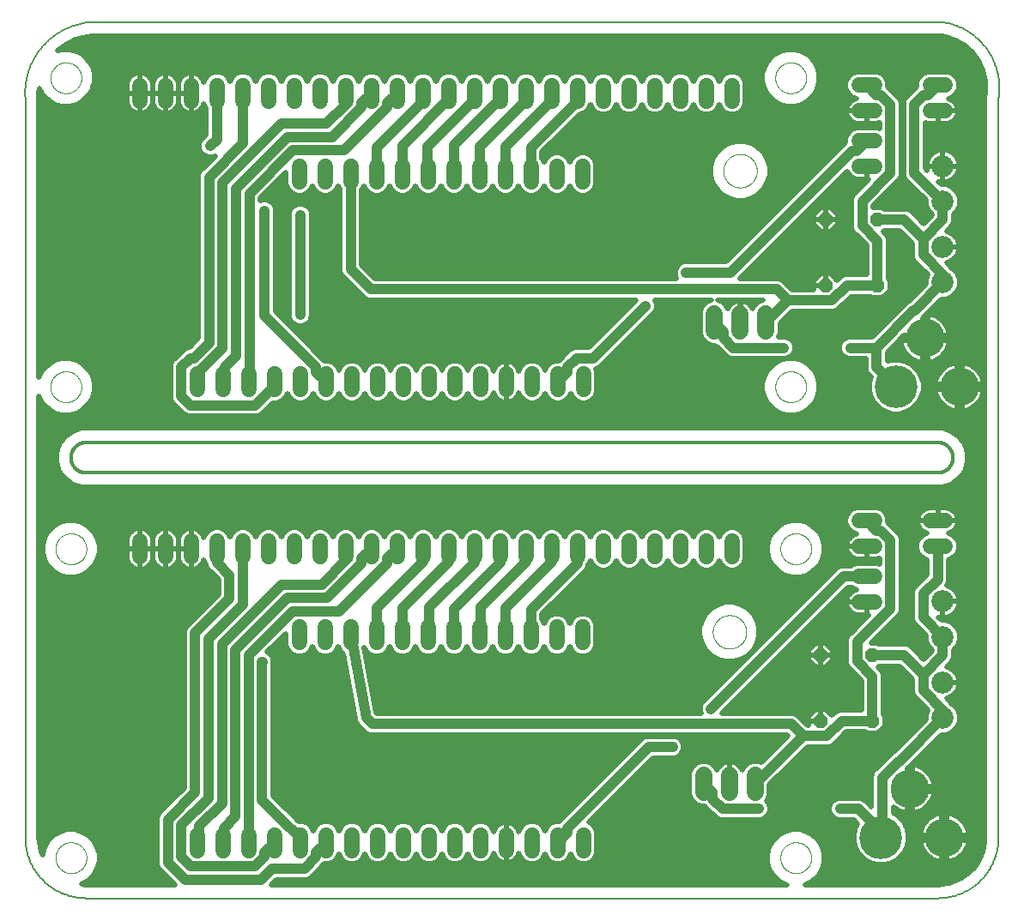
<source format=gtl>
G75*
%MOIN*%
%OFA0B0*%
%FSLAX25Y25*%
%IPPOS*%
%LPD*%
%AMOC8*
5,1,8,0,0,1.08239X$1,22.5*
%
%ADD10C,0.00600*%
%ADD11C,0.01200*%
%ADD12C,0.00000*%
%ADD13C,0.06000*%
%ADD14C,0.06600*%
%ADD15OC8,0.05200*%
%ADD16C,0.16598*%
%ADD17C,0.15024*%
%ADD18C,0.05937*%
%ADD19C,0.08600*%
%ADD20C,0.04000*%
%ADD21C,0.02978*%
%ADD22C,0.02000*%
%ADD23C,0.03569*%
D10*
X0025622Y0002000D02*
X0356331Y0002000D01*
X0356902Y0002007D01*
X0357472Y0002028D01*
X0358042Y0002062D01*
X0358611Y0002110D01*
X0359178Y0002172D01*
X0359744Y0002248D01*
X0360308Y0002337D01*
X0360869Y0002440D01*
X0361428Y0002557D01*
X0361984Y0002686D01*
X0362537Y0002830D01*
X0363086Y0002986D01*
X0363631Y0003156D01*
X0364171Y0003339D01*
X0364707Y0003535D01*
X0365239Y0003744D01*
X0365765Y0003966D01*
X0366285Y0004200D01*
X0366800Y0004447D01*
X0367309Y0004706D01*
X0367811Y0004977D01*
X0368306Y0005261D01*
X0368795Y0005556D01*
X0369276Y0005863D01*
X0369750Y0006181D01*
X0370216Y0006511D01*
X0370673Y0006852D01*
X0371123Y0007205D01*
X0371563Y0007567D01*
X0371995Y0007941D01*
X0372418Y0008324D01*
X0372831Y0008718D01*
X0373235Y0009122D01*
X0373629Y0009535D01*
X0374012Y0009958D01*
X0374386Y0010390D01*
X0374748Y0010830D01*
X0375101Y0011280D01*
X0375442Y0011737D01*
X0375772Y0012203D01*
X0376090Y0012677D01*
X0376397Y0013158D01*
X0376692Y0013647D01*
X0376976Y0014142D01*
X0377247Y0014644D01*
X0377506Y0015153D01*
X0377753Y0015668D01*
X0377987Y0016188D01*
X0378209Y0016714D01*
X0378418Y0017246D01*
X0378614Y0017782D01*
X0378797Y0018322D01*
X0378967Y0018867D01*
X0379123Y0019416D01*
X0379267Y0019969D01*
X0379396Y0020525D01*
X0379513Y0021084D01*
X0379616Y0021645D01*
X0379705Y0022209D01*
X0379781Y0022775D01*
X0379843Y0023342D01*
X0379891Y0023911D01*
X0379925Y0024481D01*
X0379946Y0025051D01*
X0379953Y0025622D01*
X0379953Y0313024D01*
X0380041Y0313643D01*
X0380113Y0314265D01*
X0380171Y0314888D01*
X0380213Y0315512D01*
X0380241Y0316137D01*
X0380253Y0316763D01*
X0380250Y0317389D01*
X0380233Y0318014D01*
X0380200Y0318639D01*
X0380151Y0319263D01*
X0380088Y0319885D01*
X0380010Y0320506D01*
X0379917Y0321125D01*
X0379809Y0321741D01*
X0379686Y0322354D01*
X0379548Y0322965D01*
X0379396Y0323572D01*
X0379229Y0324175D01*
X0379047Y0324773D01*
X0378851Y0325368D01*
X0378641Y0325957D01*
X0378417Y0326541D01*
X0378178Y0327119D01*
X0377926Y0327692D01*
X0377659Y0328258D01*
X0377380Y0328818D01*
X0377086Y0329371D01*
X0376780Y0329916D01*
X0376460Y0330454D01*
X0376128Y0330984D01*
X0375783Y0331506D01*
X0375425Y0332019D01*
X0375055Y0332524D01*
X0374673Y0333019D01*
X0374279Y0333505D01*
X0373873Y0333982D01*
X0373456Y0334448D01*
X0373028Y0334905D01*
X0372589Y0335350D01*
X0372139Y0335785D01*
X0371679Y0336209D01*
X0371209Y0336622D01*
X0370729Y0337024D01*
X0370240Y0337413D01*
X0369741Y0337791D01*
X0369233Y0338157D01*
X0368716Y0338510D01*
X0368192Y0338850D01*
X0367659Y0339178D01*
X0367118Y0339493D01*
X0366570Y0339794D01*
X0366014Y0340083D01*
X0365452Y0340358D01*
X0364884Y0340619D01*
X0364309Y0340866D01*
X0363728Y0341099D01*
X0363142Y0341319D01*
X0362551Y0341524D01*
X0361955Y0341715D01*
X0361355Y0341891D01*
X0360751Y0342052D01*
X0360142Y0342200D01*
X0359531Y0342332D01*
X0358916Y0342449D01*
X0358299Y0342552D01*
X0358299Y0342551D02*
X0027591Y0342551D01*
X0026925Y0342495D01*
X0026261Y0342423D01*
X0025599Y0342336D01*
X0024940Y0342232D01*
X0024283Y0342113D01*
X0023629Y0341977D01*
X0022979Y0341826D01*
X0022332Y0341659D01*
X0021690Y0341477D01*
X0021052Y0341279D01*
X0020420Y0341066D01*
X0019792Y0340837D01*
X0019171Y0340594D01*
X0018555Y0340335D01*
X0017946Y0340062D01*
X0017344Y0339774D01*
X0016748Y0339472D01*
X0016161Y0339155D01*
X0015581Y0338824D01*
X0015009Y0338479D01*
X0014445Y0338121D01*
X0013891Y0337749D01*
X0013346Y0337364D01*
X0012810Y0336965D01*
X0012284Y0336554D01*
X0011768Y0336130D01*
X0011262Y0335694D01*
X0010767Y0335246D01*
X0010283Y0334786D01*
X0009811Y0334315D01*
X0009350Y0333832D01*
X0008900Y0333338D01*
X0008463Y0332833D01*
X0008038Y0332319D01*
X0007626Y0331793D01*
X0007226Y0331259D01*
X0006839Y0330714D01*
X0006466Y0330161D01*
X0006106Y0329598D01*
X0005760Y0329027D01*
X0005428Y0328448D01*
X0005110Y0327861D01*
X0004806Y0327266D01*
X0004517Y0326665D01*
X0004242Y0326056D01*
X0003982Y0325441D01*
X0003737Y0324820D01*
X0003507Y0324193D01*
X0003292Y0323561D01*
X0003093Y0322924D01*
X0002909Y0322282D01*
X0002741Y0321636D01*
X0002588Y0320986D01*
X0002451Y0320333D01*
X0002330Y0319676D01*
X0002225Y0319017D01*
X0002135Y0318355D01*
X0002062Y0317691D01*
X0002005Y0317026D01*
X0001964Y0316360D01*
X0001939Y0315693D01*
X0001930Y0315025D01*
X0001937Y0314357D01*
X0001961Y0313690D01*
X0002000Y0313024D01*
X0002000Y0025622D01*
X0002007Y0025051D01*
X0002028Y0024481D01*
X0002062Y0023911D01*
X0002110Y0023342D01*
X0002172Y0022775D01*
X0002248Y0022209D01*
X0002337Y0021645D01*
X0002440Y0021084D01*
X0002557Y0020525D01*
X0002686Y0019969D01*
X0002830Y0019416D01*
X0002986Y0018867D01*
X0003156Y0018322D01*
X0003339Y0017782D01*
X0003535Y0017246D01*
X0003744Y0016714D01*
X0003966Y0016188D01*
X0004200Y0015668D01*
X0004447Y0015153D01*
X0004706Y0014644D01*
X0004977Y0014142D01*
X0005261Y0013647D01*
X0005556Y0013158D01*
X0005863Y0012677D01*
X0006181Y0012203D01*
X0006511Y0011737D01*
X0006852Y0011280D01*
X0007205Y0010830D01*
X0007567Y0010390D01*
X0007941Y0009958D01*
X0008324Y0009535D01*
X0008718Y0009122D01*
X0009122Y0008718D01*
X0009535Y0008324D01*
X0009958Y0007941D01*
X0010390Y0007567D01*
X0010830Y0007205D01*
X0011280Y0006852D01*
X0011737Y0006511D01*
X0012203Y0006181D01*
X0012677Y0005863D01*
X0013158Y0005556D01*
X0013647Y0005261D01*
X0014142Y0004977D01*
X0014644Y0004706D01*
X0015153Y0004447D01*
X0015668Y0004200D01*
X0016188Y0003966D01*
X0016714Y0003744D01*
X0017246Y0003535D01*
X0017782Y0003339D01*
X0018322Y0003156D01*
X0018867Y0002986D01*
X0019416Y0002830D01*
X0019969Y0002686D01*
X0020525Y0002557D01*
X0021084Y0002440D01*
X0021645Y0002337D01*
X0022209Y0002248D01*
X0022775Y0002172D01*
X0023342Y0002110D01*
X0023911Y0002062D01*
X0024481Y0002028D01*
X0025051Y0002007D01*
X0025622Y0002000D01*
D11*
X0025622Y0167354D02*
X0356331Y0167354D01*
X0362237Y0173260D02*
X0362235Y0173412D01*
X0362229Y0173564D01*
X0362219Y0173716D01*
X0362206Y0173867D01*
X0362188Y0174018D01*
X0362167Y0174169D01*
X0362141Y0174319D01*
X0362112Y0174468D01*
X0362079Y0174617D01*
X0362042Y0174764D01*
X0362002Y0174911D01*
X0361957Y0175056D01*
X0361909Y0175200D01*
X0361857Y0175343D01*
X0361802Y0175485D01*
X0361743Y0175625D01*
X0361680Y0175764D01*
X0361614Y0175901D01*
X0361544Y0176036D01*
X0361471Y0176169D01*
X0361394Y0176300D01*
X0361314Y0176430D01*
X0361231Y0176557D01*
X0361145Y0176682D01*
X0361055Y0176805D01*
X0360962Y0176925D01*
X0360866Y0177043D01*
X0360767Y0177159D01*
X0360665Y0177272D01*
X0360561Y0177382D01*
X0360453Y0177490D01*
X0360343Y0177594D01*
X0360230Y0177696D01*
X0360114Y0177795D01*
X0359996Y0177891D01*
X0359876Y0177984D01*
X0359753Y0178074D01*
X0359628Y0178160D01*
X0359501Y0178243D01*
X0359371Y0178323D01*
X0359240Y0178400D01*
X0359107Y0178473D01*
X0358972Y0178543D01*
X0358835Y0178609D01*
X0358696Y0178672D01*
X0358556Y0178731D01*
X0358414Y0178786D01*
X0358271Y0178838D01*
X0358127Y0178886D01*
X0357982Y0178931D01*
X0357835Y0178971D01*
X0357688Y0179008D01*
X0357539Y0179041D01*
X0357390Y0179070D01*
X0357240Y0179096D01*
X0357089Y0179117D01*
X0356938Y0179135D01*
X0356787Y0179148D01*
X0356635Y0179158D01*
X0356483Y0179164D01*
X0356331Y0179166D01*
X0356331Y0179165D02*
X0025622Y0179165D01*
X0025622Y0179166D02*
X0025470Y0179164D01*
X0025318Y0179158D01*
X0025166Y0179148D01*
X0025015Y0179135D01*
X0024864Y0179117D01*
X0024713Y0179096D01*
X0024563Y0179070D01*
X0024414Y0179041D01*
X0024265Y0179008D01*
X0024118Y0178971D01*
X0023971Y0178931D01*
X0023826Y0178886D01*
X0023682Y0178838D01*
X0023539Y0178786D01*
X0023397Y0178731D01*
X0023257Y0178672D01*
X0023118Y0178609D01*
X0022981Y0178543D01*
X0022846Y0178473D01*
X0022713Y0178400D01*
X0022582Y0178323D01*
X0022452Y0178243D01*
X0022325Y0178160D01*
X0022200Y0178074D01*
X0022077Y0177984D01*
X0021957Y0177891D01*
X0021839Y0177795D01*
X0021723Y0177696D01*
X0021610Y0177594D01*
X0021500Y0177490D01*
X0021392Y0177382D01*
X0021288Y0177272D01*
X0021186Y0177159D01*
X0021087Y0177043D01*
X0020991Y0176925D01*
X0020898Y0176805D01*
X0020808Y0176682D01*
X0020722Y0176557D01*
X0020639Y0176430D01*
X0020559Y0176300D01*
X0020482Y0176169D01*
X0020409Y0176036D01*
X0020339Y0175901D01*
X0020273Y0175764D01*
X0020210Y0175625D01*
X0020151Y0175485D01*
X0020096Y0175343D01*
X0020044Y0175200D01*
X0019996Y0175056D01*
X0019951Y0174911D01*
X0019911Y0174764D01*
X0019874Y0174617D01*
X0019841Y0174468D01*
X0019812Y0174319D01*
X0019786Y0174169D01*
X0019765Y0174018D01*
X0019747Y0173867D01*
X0019734Y0173716D01*
X0019724Y0173564D01*
X0019718Y0173412D01*
X0019716Y0173260D01*
X0019718Y0173108D01*
X0019724Y0172956D01*
X0019734Y0172804D01*
X0019747Y0172653D01*
X0019765Y0172502D01*
X0019786Y0172351D01*
X0019812Y0172201D01*
X0019841Y0172052D01*
X0019874Y0171903D01*
X0019911Y0171756D01*
X0019951Y0171609D01*
X0019996Y0171464D01*
X0020044Y0171320D01*
X0020096Y0171177D01*
X0020151Y0171035D01*
X0020210Y0170895D01*
X0020273Y0170756D01*
X0020339Y0170619D01*
X0020409Y0170484D01*
X0020482Y0170351D01*
X0020559Y0170220D01*
X0020639Y0170090D01*
X0020722Y0169963D01*
X0020808Y0169838D01*
X0020898Y0169715D01*
X0020991Y0169595D01*
X0021087Y0169477D01*
X0021186Y0169361D01*
X0021288Y0169248D01*
X0021392Y0169138D01*
X0021500Y0169030D01*
X0021610Y0168926D01*
X0021723Y0168824D01*
X0021839Y0168725D01*
X0021957Y0168629D01*
X0022077Y0168536D01*
X0022200Y0168446D01*
X0022325Y0168360D01*
X0022452Y0168277D01*
X0022582Y0168197D01*
X0022713Y0168120D01*
X0022846Y0168047D01*
X0022981Y0167977D01*
X0023118Y0167911D01*
X0023257Y0167848D01*
X0023397Y0167789D01*
X0023539Y0167734D01*
X0023682Y0167682D01*
X0023826Y0167634D01*
X0023971Y0167589D01*
X0024118Y0167549D01*
X0024265Y0167512D01*
X0024414Y0167479D01*
X0024563Y0167450D01*
X0024713Y0167424D01*
X0024864Y0167403D01*
X0025015Y0167385D01*
X0025166Y0167372D01*
X0025318Y0167362D01*
X0025470Y0167356D01*
X0025622Y0167354D01*
X0356331Y0167354D02*
X0356483Y0167356D01*
X0356635Y0167362D01*
X0356787Y0167372D01*
X0356938Y0167385D01*
X0357089Y0167403D01*
X0357240Y0167424D01*
X0357390Y0167450D01*
X0357539Y0167479D01*
X0357688Y0167512D01*
X0357835Y0167549D01*
X0357982Y0167589D01*
X0358127Y0167634D01*
X0358271Y0167682D01*
X0358414Y0167734D01*
X0358556Y0167789D01*
X0358696Y0167848D01*
X0358835Y0167911D01*
X0358972Y0167977D01*
X0359107Y0168047D01*
X0359240Y0168120D01*
X0359371Y0168197D01*
X0359501Y0168277D01*
X0359628Y0168360D01*
X0359753Y0168446D01*
X0359876Y0168536D01*
X0359996Y0168629D01*
X0360114Y0168725D01*
X0360230Y0168824D01*
X0360343Y0168926D01*
X0360453Y0169030D01*
X0360561Y0169138D01*
X0360665Y0169248D01*
X0360767Y0169361D01*
X0360866Y0169477D01*
X0360962Y0169595D01*
X0361055Y0169715D01*
X0361145Y0169838D01*
X0361231Y0169963D01*
X0361314Y0170090D01*
X0361394Y0170220D01*
X0361471Y0170351D01*
X0361544Y0170484D01*
X0361614Y0170619D01*
X0361680Y0170756D01*
X0361743Y0170895D01*
X0361802Y0171035D01*
X0361857Y0171177D01*
X0361909Y0171320D01*
X0361957Y0171464D01*
X0362002Y0171609D01*
X0362042Y0171756D01*
X0362079Y0171903D01*
X0362112Y0172052D01*
X0362141Y0172201D01*
X0362167Y0172351D01*
X0362188Y0172502D01*
X0362206Y0172653D01*
X0362219Y0172804D01*
X0362229Y0172956D01*
X0362235Y0173108D01*
X0362237Y0173260D01*
D12*
X0293240Y0200819D02*
X0293242Y0200974D01*
X0293248Y0201128D01*
X0293258Y0201282D01*
X0293272Y0201436D01*
X0293290Y0201590D01*
X0293312Y0201743D01*
X0293337Y0201895D01*
X0293367Y0202047D01*
X0293401Y0202198D01*
X0293438Y0202348D01*
X0293479Y0202497D01*
X0293524Y0202645D01*
X0293573Y0202792D01*
X0293626Y0202937D01*
X0293682Y0203081D01*
X0293742Y0203223D01*
X0293806Y0203364D01*
X0293873Y0203503D01*
X0293944Y0203641D01*
X0294019Y0203776D01*
X0294097Y0203910D01*
X0294178Y0204041D01*
X0294263Y0204171D01*
X0294351Y0204298D01*
X0294442Y0204423D01*
X0294536Y0204545D01*
X0294634Y0204665D01*
X0294734Y0204783D01*
X0294838Y0204897D01*
X0294944Y0205009D01*
X0295054Y0205119D01*
X0295166Y0205225D01*
X0295280Y0205329D01*
X0295398Y0205429D01*
X0295518Y0205527D01*
X0295640Y0205621D01*
X0295765Y0205712D01*
X0295892Y0205800D01*
X0296022Y0205885D01*
X0296153Y0205966D01*
X0296287Y0206044D01*
X0296422Y0206119D01*
X0296560Y0206190D01*
X0296699Y0206257D01*
X0296840Y0206321D01*
X0296982Y0206381D01*
X0297126Y0206437D01*
X0297271Y0206490D01*
X0297418Y0206539D01*
X0297566Y0206584D01*
X0297715Y0206625D01*
X0297865Y0206662D01*
X0298016Y0206696D01*
X0298168Y0206726D01*
X0298320Y0206751D01*
X0298473Y0206773D01*
X0298627Y0206791D01*
X0298781Y0206805D01*
X0298935Y0206815D01*
X0299089Y0206821D01*
X0299244Y0206823D01*
X0299399Y0206821D01*
X0299553Y0206815D01*
X0299707Y0206805D01*
X0299861Y0206791D01*
X0300015Y0206773D01*
X0300168Y0206751D01*
X0300320Y0206726D01*
X0300472Y0206696D01*
X0300623Y0206662D01*
X0300773Y0206625D01*
X0300922Y0206584D01*
X0301070Y0206539D01*
X0301217Y0206490D01*
X0301362Y0206437D01*
X0301506Y0206381D01*
X0301648Y0206321D01*
X0301789Y0206257D01*
X0301928Y0206190D01*
X0302066Y0206119D01*
X0302201Y0206044D01*
X0302335Y0205966D01*
X0302466Y0205885D01*
X0302596Y0205800D01*
X0302723Y0205712D01*
X0302848Y0205621D01*
X0302970Y0205527D01*
X0303090Y0205429D01*
X0303208Y0205329D01*
X0303322Y0205225D01*
X0303434Y0205119D01*
X0303544Y0205009D01*
X0303650Y0204897D01*
X0303754Y0204783D01*
X0303854Y0204665D01*
X0303952Y0204545D01*
X0304046Y0204423D01*
X0304137Y0204298D01*
X0304225Y0204171D01*
X0304310Y0204041D01*
X0304391Y0203910D01*
X0304469Y0203776D01*
X0304544Y0203641D01*
X0304615Y0203503D01*
X0304682Y0203364D01*
X0304746Y0203223D01*
X0304806Y0203081D01*
X0304862Y0202937D01*
X0304915Y0202792D01*
X0304964Y0202645D01*
X0305009Y0202497D01*
X0305050Y0202348D01*
X0305087Y0202198D01*
X0305121Y0202047D01*
X0305151Y0201895D01*
X0305176Y0201743D01*
X0305198Y0201590D01*
X0305216Y0201436D01*
X0305230Y0201282D01*
X0305240Y0201128D01*
X0305246Y0200974D01*
X0305248Y0200819D01*
X0305246Y0200664D01*
X0305240Y0200510D01*
X0305230Y0200356D01*
X0305216Y0200202D01*
X0305198Y0200048D01*
X0305176Y0199895D01*
X0305151Y0199743D01*
X0305121Y0199591D01*
X0305087Y0199440D01*
X0305050Y0199290D01*
X0305009Y0199141D01*
X0304964Y0198993D01*
X0304915Y0198846D01*
X0304862Y0198701D01*
X0304806Y0198557D01*
X0304746Y0198415D01*
X0304682Y0198274D01*
X0304615Y0198135D01*
X0304544Y0197997D01*
X0304469Y0197862D01*
X0304391Y0197728D01*
X0304310Y0197597D01*
X0304225Y0197467D01*
X0304137Y0197340D01*
X0304046Y0197215D01*
X0303952Y0197093D01*
X0303854Y0196973D01*
X0303754Y0196855D01*
X0303650Y0196741D01*
X0303544Y0196629D01*
X0303434Y0196519D01*
X0303322Y0196413D01*
X0303208Y0196309D01*
X0303090Y0196209D01*
X0302970Y0196111D01*
X0302848Y0196017D01*
X0302723Y0195926D01*
X0302596Y0195838D01*
X0302466Y0195753D01*
X0302335Y0195672D01*
X0302201Y0195594D01*
X0302066Y0195519D01*
X0301928Y0195448D01*
X0301789Y0195381D01*
X0301648Y0195317D01*
X0301506Y0195257D01*
X0301362Y0195201D01*
X0301217Y0195148D01*
X0301070Y0195099D01*
X0300922Y0195054D01*
X0300773Y0195013D01*
X0300623Y0194976D01*
X0300472Y0194942D01*
X0300320Y0194912D01*
X0300168Y0194887D01*
X0300015Y0194865D01*
X0299861Y0194847D01*
X0299707Y0194833D01*
X0299553Y0194823D01*
X0299399Y0194817D01*
X0299244Y0194815D01*
X0299089Y0194817D01*
X0298935Y0194823D01*
X0298781Y0194833D01*
X0298627Y0194847D01*
X0298473Y0194865D01*
X0298320Y0194887D01*
X0298168Y0194912D01*
X0298016Y0194942D01*
X0297865Y0194976D01*
X0297715Y0195013D01*
X0297566Y0195054D01*
X0297418Y0195099D01*
X0297271Y0195148D01*
X0297126Y0195201D01*
X0296982Y0195257D01*
X0296840Y0195317D01*
X0296699Y0195381D01*
X0296560Y0195448D01*
X0296422Y0195519D01*
X0296287Y0195594D01*
X0296153Y0195672D01*
X0296022Y0195753D01*
X0295892Y0195838D01*
X0295765Y0195926D01*
X0295640Y0196017D01*
X0295518Y0196111D01*
X0295398Y0196209D01*
X0295280Y0196309D01*
X0295166Y0196413D01*
X0295054Y0196519D01*
X0294944Y0196629D01*
X0294838Y0196741D01*
X0294734Y0196855D01*
X0294634Y0196973D01*
X0294536Y0197093D01*
X0294442Y0197215D01*
X0294351Y0197340D01*
X0294263Y0197467D01*
X0294178Y0197597D01*
X0294097Y0197728D01*
X0294019Y0197862D01*
X0293944Y0197997D01*
X0293873Y0198135D01*
X0293806Y0198274D01*
X0293742Y0198415D01*
X0293682Y0198557D01*
X0293626Y0198701D01*
X0293573Y0198846D01*
X0293524Y0198993D01*
X0293479Y0199141D01*
X0293438Y0199290D01*
X0293401Y0199440D01*
X0293367Y0199591D01*
X0293337Y0199743D01*
X0293312Y0199895D01*
X0293290Y0200048D01*
X0293272Y0200202D01*
X0293258Y0200356D01*
X0293248Y0200510D01*
X0293242Y0200664D01*
X0293240Y0200819D01*
X0295209Y0137827D02*
X0295211Y0137982D01*
X0295217Y0138136D01*
X0295227Y0138290D01*
X0295241Y0138444D01*
X0295259Y0138598D01*
X0295281Y0138751D01*
X0295306Y0138903D01*
X0295336Y0139055D01*
X0295370Y0139206D01*
X0295407Y0139356D01*
X0295448Y0139505D01*
X0295493Y0139653D01*
X0295542Y0139800D01*
X0295595Y0139945D01*
X0295651Y0140089D01*
X0295711Y0140231D01*
X0295775Y0140372D01*
X0295842Y0140511D01*
X0295913Y0140649D01*
X0295988Y0140784D01*
X0296066Y0140918D01*
X0296147Y0141049D01*
X0296232Y0141179D01*
X0296320Y0141306D01*
X0296411Y0141431D01*
X0296505Y0141553D01*
X0296603Y0141673D01*
X0296703Y0141791D01*
X0296807Y0141905D01*
X0296913Y0142017D01*
X0297023Y0142127D01*
X0297135Y0142233D01*
X0297249Y0142337D01*
X0297367Y0142437D01*
X0297487Y0142535D01*
X0297609Y0142629D01*
X0297734Y0142720D01*
X0297861Y0142808D01*
X0297991Y0142893D01*
X0298122Y0142974D01*
X0298256Y0143052D01*
X0298391Y0143127D01*
X0298529Y0143198D01*
X0298668Y0143265D01*
X0298809Y0143329D01*
X0298951Y0143389D01*
X0299095Y0143445D01*
X0299240Y0143498D01*
X0299387Y0143547D01*
X0299535Y0143592D01*
X0299684Y0143633D01*
X0299834Y0143670D01*
X0299985Y0143704D01*
X0300137Y0143734D01*
X0300289Y0143759D01*
X0300442Y0143781D01*
X0300596Y0143799D01*
X0300750Y0143813D01*
X0300904Y0143823D01*
X0301058Y0143829D01*
X0301213Y0143831D01*
X0301368Y0143829D01*
X0301522Y0143823D01*
X0301676Y0143813D01*
X0301830Y0143799D01*
X0301984Y0143781D01*
X0302137Y0143759D01*
X0302289Y0143734D01*
X0302441Y0143704D01*
X0302592Y0143670D01*
X0302742Y0143633D01*
X0302891Y0143592D01*
X0303039Y0143547D01*
X0303186Y0143498D01*
X0303331Y0143445D01*
X0303475Y0143389D01*
X0303617Y0143329D01*
X0303758Y0143265D01*
X0303897Y0143198D01*
X0304035Y0143127D01*
X0304170Y0143052D01*
X0304304Y0142974D01*
X0304435Y0142893D01*
X0304565Y0142808D01*
X0304692Y0142720D01*
X0304817Y0142629D01*
X0304939Y0142535D01*
X0305059Y0142437D01*
X0305177Y0142337D01*
X0305291Y0142233D01*
X0305403Y0142127D01*
X0305513Y0142017D01*
X0305619Y0141905D01*
X0305723Y0141791D01*
X0305823Y0141673D01*
X0305921Y0141553D01*
X0306015Y0141431D01*
X0306106Y0141306D01*
X0306194Y0141179D01*
X0306279Y0141049D01*
X0306360Y0140918D01*
X0306438Y0140784D01*
X0306513Y0140649D01*
X0306584Y0140511D01*
X0306651Y0140372D01*
X0306715Y0140231D01*
X0306775Y0140089D01*
X0306831Y0139945D01*
X0306884Y0139800D01*
X0306933Y0139653D01*
X0306978Y0139505D01*
X0307019Y0139356D01*
X0307056Y0139206D01*
X0307090Y0139055D01*
X0307120Y0138903D01*
X0307145Y0138751D01*
X0307167Y0138598D01*
X0307185Y0138444D01*
X0307199Y0138290D01*
X0307209Y0138136D01*
X0307215Y0137982D01*
X0307217Y0137827D01*
X0307215Y0137672D01*
X0307209Y0137518D01*
X0307199Y0137364D01*
X0307185Y0137210D01*
X0307167Y0137056D01*
X0307145Y0136903D01*
X0307120Y0136751D01*
X0307090Y0136599D01*
X0307056Y0136448D01*
X0307019Y0136298D01*
X0306978Y0136149D01*
X0306933Y0136001D01*
X0306884Y0135854D01*
X0306831Y0135709D01*
X0306775Y0135565D01*
X0306715Y0135423D01*
X0306651Y0135282D01*
X0306584Y0135143D01*
X0306513Y0135005D01*
X0306438Y0134870D01*
X0306360Y0134736D01*
X0306279Y0134605D01*
X0306194Y0134475D01*
X0306106Y0134348D01*
X0306015Y0134223D01*
X0305921Y0134101D01*
X0305823Y0133981D01*
X0305723Y0133863D01*
X0305619Y0133749D01*
X0305513Y0133637D01*
X0305403Y0133527D01*
X0305291Y0133421D01*
X0305177Y0133317D01*
X0305059Y0133217D01*
X0304939Y0133119D01*
X0304817Y0133025D01*
X0304692Y0132934D01*
X0304565Y0132846D01*
X0304435Y0132761D01*
X0304304Y0132680D01*
X0304170Y0132602D01*
X0304035Y0132527D01*
X0303897Y0132456D01*
X0303758Y0132389D01*
X0303617Y0132325D01*
X0303475Y0132265D01*
X0303331Y0132209D01*
X0303186Y0132156D01*
X0303039Y0132107D01*
X0302891Y0132062D01*
X0302742Y0132021D01*
X0302592Y0131984D01*
X0302441Y0131950D01*
X0302289Y0131920D01*
X0302137Y0131895D01*
X0301984Y0131873D01*
X0301830Y0131855D01*
X0301676Y0131841D01*
X0301522Y0131831D01*
X0301368Y0131825D01*
X0301213Y0131823D01*
X0301058Y0131825D01*
X0300904Y0131831D01*
X0300750Y0131841D01*
X0300596Y0131855D01*
X0300442Y0131873D01*
X0300289Y0131895D01*
X0300137Y0131920D01*
X0299985Y0131950D01*
X0299834Y0131984D01*
X0299684Y0132021D01*
X0299535Y0132062D01*
X0299387Y0132107D01*
X0299240Y0132156D01*
X0299095Y0132209D01*
X0298951Y0132265D01*
X0298809Y0132325D01*
X0298668Y0132389D01*
X0298529Y0132456D01*
X0298391Y0132527D01*
X0298256Y0132602D01*
X0298122Y0132680D01*
X0297991Y0132761D01*
X0297861Y0132846D01*
X0297734Y0132934D01*
X0297609Y0133025D01*
X0297487Y0133119D01*
X0297367Y0133217D01*
X0297249Y0133317D01*
X0297135Y0133421D01*
X0297023Y0133527D01*
X0296913Y0133637D01*
X0296807Y0133749D01*
X0296703Y0133863D01*
X0296603Y0133981D01*
X0296505Y0134101D01*
X0296411Y0134223D01*
X0296320Y0134348D01*
X0296232Y0134475D01*
X0296147Y0134605D01*
X0296066Y0134736D01*
X0295988Y0134870D01*
X0295913Y0135005D01*
X0295842Y0135143D01*
X0295775Y0135282D01*
X0295711Y0135423D01*
X0295651Y0135565D01*
X0295595Y0135709D01*
X0295542Y0135854D01*
X0295493Y0136001D01*
X0295448Y0136149D01*
X0295407Y0136298D01*
X0295370Y0136448D01*
X0295336Y0136599D01*
X0295306Y0136751D01*
X0295281Y0136903D01*
X0295259Y0137056D01*
X0295241Y0137210D01*
X0295227Y0137364D01*
X0295217Y0137518D01*
X0295211Y0137672D01*
X0295209Y0137827D01*
X0268965Y0105528D02*
X0268967Y0105689D01*
X0268973Y0105849D01*
X0268983Y0106010D01*
X0268997Y0106170D01*
X0269015Y0106330D01*
X0269036Y0106489D01*
X0269062Y0106648D01*
X0269092Y0106806D01*
X0269125Y0106963D01*
X0269163Y0107120D01*
X0269204Y0107275D01*
X0269249Y0107429D01*
X0269298Y0107582D01*
X0269351Y0107734D01*
X0269407Y0107885D01*
X0269468Y0108034D01*
X0269531Y0108182D01*
X0269599Y0108328D01*
X0269670Y0108472D01*
X0269744Y0108614D01*
X0269822Y0108755D01*
X0269904Y0108893D01*
X0269989Y0109030D01*
X0270077Y0109164D01*
X0270169Y0109296D01*
X0270264Y0109426D01*
X0270362Y0109554D01*
X0270463Y0109679D01*
X0270567Y0109801D01*
X0270674Y0109921D01*
X0270784Y0110038D01*
X0270897Y0110153D01*
X0271013Y0110264D01*
X0271132Y0110373D01*
X0271253Y0110478D01*
X0271377Y0110581D01*
X0271503Y0110681D01*
X0271631Y0110777D01*
X0271762Y0110870D01*
X0271896Y0110960D01*
X0272031Y0111047D01*
X0272169Y0111130D01*
X0272308Y0111210D01*
X0272450Y0111286D01*
X0272593Y0111359D01*
X0272738Y0111428D01*
X0272885Y0111494D01*
X0273033Y0111556D01*
X0273183Y0111614D01*
X0273334Y0111669D01*
X0273487Y0111720D01*
X0273641Y0111767D01*
X0273796Y0111810D01*
X0273952Y0111849D01*
X0274108Y0111885D01*
X0274266Y0111916D01*
X0274424Y0111944D01*
X0274583Y0111968D01*
X0274743Y0111988D01*
X0274903Y0112004D01*
X0275063Y0112016D01*
X0275224Y0112024D01*
X0275385Y0112028D01*
X0275545Y0112028D01*
X0275706Y0112024D01*
X0275867Y0112016D01*
X0276027Y0112004D01*
X0276187Y0111988D01*
X0276347Y0111968D01*
X0276506Y0111944D01*
X0276664Y0111916D01*
X0276822Y0111885D01*
X0276978Y0111849D01*
X0277134Y0111810D01*
X0277289Y0111767D01*
X0277443Y0111720D01*
X0277596Y0111669D01*
X0277747Y0111614D01*
X0277897Y0111556D01*
X0278045Y0111494D01*
X0278192Y0111428D01*
X0278337Y0111359D01*
X0278480Y0111286D01*
X0278622Y0111210D01*
X0278761Y0111130D01*
X0278899Y0111047D01*
X0279034Y0110960D01*
X0279168Y0110870D01*
X0279299Y0110777D01*
X0279427Y0110681D01*
X0279553Y0110581D01*
X0279677Y0110478D01*
X0279798Y0110373D01*
X0279917Y0110264D01*
X0280033Y0110153D01*
X0280146Y0110038D01*
X0280256Y0109921D01*
X0280363Y0109801D01*
X0280467Y0109679D01*
X0280568Y0109554D01*
X0280666Y0109426D01*
X0280761Y0109296D01*
X0280853Y0109164D01*
X0280941Y0109030D01*
X0281026Y0108893D01*
X0281108Y0108755D01*
X0281186Y0108614D01*
X0281260Y0108472D01*
X0281331Y0108328D01*
X0281399Y0108182D01*
X0281462Y0108034D01*
X0281523Y0107885D01*
X0281579Y0107734D01*
X0281632Y0107582D01*
X0281681Y0107429D01*
X0281726Y0107275D01*
X0281767Y0107120D01*
X0281805Y0106963D01*
X0281838Y0106806D01*
X0281868Y0106648D01*
X0281894Y0106489D01*
X0281915Y0106330D01*
X0281933Y0106170D01*
X0281947Y0106010D01*
X0281957Y0105849D01*
X0281963Y0105689D01*
X0281965Y0105528D01*
X0281963Y0105367D01*
X0281957Y0105207D01*
X0281947Y0105046D01*
X0281933Y0104886D01*
X0281915Y0104726D01*
X0281894Y0104567D01*
X0281868Y0104408D01*
X0281838Y0104250D01*
X0281805Y0104093D01*
X0281767Y0103936D01*
X0281726Y0103781D01*
X0281681Y0103627D01*
X0281632Y0103474D01*
X0281579Y0103322D01*
X0281523Y0103171D01*
X0281462Y0103022D01*
X0281399Y0102874D01*
X0281331Y0102728D01*
X0281260Y0102584D01*
X0281186Y0102442D01*
X0281108Y0102301D01*
X0281026Y0102163D01*
X0280941Y0102026D01*
X0280853Y0101892D01*
X0280761Y0101760D01*
X0280666Y0101630D01*
X0280568Y0101502D01*
X0280467Y0101377D01*
X0280363Y0101255D01*
X0280256Y0101135D01*
X0280146Y0101018D01*
X0280033Y0100903D01*
X0279917Y0100792D01*
X0279798Y0100683D01*
X0279677Y0100578D01*
X0279553Y0100475D01*
X0279427Y0100375D01*
X0279299Y0100279D01*
X0279168Y0100186D01*
X0279034Y0100096D01*
X0278899Y0100009D01*
X0278761Y0099926D01*
X0278622Y0099846D01*
X0278480Y0099770D01*
X0278337Y0099697D01*
X0278192Y0099628D01*
X0278045Y0099562D01*
X0277897Y0099500D01*
X0277747Y0099442D01*
X0277596Y0099387D01*
X0277443Y0099336D01*
X0277289Y0099289D01*
X0277134Y0099246D01*
X0276978Y0099207D01*
X0276822Y0099171D01*
X0276664Y0099140D01*
X0276506Y0099112D01*
X0276347Y0099088D01*
X0276187Y0099068D01*
X0276027Y0099052D01*
X0275867Y0099040D01*
X0275706Y0099032D01*
X0275545Y0099028D01*
X0275385Y0099028D01*
X0275224Y0099032D01*
X0275063Y0099040D01*
X0274903Y0099052D01*
X0274743Y0099068D01*
X0274583Y0099088D01*
X0274424Y0099112D01*
X0274266Y0099140D01*
X0274108Y0099171D01*
X0273952Y0099207D01*
X0273796Y0099246D01*
X0273641Y0099289D01*
X0273487Y0099336D01*
X0273334Y0099387D01*
X0273183Y0099442D01*
X0273033Y0099500D01*
X0272885Y0099562D01*
X0272738Y0099628D01*
X0272593Y0099697D01*
X0272450Y0099770D01*
X0272308Y0099846D01*
X0272169Y0099926D01*
X0272031Y0100009D01*
X0271896Y0100096D01*
X0271762Y0100186D01*
X0271631Y0100279D01*
X0271503Y0100375D01*
X0271377Y0100475D01*
X0271253Y0100578D01*
X0271132Y0100683D01*
X0271013Y0100792D01*
X0270897Y0100903D01*
X0270784Y0101018D01*
X0270674Y0101135D01*
X0270567Y0101255D01*
X0270463Y0101377D01*
X0270362Y0101502D01*
X0270264Y0101630D01*
X0270169Y0101760D01*
X0270077Y0101892D01*
X0269989Y0102026D01*
X0269904Y0102163D01*
X0269822Y0102301D01*
X0269744Y0102442D01*
X0269670Y0102584D01*
X0269599Y0102728D01*
X0269531Y0102874D01*
X0269468Y0103022D01*
X0269407Y0103171D01*
X0269351Y0103322D01*
X0269298Y0103474D01*
X0269249Y0103627D01*
X0269204Y0103781D01*
X0269163Y0103936D01*
X0269125Y0104093D01*
X0269092Y0104250D01*
X0269062Y0104408D01*
X0269036Y0104567D01*
X0269015Y0104726D01*
X0268997Y0104886D01*
X0268983Y0105046D01*
X0268973Y0105207D01*
X0268967Y0105367D01*
X0268965Y0105528D01*
X0295209Y0017748D02*
X0295211Y0017903D01*
X0295217Y0018057D01*
X0295227Y0018211D01*
X0295241Y0018365D01*
X0295259Y0018519D01*
X0295281Y0018672D01*
X0295306Y0018824D01*
X0295336Y0018976D01*
X0295370Y0019127D01*
X0295407Y0019277D01*
X0295448Y0019426D01*
X0295493Y0019574D01*
X0295542Y0019721D01*
X0295595Y0019866D01*
X0295651Y0020010D01*
X0295711Y0020152D01*
X0295775Y0020293D01*
X0295842Y0020432D01*
X0295913Y0020570D01*
X0295988Y0020705D01*
X0296066Y0020839D01*
X0296147Y0020970D01*
X0296232Y0021100D01*
X0296320Y0021227D01*
X0296411Y0021352D01*
X0296505Y0021474D01*
X0296603Y0021594D01*
X0296703Y0021712D01*
X0296807Y0021826D01*
X0296913Y0021938D01*
X0297023Y0022048D01*
X0297135Y0022154D01*
X0297249Y0022258D01*
X0297367Y0022358D01*
X0297487Y0022456D01*
X0297609Y0022550D01*
X0297734Y0022641D01*
X0297861Y0022729D01*
X0297991Y0022814D01*
X0298122Y0022895D01*
X0298256Y0022973D01*
X0298391Y0023048D01*
X0298529Y0023119D01*
X0298668Y0023186D01*
X0298809Y0023250D01*
X0298951Y0023310D01*
X0299095Y0023366D01*
X0299240Y0023419D01*
X0299387Y0023468D01*
X0299535Y0023513D01*
X0299684Y0023554D01*
X0299834Y0023591D01*
X0299985Y0023625D01*
X0300137Y0023655D01*
X0300289Y0023680D01*
X0300442Y0023702D01*
X0300596Y0023720D01*
X0300750Y0023734D01*
X0300904Y0023744D01*
X0301058Y0023750D01*
X0301213Y0023752D01*
X0301368Y0023750D01*
X0301522Y0023744D01*
X0301676Y0023734D01*
X0301830Y0023720D01*
X0301984Y0023702D01*
X0302137Y0023680D01*
X0302289Y0023655D01*
X0302441Y0023625D01*
X0302592Y0023591D01*
X0302742Y0023554D01*
X0302891Y0023513D01*
X0303039Y0023468D01*
X0303186Y0023419D01*
X0303331Y0023366D01*
X0303475Y0023310D01*
X0303617Y0023250D01*
X0303758Y0023186D01*
X0303897Y0023119D01*
X0304035Y0023048D01*
X0304170Y0022973D01*
X0304304Y0022895D01*
X0304435Y0022814D01*
X0304565Y0022729D01*
X0304692Y0022641D01*
X0304817Y0022550D01*
X0304939Y0022456D01*
X0305059Y0022358D01*
X0305177Y0022258D01*
X0305291Y0022154D01*
X0305403Y0022048D01*
X0305513Y0021938D01*
X0305619Y0021826D01*
X0305723Y0021712D01*
X0305823Y0021594D01*
X0305921Y0021474D01*
X0306015Y0021352D01*
X0306106Y0021227D01*
X0306194Y0021100D01*
X0306279Y0020970D01*
X0306360Y0020839D01*
X0306438Y0020705D01*
X0306513Y0020570D01*
X0306584Y0020432D01*
X0306651Y0020293D01*
X0306715Y0020152D01*
X0306775Y0020010D01*
X0306831Y0019866D01*
X0306884Y0019721D01*
X0306933Y0019574D01*
X0306978Y0019426D01*
X0307019Y0019277D01*
X0307056Y0019127D01*
X0307090Y0018976D01*
X0307120Y0018824D01*
X0307145Y0018672D01*
X0307167Y0018519D01*
X0307185Y0018365D01*
X0307199Y0018211D01*
X0307209Y0018057D01*
X0307215Y0017903D01*
X0307217Y0017748D01*
X0307215Y0017593D01*
X0307209Y0017439D01*
X0307199Y0017285D01*
X0307185Y0017131D01*
X0307167Y0016977D01*
X0307145Y0016824D01*
X0307120Y0016672D01*
X0307090Y0016520D01*
X0307056Y0016369D01*
X0307019Y0016219D01*
X0306978Y0016070D01*
X0306933Y0015922D01*
X0306884Y0015775D01*
X0306831Y0015630D01*
X0306775Y0015486D01*
X0306715Y0015344D01*
X0306651Y0015203D01*
X0306584Y0015064D01*
X0306513Y0014926D01*
X0306438Y0014791D01*
X0306360Y0014657D01*
X0306279Y0014526D01*
X0306194Y0014396D01*
X0306106Y0014269D01*
X0306015Y0014144D01*
X0305921Y0014022D01*
X0305823Y0013902D01*
X0305723Y0013784D01*
X0305619Y0013670D01*
X0305513Y0013558D01*
X0305403Y0013448D01*
X0305291Y0013342D01*
X0305177Y0013238D01*
X0305059Y0013138D01*
X0304939Y0013040D01*
X0304817Y0012946D01*
X0304692Y0012855D01*
X0304565Y0012767D01*
X0304435Y0012682D01*
X0304304Y0012601D01*
X0304170Y0012523D01*
X0304035Y0012448D01*
X0303897Y0012377D01*
X0303758Y0012310D01*
X0303617Y0012246D01*
X0303475Y0012186D01*
X0303331Y0012130D01*
X0303186Y0012077D01*
X0303039Y0012028D01*
X0302891Y0011983D01*
X0302742Y0011942D01*
X0302592Y0011905D01*
X0302441Y0011871D01*
X0302289Y0011841D01*
X0302137Y0011816D01*
X0301984Y0011794D01*
X0301830Y0011776D01*
X0301676Y0011762D01*
X0301522Y0011752D01*
X0301368Y0011746D01*
X0301213Y0011744D01*
X0301058Y0011746D01*
X0300904Y0011752D01*
X0300750Y0011762D01*
X0300596Y0011776D01*
X0300442Y0011794D01*
X0300289Y0011816D01*
X0300137Y0011841D01*
X0299985Y0011871D01*
X0299834Y0011905D01*
X0299684Y0011942D01*
X0299535Y0011983D01*
X0299387Y0012028D01*
X0299240Y0012077D01*
X0299095Y0012130D01*
X0298951Y0012186D01*
X0298809Y0012246D01*
X0298668Y0012310D01*
X0298529Y0012377D01*
X0298391Y0012448D01*
X0298256Y0012523D01*
X0298122Y0012601D01*
X0297991Y0012682D01*
X0297861Y0012767D01*
X0297734Y0012855D01*
X0297609Y0012946D01*
X0297487Y0013040D01*
X0297367Y0013138D01*
X0297249Y0013238D01*
X0297135Y0013342D01*
X0297023Y0013448D01*
X0296913Y0013558D01*
X0296807Y0013670D01*
X0296703Y0013784D01*
X0296603Y0013902D01*
X0296505Y0014022D01*
X0296411Y0014144D01*
X0296320Y0014269D01*
X0296232Y0014396D01*
X0296147Y0014526D01*
X0296066Y0014657D01*
X0295988Y0014791D01*
X0295913Y0014926D01*
X0295842Y0015064D01*
X0295775Y0015203D01*
X0295711Y0015344D01*
X0295651Y0015486D01*
X0295595Y0015630D01*
X0295542Y0015775D01*
X0295493Y0015922D01*
X0295448Y0016070D01*
X0295407Y0016219D01*
X0295370Y0016369D01*
X0295336Y0016520D01*
X0295306Y0016672D01*
X0295281Y0016824D01*
X0295259Y0016977D01*
X0295241Y0017131D01*
X0295227Y0017285D01*
X0295217Y0017439D01*
X0295211Y0017593D01*
X0295209Y0017748D01*
X0013713Y0017748D02*
X0013715Y0017903D01*
X0013721Y0018057D01*
X0013731Y0018211D01*
X0013745Y0018365D01*
X0013763Y0018519D01*
X0013785Y0018672D01*
X0013810Y0018824D01*
X0013840Y0018976D01*
X0013874Y0019127D01*
X0013911Y0019277D01*
X0013952Y0019426D01*
X0013997Y0019574D01*
X0014046Y0019721D01*
X0014099Y0019866D01*
X0014155Y0020010D01*
X0014215Y0020152D01*
X0014279Y0020293D01*
X0014346Y0020432D01*
X0014417Y0020570D01*
X0014492Y0020705D01*
X0014570Y0020839D01*
X0014651Y0020970D01*
X0014736Y0021100D01*
X0014824Y0021227D01*
X0014915Y0021352D01*
X0015009Y0021474D01*
X0015107Y0021594D01*
X0015207Y0021712D01*
X0015311Y0021826D01*
X0015417Y0021938D01*
X0015527Y0022048D01*
X0015639Y0022154D01*
X0015753Y0022258D01*
X0015871Y0022358D01*
X0015991Y0022456D01*
X0016113Y0022550D01*
X0016238Y0022641D01*
X0016365Y0022729D01*
X0016495Y0022814D01*
X0016626Y0022895D01*
X0016760Y0022973D01*
X0016895Y0023048D01*
X0017033Y0023119D01*
X0017172Y0023186D01*
X0017313Y0023250D01*
X0017455Y0023310D01*
X0017599Y0023366D01*
X0017744Y0023419D01*
X0017891Y0023468D01*
X0018039Y0023513D01*
X0018188Y0023554D01*
X0018338Y0023591D01*
X0018489Y0023625D01*
X0018641Y0023655D01*
X0018793Y0023680D01*
X0018946Y0023702D01*
X0019100Y0023720D01*
X0019254Y0023734D01*
X0019408Y0023744D01*
X0019562Y0023750D01*
X0019717Y0023752D01*
X0019872Y0023750D01*
X0020026Y0023744D01*
X0020180Y0023734D01*
X0020334Y0023720D01*
X0020488Y0023702D01*
X0020641Y0023680D01*
X0020793Y0023655D01*
X0020945Y0023625D01*
X0021096Y0023591D01*
X0021246Y0023554D01*
X0021395Y0023513D01*
X0021543Y0023468D01*
X0021690Y0023419D01*
X0021835Y0023366D01*
X0021979Y0023310D01*
X0022121Y0023250D01*
X0022262Y0023186D01*
X0022401Y0023119D01*
X0022539Y0023048D01*
X0022674Y0022973D01*
X0022808Y0022895D01*
X0022939Y0022814D01*
X0023069Y0022729D01*
X0023196Y0022641D01*
X0023321Y0022550D01*
X0023443Y0022456D01*
X0023563Y0022358D01*
X0023681Y0022258D01*
X0023795Y0022154D01*
X0023907Y0022048D01*
X0024017Y0021938D01*
X0024123Y0021826D01*
X0024227Y0021712D01*
X0024327Y0021594D01*
X0024425Y0021474D01*
X0024519Y0021352D01*
X0024610Y0021227D01*
X0024698Y0021100D01*
X0024783Y0020970D01*
X0024864Y0020839D01*
X0024942Y0020705D01*
X0025017Y0020570D01*
X0025088Y0020432D01*
X0025155Y0020293D01*
X0025219Y0020152D01*
X0025279Y0020010D01*
X0025335Y0019866D01*
X0025388Y0019721D01*
X0025437Y0019574D01*
X0025482Y0019426D01*
X0025523Y0019277D01*
X0025560Y0019127D01*
X0025594Y0018976D01*
X0025624Y0018824D01*
X0025649Y0018672D01*
X0025671Y0018519D01*
X0025689Y0018365D01*
X0025703Y0018211D01*
X0025713Y0018057D01*
X0025719Y0017903D01*
X0025721Y0017748D01*
X0025719Y0017593D01*
X0025713Y0017439D01*
X0025703Y0017285D01*
X0025689Y0017131D01*
X0025671Y0016977D01*
X0025649Y0016824D01*
X0025624Y0016672D01*
X0025594Y0016520D01*
X0025560Y0016369D01*
X0025523Y0016219D01*
X0025482Y0016070D01*
X0025437Y0015922D01*
X0025388Y0015775D01*
X0025335Y0015630D01*
X0025279Y0015486D01*
X0025219Y0015344D01*
X0025155Y0015203D01*
X0025088Y0015064D01*
X0025017Y0014926D01*
X0024942Y0014791D01*
X0024864Y0014657D01*
X0024783Y0014526D01*
X0024698Y0014396D01*
X0024610Y0014269D01*
X0024519Y0014144D01*
X0024425Y0014022D01*
X0024327Y0013902D01*
X0024227Y0013784D01*
X0024123Y0013670D01*
X0024017Y0013558D01*
X0023907Y0013448D01*
X0023795Y0013342D01*
X0023681Y0013238D01*
X0023563Y0013138D01*
X0023443Y0013040D01*
X0023321Y0012946D01*
X0023196Y0012855D01*
X0023069Y0012767D01*
X0022939Y0012682D01*
X0022808Y0012601D01*
X0022674Y0012523D01*
X0022539Y0012448D01*
X0022401Y0012377D01*
X0022262Y0012310D01*
X0022121Y0012246D01*
X0021979Y0012186D01*
X0021835Y0012130D01*
X0021690Y0012077D01*
X0021543Y0012028D01*
X0021395Y0011983D01*
X0021246Y0011942D01*
X0021096Y0011905D01*
X0020945Y0011871D01*
X0020793Y0011841D01*
X0020641Y0011816D01*
X0020488Y0011794D01*
X0020334Y0011776D01*
X0020180Y0011762D01*
X0020026Y0011752D01*
X0019872Y0011746D01*
X0019717Y0011744D01*
X0019562Y0011746D01*
X0019408Y0011752D01*
X0019254Y0011762D01*
X0019100Y0011776D01*
X0018946Y0011794D01*
X0018793Y0011816D01*
X0018641Y0011841D01*
X0018489Y0011871D01*
X0018338Y0011905D01*
X0018188Y0011942D01*
X0018039Y0011983D01*
X0017891Y0012028D01*
X0017744Y0012077D01*
X0017599Y0012130D01*
X0017455Y0012186D01*
X0017313Y0012246D01*
X0017172Y0012310D01*
X0017033Y0012377D01*
X0016895Y0012448D01*
X0016760Y0012523D01*
X0016626Y0012601D01*
X0016495Y0012682D01*
X0016365Y0012767D01*
X0016238Y0012855D01*
X0016113Y0012946D01*
X0015991Y0013040D01*
X0015871Y0013138D01*
X0015753Y0013238D01*
X0015639Y0013342D01*
X0015527Y0013448D01*
X0015417Y0013558D01*
X0015311Y0013670D01*
X0015207Y0013784D01*
X0015107Y0013902D01*
X0015009Y0014022D01*
X0014915Y0014144D01*
X0014824Y0014269D01*
X0014736Y0014396D01*
X0014651Y0014526D01*
X0014570Y0014657D01*
X0014492Y0014791D01*
X0014417Y0014926D01*
X0014346Y0015064D01*
X0014279Y0015203D01*
X0014215Y0015344D01*
X0014155Y0015486D01*
X0014099Y0015630D01*
X0014046Y0015775D01*
X0013997Y0015922D01*
X0013952Y0016070D01*
X0013911Y0016219D01*
X0013874Y0016369D01*
X0013840Y0016520D01*
X0013810Y0016672D01*
X0013785Y0016824D01*
X0013763Y0016977D01*
X0013745Y0017131D01*
X0013731Y0017285D01*
X0013721Y0017439D01*
X0013715Y0017593D01*
X0013713Y0017748D01*
X0013713Y0137827D02*
X0013715Y0137982D01*
X0013721Y0138136D01*
X0013731Y0138290D01*
X0013745Y0138444D01*
X0013763Y0138598D01*
X0013785Y0138751D01*
X0013810Y0138903D01*
X0013840Y0139055D01*
X0013874Y0139206D01*
X0013911Y0139356D01*
X0013952Y0139505D01*
X0013997Y0139653D01*
X0014046Y0139800D01*
X0014099Y0139945D01*
X0014155Y0140089D01*
X0014215Y0140231D01*
X0014279Y0140372D01*
X0014346Y0140511D01*
X0014417Y0140649D01*
X0014492Y0140784D01*
X0014570Y0140918D01*
X0014651Y0141049D01*
X0014736Y0141179D01*
X0014824Y0141306D01*
X0014915Y0141431D01*
X0015009Y0141553D01*
X0015107Y0141673D01*
X0015207Y0141791D01*
X0015311Y0141905D01*
X0015417Y0142017D01*
X0015527Y0142127D01*
X0015639Y0142233D01*
X0015753Y0142337D01*
X0015871Y0142437D01*
X0015991Y0142535D01*
X0016113Y0142629D01*
X0016238Y0142720D01*
X0016365Y0142808D01*
X0016495Y0142893D01*
X0016626Y0142974D01*
X0016760Y0143052D01*
X0016895Y0143127D01*
X0017033Y0143198D01*
X0017172Y0143265D01*
X0017313Y0143329D01*
X0017455Y0143389D01*
X0017599Y0143445D01*
X0017744Y0143498D01*
X0017891Y0143547D01*
X0018039Y0143592D01*
X0018188Y0143633D01*
X0018338Y0143670D01*
X0018489Y0143704D01*
X0018641Y0143734D01*
X0018793Y0143759D01*
X0018946Y0143781D01*
X0019100Y0143799D01*
X0019254Y0143813D01*
X0019408Y0143823D01*
X0019562Y0143829D01*
X0019717Y0143831D01*
X0019872Y0143829D01*
X0020026Y0143823D01*
X0020180Y0143813D01*
X0020334Y0143799D01*
X0020488Y0143781D01*
X0020641Y0143759D01*
X0020793Y0143734D01*
X0020945Y0143704D01*
X0021096Y0143670D01*
X0021246Y0143633D01*
X0021395Y0143592D01*
X0021543Y0143547D01*
X0021690Y0143498D01*
X0021835Y0143445D01*
X0021979Y0143389D01*
X0022121Y0143329D01*
X0022262Y0143265D01*
X0022401Y0143198D01*
X0022539Y0143127D01*
X0022674Y0143052D01*
X0022808Y0142974D01*
X0022939Y0142893D01*
X0023069Y0142808D01*
X0023196Y0142720D01*
X0023321Y0142629D01*
X0023443Y0142535D01*
X0023563Y0142437D01*
X0023681Y0142337D01*
X0023795Y0142233D01*
X0023907Y0142127D01*
X0024017Y0142017D01*
X0024123Y0141905D01*
X0024227Y0141791D01*
X0024327Y0141673D01*
X0024425Y0141553D01*
X0024519Y0141431D01*
X0024610Y0141306D01*
X0024698Y0141179D01*
X0024783Y0141049D01*
X0024864Y0140918D01*
X0024942Y0140784D01*
X0025017Y0140649D01*
X0025088Y0140511D01*
X0025155Y0140372D01*
X0025219Y0140231D01*
X0025279Y0140089D01*
X0025335Y0139945D01*
X0025388Y0139800D01*
X0025437Y0139653D01*
X0025482Y0139505D01*
X0025523Y0139356D01*
X0025560Y0139206D01*
X0025594Y0139055D01*
X0025624Y0138903D01*
X0025649Y0138751D01*
X0025671Y0138598D01*
X0025689Y0138444D01*
X0025703Y0138290D01*
X0025713Y0138136D01*
X0025719Y0137982D01*
X0025721Y0137827D01*
X0025719Y0137672D01*
X0025713Y0137518D01*
X0025703Y0137364D01*
X0025689Y0137210D01*
X0025671Y0137056D01*
X0025649Y0136903D01*
X0025624Y0136751D01*
X0025594Y0136599D01*
X0025560Y0136448D01*
X0025523Y0136298D01*
X0025482Y0136149D01*
X0025437Y0136001D01*
X0025388Y0135854D01*
X0025335Y0135709D01*
X0025279Y0135565D01*
X0025219Y0135423D01*
X0025155Y0135282D01*
X0025088Y0135143D01*
X0025017Y0135005D01*
X0024942Y0134870D01*
X0024864Y0134736D01*
X0024783Y0134605D01*
X0024698Y0134475D01*
X0024610Y0134348D01*
X0024519Y0134223D01*
X0024425Y0134101D01*
X0024327Y0133981D01*
X0024227Y0133863D01*
X0024123Y0133749D01*
X0024017Y0133637D01*
X0023907Y0133527D01*
X0023795Y0133421D01*
X0023681Y0133317D01*
X0023563Y0133217D01*
X0023443Y0133119D01*
X0023321Y0133025D01*
X0023196Y0132934D01*
X0023069Y0132846D01*
X0022939Y0132761D01*
X0022808Y0132680D01*
X0022674Y0132602D01*
X0022539Y0132527D01*
X0022401Y0132456D01*
X0022262Y0132389D01*
X0022121Y0132325D01*
X0021979Y0132265D01*
X0021835Y0132209D01*
X0021690Y0132156D01*
X0021543Y0132107D01*
X0021395Y0132062D01*
X0021246Y0132021D01*
X0021096Y0131984D01*
X0020945Y0131950D01*
X0020793Y0131920D01*
X0020641Y0131895D01*
X0020488Y0131873D01*
X0020334Y0131855D01*
X0020180Y0131841D01*
X0020026Y0131831D01*
X0019872Y0131825D01*
X0019717Y0131823D01*
X0019562Y0131825D01*
X0019408Y0131831D01*
X0019254Y0131841D01*
X0019100Y0131855D01*
X0018946Y0131873D01*
X0018793Y0131895D01*
X0018641Y0131920D01*
X0018489Y0131950D01*
X0018338Y0131984D01*
X0018188Y0132021D01*
X0018039Y0132062D01*
X0017891Y0132107D01*
X0017744Y0132156D01*
X0017599Y0132209D01*
X0017455Y0132265D01*
X0017313Y0132325D01*
X0017172Y0132389D01*
X0017033Y0132456D01*
X0016895Y0132527D01*
X0016760Y0132602D01*
X0016626Y0132680D01*
X0016495Y0132761D01*
X0016365Y0132846D01*
X0016238Y0132934D01*
X0016113Y0133025D01*
X0015991Y0133119D01*
X0015871Y0133217D01*
X0015753Y0133317D01*
X0015639Y0133421D01*
X0015527Y0133527D01*
X0015417Y0133637D01*
X0015311Y0133749D01*
X0015207Y0133863D01*
X0015107Y0133981D01*
X0015009Y0134101D01*
X0014915Y0134223D01*
X0014824Y0134348D01*
X0014736Y0134475D01*
X0014651Y0134605D01*
X0014570Y0134736D01*
X0014492Y0134870D01*
X0014417Y0135005D01*
X0014346Y0135143D01*
X0014279Y0135282D01*
X0014215Y0135423D01*
X0014155Y0135565D01*
X0014099Y0135709D01*
X0014046Y0135854D01*
X0013997Y0136001D01*
X0013952Y0136149D01*
X0013911Y0136298D01*
X0013874Y0136448D01*
X0013840Y0136599D01*
X0013810Y0136751D01*
X0013785Y0136903D01*
X0013763Y0137056D01*
X0013745Y0137210D01*
X0013731Y0137364D01*
X0013721Y0137518D01*
X0013715Y0137672D01*
X0013713Y0137827D01*
X0011744Y0200819D02*
X0011746Y0200974D01*
X0011752Y0201128D01*
X0011762Y0201282D01*
X0011776Y0201436D01*
X0011794Y0201590D01*
X0011816Y0201743D01*
X0011841Y0201895D01*
X0011871Y0202047D01*
X0011905Y0202198D01*
X0011942Y0202348D01*
X0011983Y0202497D01*
X0012028Y0202645D01*
X0012077Y0202792D01*
X0012130Y0202937D01*
X0012186Y0203081D01*
X0012246Y0203223D01*
X0012310Y0203364D01*
X0012377Y0203503D01*
X0012448Y0203641D01*
X0012523Y0203776D01*
X0012601Y0203910D01*
X0012682Y0204041D01*
X0012767Y0204171D01*
X0012855Y0204298D01*
X0012946Y0204423D01*
X0013040Y0204545D01*
X0013138Y0204665D01*
X0013238Y0204783D01*
X0013342Y0204897D01*
X0013448Y0205009D01*
X0013558Y0205119D01*
X0013670Y0205225D01*
X0013784Y0205329D01*
X0013902Y0205429D01*
X0014022Y0205527D01*
X0014144Y0205621D01*
X0014269Y0205712D01*
X0014396Y0205800D01*
X0014526Y0205885D01*
X0014657Y0205966D01*
X0014791Y0206044D01*
X0014926Y0206119D01*
X0015064Y0206190D01*
X0015203Y0206257D01*
X0015344Y0206321D01*
X0015486Y0206381D01*
X0015630Y0206437D01*
X0015775Y0206490D01*
X0015922Y0206539D01*
X0016070Y0206584D01*
X0016219Y0206625D01*
X0016369Y0206662D01*
X0016520Y0206696D01*
X0016672Y0206726D01*
X0016824Y0206751D01*
X0016977Y0206773D01*
X0017131Y0206791D01*
X0017285Y0206805D01*
X0017439Y0206815D01*
X0017593Y0206821D01*
X0017748Y0206823D01*
X0017903Y0206821D01*
X0018057Y0206815D01*
X0018211Y0206805D01*
X0018365Y0206791D01*
X0018519Y0206773D01*
X0018672Y0206751D01*
X0018824Y0206726D01*
X0018976Y0206696D01*
X0019127Y0206662D01*
X0019277Y0206625D01*
X0019426Y0206584D01*
X0019574Y0206539D01*
X0019721Y0206490D01*
X0019866Y0206437D01*
X0020010Y0206381D01*
X0020152Y0206321D01*
X0020293Y0206257D01*
X0020432Y0206190D01*
X0020570Y0206119D01*
X0020705Y0206044D01*
X0020839Y0205966D01*
X0020970Y0205885D01*
X0021100Y0205800D01*
X0021227Y0205712D01*
X0021352Y0205621D01*
X0021474Y0205527D01*
X0021594Y0205429D01*
X0021712Y0205329D01*
X0021826Y0205225D01*
X0021938Y0205119D01*
X0022048Y0205009D01*
X0022154Y0204897D01*
X0022258Y0204783D01*
X0022358Y0204665D01*
X0022456Y0204545D01*
X0022550Y0204423D01*
X0022641Y0204298D01*
X0022729Y0204171D01*
X0022814Y0204041D01*
X0022895Y0203910D01*
X0022973Y0203776D01*
X0023048Y0203641D01*
X0023119Y0203503D01*
X0023186Y0203364D01*
X0023250Y0203223D01*
X0023310Y0203081D01*
X0023366Y0202937D01*
X0023419Y0202792D01*
X0023468Y0202645D01*
X0023513Y0202497D01*
X0023554Y0202348D01*
X0023591Y0202198D01*
X0023625Y0202047D01*
X0023655Y0201895D01*
X0023680Y0201743D01*
X0023702Y0201590D01*
X0023720Y0201436D01*
X0023734Y0201282D01*
X0023744Y0201128D01*
X0023750Y0200974D01*
X0023752Y0200819D01*
X0023750Y0200664D01*
X0023744Y0200510D01*
X0023734Y0200356D01*
X0023720Y0200202D01*
X0023702Y0200048D01*
X0023680Y0199895D01*
X0023655Y0199743D01*
X0023625Y0199591D01*
X0023591Y0199440D01*
X0023554Y0199290D01*
X0023513Y0199141D01*
X0023468Y0198993D01*
X0023419Y0198846D01*
X0023366Y0198701D01*
X0023310Y0198557D01*
X0023250Y0198415D01*
X0023186Y0198274D01*
X0023119Y0198135D01*
X0023048Y0197997D01*
X0022973Y0197862D01*
X0022895Y0197728D01*
X0022814Y0197597D01*
X0022729Y0197467D01*
X0022641Y0197340D01*
X0022550Y0197215D01*
X0022456Y0197093D01*
X0022358Y0196973D01*
X0022258Y0196855D01*
X0022154Y0196741D01*
X0022048Y0196629D01*
X0021938Y0196519D01*
X0021826Y0196413D01*
X0021712Y0196309D01*
X0021594Y0196209D01*
X0021474Y0196111D01*
X0021352Y0196017D01*
X0021227Y0195926D01*
X0021100Y0195838D01*
X0020970Y0195753D01*
X0020839Y0195672D01*
X0020705Y0195594D01*
X0020570Y0195519D01*
X0020432Y0195448D01*
X0020293Y0195381D01*
X0020152Y0195317D01*
X0020010Y0195257D01*
X0019866Y0195201D01*
X0019721Y0195148D01*
X0019574Y0195099D01*
X0019426Y0195054D01*
X0019277Y0195013D01*
X0019127Y0194976D01*
X0018976Y0194942D01*
X0018824Y0194912D01*
X0018672Y0194887D01*
X0018519Y0194865D01*
X0018365Y0194847D01*
X0018211Y0194833D01*
X0018057Y0194823D01*
X0017903Y0194817D01*
X0017748Y0194815D01*
X0017593Y0194817D01*
X0017439Y0194823D01*
X0017285Y0194833D01*
X0017131Y0194847D01*
X0016977Y0194865D01*
X0016824Y0194887D01*
X0016672Y0194912D01*
X0016520Y0194942D01*
X0016369Y0194976D01*
X0016219Y0195013D01*
X0016070Y0195054D01*
X0015922Y0195099D01*
X0015775Y0195148D01*
X0015630Y0195201D01*
X0015486Y0195257D01*
X0015344Y0195317D01*
X0015203Y0195381D01*
X0015064Y0195448D01*
X0014926Y0195519D01*
X0014791Y0195594D01*
X0014657Y0195672D01*
X0014526Y0195753D01*
X0014396Y0195838D01*
X0014269Y0195926D01*
X0014144Y0196017D01*
X0014022Y0196111D01*
X0013902Y0196209D01*
X0013784Y0196309D01*
X0013670Y0196413D01*
X0013558Y0196519D01*
X0013448Y0196629D01*
X0013342Y0196741D01*
X0013238Y0196855D01*
X0013138Y0196973D01*
X0013040Y0197093D01*
X0012946Y0197215D01*
X0012855Y0197340D01*
X0012767Y0197467D01*
X0012682Y0197597D01*
X0012601Y0197728D01*
X0012523Y0197862D01*
X0012448Y0197997D01*
X0012377Y0198135D01*
X0012310Y0198274D01*
X0012246Y0198415D01*
X0012186Y0198557D01*
X0012130Y0198701D01*
X0012077Y0198846D01*
X0012028Y0198993D01*
X0011983Y0199141D01*
X0011942Y0199290D01*
X0011905Y0199440D01*
X0011871Y0199591D01*
X0011841Y0199743D01*
X0011816Y0199895D01*
X0011794Y0200048D01*
X0011776Y0200202D01*
X0011762Y0200356D01*
X0011752Y0200510D01*
X0011746Y0200664D01*
X0011744Y0200819D01*
X0011744Y0320898D02*
X0011746Y0321053D01*
X0011752Y0321207D01*
X0011762Y0321361D01*
X0011776Y0321515D01*
X0011794Y0321669D01*
X0011816Y0321822D01*
X0011841Y0321974D01*
X0011871Y0322126D01*
X0011905Y0322277D01*
X0011942Y0322427D01*
X0011983Y0322576D01*
X0012028Y0322724D01*
X0012077Y0322871D01*
X0012130Y0323016D01*
X0012186Y0323160D01*
X0012246Y0323302D01*
X0012310Y0323443D01*
X0012377Y0323582D01*
X0012448Y0323720D01*
X0012523Y0323855D01*
X0012601Y0323989D01*
X0012682Y0324120D01*
X0012767Y0324250D01*
X0012855Y0324377D01*
X0012946Y0324502D01*
X0013040Y0324624D01*
X0013138Y0324744D01*
X0013238Y0324862D01*
X0013342Y0324976D01*
X0013448Y0325088D01*
X0013558Y0325198D01*
X0013670Y0325304D01*
X0013784Y0325408D01*
X0013902Y0325508D01*
X0014022Y0325606D01*
X0014144Y0325700D01*
X0014269Y0325791D01*
X0014396Y0325879D01*
X0014526Y0325964D01*
X0014657Y0326045D01*
X0014791Y0326123D01*
X0014926Y0326198D01*
X0015064Y0326269D01*
X0015203Y0326336D01*
X0015344Y0326400D01*
X0015486Y0326460D01*
X0015630Y0326516D01*
X0015775Y0326569D01*
X0015922Y0326618D01*
X0016070Y0326663D01*
X0016219Y0326704D01*
X0016369Y0326741D01*
X0016520Y0326775D01*
X0016672Y0326805D01*
X0016824Y0326830D01*
X0016977Y0326852D01*
X0017131Y0326870D01*
X0017285Y0326884D01*
X0017439Y0326894D01*
X0017593Y0326900D01*
X0017748Y0326902D01*
X0017903Y0326900D01*
X0018057Y0326894D01*
X0018211Y0326884D01*
X0018365Y0326870D01*
X0018519Y0326852D01*
X0018672Y0326830D01*
X0018824Y0326805D01*
X0018976Y0326775D01*
X0019127Y0326741D01*
X0019277Y0326704D01*
X0019426Y0326663D01*
X0019574Y0326618D01*
X0019721Y0326569D01*
X0019866Y0326516D01*
X0020010Y0326460D01*
X0020152Y0326400D01*
X0020293Y0326336D01*
X0020432Y0326269D01*
X0020570Y0326198D01*
X0020705Y0326123D01*
X0020839Y0326045D01*
X0020970Y0325964D01*
X0021100Y0325879D01*
X0021227Y0325791D01*
X0021352Y0325700D01*
X0021474Y0325606D01*
X0021594Y0325508D01*
X0021712Y0325408D01*
X0021826Y0325304D01*
X0021938Y0325198D01*
X0022048Y0325088D01*
X0022154Y0324976D01*
X0022258Y0324862D01*
X0022358Y0324744D01*
X0022456Y0324624D01*
X0022550Y0324502D01*
X0022641Y0324377D01*
X0022729Y0324250D01*
X0022814Y0324120D01*
X0022895Y0323989D01*
X0022973Y0323855D01*
X0023048Y0323720D01*
X0023119Y0323582D01*
X0023186Y0323443D01*
X0023250Y0323302D01*
X0023310Y0323160D01*
X0023366Y0323016D01*
X0023419Y0322871D01*
X0023468Y0322724D01*
X0023513Y0322576D01*
X0023554Y0322427D01*
X0023591Y0322277D01*
X0023625Y0322126D01*
X0023655Y0321974D01*
X0023680Y0321822D01*
X0023702Y0321669D01*
X0023720Y0321515D01*
X0023734Y0321361D01*
X0023744Y0321207D01*
X0023750Y0321053D01*
X0023752Y0320898D01*
X0023750Y0320743D01*
X0023744Y0320589D01*
X0023734Y0320435D01*
X0023720Y0320281D01*
X0023702Y0320127D01*
X0023680Y0319974D01*
X0023655Y0319822D01*
X0023625Y0319670D01*
X0023591Y0319519D01*
X0023554Y0319369D01*
X0023513Y0319220D01*
X0023468Y0319072D01*
X0023419Y0318925D01*
X0023366Y0318780D01*
X0023310Y0318636D01*
X0023250Y0318494D01*
X0023186Y0318353D01*
X0023119Y0318214D01*
X0023048Y0318076D01*
X0022973Y0317941D01*
X0022895Y0317807D01*
X0022814Y0317676D01*
X0022729Y0317546D01*
X0022641Y0317419D01*
X0022550Y0317294D01*
X0022456Y0317172D01*
X0022358Y0317052D01*
X0022258Y0316934D01*
X0022154Y0316820D01*
X0022048Y0316708D01*
X0021938Y0316598D01*
X0021826Y0316492D01*
X0021712Y0316388D01*
X0021594Y0316288D01*
X0021474Y0316190D01*
X0021352Y0316096D01*
X0021227Y0316005D01*
X0021100Y0315917D01*
X0020970Y0315832D01*
X0020839Y0315751D01*
X0020705Y0315673D01*
X0020570Y0315598D01*
X0020432Y0315527D01*
X0020293Y0315460D01*
X0020152Y0315396D01*
X0020010Y0315336D01*
X0019866Y0315280D01*
X0019721Y0315227D01*
X0019574Y0315178D01*
X0019426Y0315133D01*
X0019277Y0315092D01*
X0019127Y0315055D01*
X0018976Y0315021D01*
X0018824Y0314991D01*
X0018672Y0314966D01*
X0018519Y0314944D01*
X0018365Y0314926D01*
X0018211Y0314912D01*
X0018057Y0314902D01*
X0017903Y0314896D01*
X0017748Y0314894D01*
X0017593Y0314896D01*
X0017439Y0314902D01*
X0017285Y0314912D01*
X0017131Y0314926D01*
X0016977Y0314944D01*
X0016824Y0314966D01*
X0016672Y0314991D01*
X0016520Y0315021D01*
X0016369Y0315055D01*
X0016219Y0315092D01*
X0016070Y0315133D01*
X0015922Y0315178D01*
X0015775Y0315227D01*
X0015630Y0315280D01*
X0015486Y0315336D01*
X0015344Y0315396D01*
X0015203Y0315460D01*
X0015064Y0315527D01*
X0014926Y0315598D01*
X0014791Y0315673D01*
X0014657Y0315751D01*
X0014526Y0315832D01*
X0014396Y0315917D01*
X0014269Y0316005D01*
X0014144Y0316096D01*
X0014022Y0316190D01*
X0013902Y0316288D01*
X0013784Y0316388D01*
X0013670Y0316492D01*
X0013558Y0316598D01*
X0013448Y0316708D01*
X0013342Y0316820D01*
X0013238Y0316934D01*
X0013138Y0317052D01*
X0013040Y0317172D01*
X0012946Y0317294D01*
X0012855Y0317419D01*
X0012767Y0317546D01*
X0012682Y0317676D01*
X0012601Y0317807D01*
X0012523Y0317941D01*
X0012448Y0318076D01*
X0012377Y0318214D01*
X0012310Y0318353D01*
X0012246Y0318494D01*
X0012186Y0318636D01*
X0012130Y0318780D01*
X0012077Y0318925D01*
X0012028Y0319072D01*
X0011983Y0319220D01*
X0011942Y0319369D01*
X0011905Y0319519D01*
X0011871Y0319670D01*
X0011841Y0319822D01*
X0011816Y0319974D01*
X0011794Y0320127D01*
X0011776Y0320281D01*
X0011762Y0320435D01*
X0011752Y0320589D01*
X0011746Y0320743D01*
X0011744Y0320898D01*
X0273059Y0284780D02*
X0273061Y0284941D01*
X0273067Y0285101D01*
X0273077Y0285262D01*
X0273091Y0285422D01*
X0273109Y0285582D01*
X0273130Y0285741D01*
X0273156Y0285900D01*
X0273186Y0286058D01*
X0273219Y0286215D01*
X0273257Y0286372D01*
X0273298Y0286527D01*
X0273343Y0286681D01*
X0273392Y0286834D01*
X0273445Y0286986D01*
X0273501Y0287137D01*
X0273562Y0287286D01*
X0273625Y0287434D01*
X0273693Y0287580D01*
X0273764Y0287724D01*
X0273838Y0287866D01*
X0273916Y0288007D01*
X0273998Y0288145D01*
X0274083Y0288282D01*
X0274171Y0288416D01*
X0274263Y0288548D01*
X0274358Y0288678D01*
X0274456Y0288806D01*
X0274557Y0288931D01*
X0274661Y0289053D01*
X0274768Y0289173D01*
X0274878Y0289290D01*
X0274991Y0289405D01*
X0275107Y0289516D01*
X0275226Y0289625D01*
X0275347Y0289730D01*
X0275471Y0289833D01*
X0275597Y0289933D01*
X0275725Y0290029D01*
X0275856Y0290122D01*
X0275990Y0290212D01*
X0276125Y0290299D01*
X0276263Y0290382D01*
X0276402Y0290462D01*
X0276544Y0290538D01*
X0276687Y0290611D01*
X0276832Y0290680D01*
X0276979Y0290746D01*
X0277127Y0290808D01*
X0277277Y0290866D01*
X0277428Y0290921D01*
X0277581Y0290972D01*
X0277735Y0291019D01*
X0277890Y0291062D01*
X0278046Y0291101D01*
X0278202Y0291137D01*
X0278360Y0291168D01*
X0278518Y0291196D01*
X0278677Y0291220D01*
X0278837Y0291240D01*
X0278997Y0291256D01*
X0279157Y0291268D01*
X0279318Y0291276D01*
X0279479Y0291280D01*
X0279639Y0291280D01*
X0279800Y0291276D01*
X0279961Y0291268D01*
X0280121Y0291256D01*
X0280281Y0291240D01*
X0280441Y0291220D01*
X0280600Y0291196D01*
X0280758Y0291168D01*
X0280916Y0291137D01*
X0281072Y0291101D01*
X0281228Y0291062D01*
X0281383Y0291019D01*
X0281537Y0290972D01*
X0281690Y0290921D01*
X0281841Y0290866D01*
X0281991Y0290808D01*
X0282139Y0290746D01*
X0282286Y0290680D01*
X0282431Y0290611D01*
X0282574Y0290538D01*
X0282716Y0290462D01*
X0282855Y0290382D01*
X0282993Y0290299D01*
X0283128Y0290212D01*
X0283262Y0290122D01*
X0283393Y0290029D01*
X0283521Y0289933D01*
X0283647Y0289833D01*
X0283771Y0289730D01*
X0283892Y0289625D01*
X0284011Y0289516D01*
X0284127Y0289405D01*
X0284240Y0289290D01*
X0284350Y0289173D01*
X0284457Y0289053D01*
X0284561Y0288931D01*
X0284662Y0288806D01*
X0284760Y0288678D01*
X0284855Y0288548D01*
X0284947Y0288416D01*
X0285035Y0288282D01*
X0285120Y0288145D01*
X0285202Y0288007D01*
X0285280Y0287866D01*
X0285354Y0287724D01*
X0285425Y0287580D01*
X0285493Y0287434D01*
X0285556Y0287286D01*
X0285617Y0287137D01*
X0285673Y0286986D01*
X0285726Y0286834D01*
X0285775Y0286681D01*
X0285820Y0286527D01*
X0285861Y0286372D01*
X0285899Y0286215D01*
X0285932Y0286058D01*
X0285962Y0285900D01*
X0285988Y0285741D01*
X0286009Y0285582D01*
X0286027Y0285422D01*
X0286041Y0285262D01*
X0286051Y0285101D01*
X0286057Y0284941D01*
X0286059Y0284780D01*
X0286057Y0284619D01*
X0286051Y0284459D01*
X0286041Y0284298D01*
X0286027Y0284138D01*
X0286009Y0283978D01*
X0285988Y0283819D01*
X0285962Y0283660D01*
X0285932Y0283502D01*
X0285899Y0283345D01*
X0285861Y0283188D01*
X0285820Y0283033D01*
X0285775Y0282879D01*
X0285726Y0282726D01*
X0285673Y0282574D01*
X0285617Y0282423D01*
X0285556Y0282274D01*
X0285493Y0282126D01*
X0285425Y0281980D01*
X0285354Y0281836D01*
X0285280Y0281694D01*
X0285202Y0281553D01*
X0285120Y0281415D01*
X0285035Y0281278D01*
X0284947Y0281144D01*
X0284855Y0281012D01*
X0284760Y0280882D01*
X0284662Y0280754D01*
X0284561Y0280629D01*
X0284457Y0280507D01*
X0284350Y0280387D01*
X0284240Y0280270D01*
X0284127Y0280155D01*
X0284011Y0280044D01*
X0283892Y0279935D01*
X0283771Y0279830D01*
X0283647Y0279727D01*
X0283521Y0279627D01*
X0283393Y0279531D01*
X0283262Y0279438D01*
X0283128Y0279348D01*
X0282993Y0279261D01*
X0282855Y0279178D01*
X0282716Y0279098D01*
X0282574Y0279022D01*
X0282431Y0278949D01*
X0282286Y0278880D01*
X0282139Y0278814D01*
X0281991Y0278752D01*
X0281841Y0278694D01*
X0281690Y0278639D01*
X0281537Y0278588D01*
X0281383Y0278541D01*
X0281228Y0278498D01*
X0281072Y0278459D01*
X0280916Y0278423D01*
X0280758Y0278392D01*
X0280600Y0278364D01*
X0280441Y0278340D01*
X0280281Y0278320D01*
X0280121Y0278304D01*
X0279961Y0278292D01*
X0279800Y0278284D01*
X0279639Y0278280D01*
X0279479Y0278280D01*
X0279318Y0278284D01*
X0279157Y0278292D01*
X0278997Y0278304D01*
X0278837Y0278320D01*
X0278677Y0278340D01*
X0278518Y0278364D01*
X0278360Y0278392D01*
X0278202Y0278423D01*
X0278046Y0278459D01*
X0277890Y0278498D01*
X0277735Y0278541D01*
X0277581Y0278588D01*
X0277428Y0278639D01*
X0277277Y0278694D01*
X0277127Y0278752D01*
X0276979Y0278814D01*
X0276832Y0278880D01*
X0276687Y0278949D01*
X0276544Y0279022D01*
X0276402Y0279098D01*
X0276263Y0279178D01*
X0276125Y0279261D01*
X0275990Y0279348D01*
X0275856Y0279438D01*
X0275725Y0279531D01*
X0275597Y0279627D01*
X0275471Y0279727D01*
X0275347Y0279830D01*
X0275226Y0279935D01*
X0275107Y0280044D01*
X0274991Y0280155D01*
X0274878Y0280270D01*
X0274768Y0280387D01*
X0274661Y0280507D01*
X0274557Y0280629D01*
X0274456Y0280754D01*
X0274358Y0280882D01*
X0274263Y0281012D01*
X0274171Y0281144D01*
X0274083Y0281278D01*
X0273998Y0281415D01*
X0273916Y0281553D01*
X0273838Y0281694D01*
X0273764Y0281836D01*
X0273693Y0281980D01*
X0273625Y0282126D01*
X0273562Y0282274D01*
X0273501Y0282423D01*
X0273445Y0282574D01*
X0273392Y0282726D01*
X0273343Y0282879D01*
X0273298Y0283033D01*
X0273257Y0283188D01*
X0273219Y0283345D01*
X0273186Y0283502D01*
X0273156Y0283660D01*
X0273130Y0283819D01*
X0273109Y0283978D01*
X0273091Y0284138D01*
X0273077Y0284298D01*
X0273067Y0284459D01*
X0273061Y0284619D01*
X0273059Y0284780D01*
X0293240Y0320898D02*
X0293242Y0321053D01*
X0293248Y0321207D01*
X0293258Y0321361D01*
X0293272Y0321515D01*
X0293290Y0321669D01*
X0293312Y0321822D01*
X0293337Y0321974D01*
X0293367Y0322126D01*
X0293401Y0322277D01*
X0293438Y0322427D01*
X0293479Y0322576D01*
X0293524Y0322724D01*
X0293573Y0322871D01*
X0293626Y0323016D01*
X0293682Y0323160D01*
X0293742Y0323302D01*
X0293806Y0323443D01*
X0293873Y0323582D01*
X0293944Y0323720D01*
X0294019Y0323855D01*
X0294097Y0323989D01*
X0294178Y0324120D01*
X0294263Y0324250D01*
X0294351Y0324377D01*
X0294442Y0324502D01*
X0294536Y0324624D01*
X0294634Y0324744D01*
X0294734Y0324862D01*
X0294838Y0324976D01*
X0294944Y0325088D01*
X0295054Y0325198D01*
X0295166Y0325304D01*
X0295280Y0325408D01*
X0295398Y0325508D01*
X0295518Y0325606D01*
X0295640Y0325700D01*
X0295765Y0325791D01*
X0295892Y0325879D01*
X0296022Y0325964D01*
X0296153Y0326045D01*
X0296287Y0326123D01*
X0296422Y0326198D01*
X0296560Y0326269D01*
X0296699Y0326336D01*
X0296840Y0326400D01*
X0296982Y0326460D01*
X0297126Y0326516D01*
X0297271Y0326569D01*
X0297418Y0326618D01*
X0297566Y0326663D01*
X0297715Y0326704D01*
X0297865Y0326741D01*
X0298016Y0326775D01*
X0298168Y0326805D01*
X0298320Y0326830D01*
X0298473Y0326852D01*
X0298627Y0326870D01*
X0298781Y0326884D01*
X0298935Y0326894D01*
X0299089Y0326900D01*
X0299244Y0326902D01*
X0299399Y0326900D01*
X0299553Y0326894D01*
X0299707Y0326884D01*
X0299861Y0326870D01*
X0300015Y0326852D01*
X0300168Y0326830D01*
X0300320Y0326805D01*
X0300472Y0326775D01*
X0300623Y0326741D01*
X0300773Y0326704D01*
X0300922Y0326663D01*
X0301070Y0326618D01*
X0301217Y0326569D01*
X0301362Y0326516D01*
X0301506Y0326460D01*
X0301648Y0326400D01*
X0301789Y0326336D01*
X0301928Y0326269D01*
X0302066Y0326198D01*
X0302201Y0326123D01*
X0302335Y0326045D01*
X0302466Y0325964D01*
X0302596Y0325879D01*
X0302723Y0325791D01*
X0302848Y0325700D01*
X0302970Y0325606D01*
X0303090Y0325508D01*
X0303208Y0325408D01*
X0303322Y0325304D01*
X0303434Y0325198D01*
X0303544Y0325088D01*
X0303650Y0324976D01*
X0303754Y0324862D01*
X0303854Y0324744D01*
X0303952Y0324624D01*
X0304046Y0324502D01*
X0304137Y0324377D01*
X0304225Y0324250D01*
X0304310Y0324120D01*
X0304391Y0323989D01*
X0304469Y0323855D01*
X0304544Y0323720D01*
X0304615Y0323582D01*
X0304682Y0323443D01*
X0304746Y0323302D01*
X0304806Y0323160D01*
X0304862Y0323016D01*
X0304915Y0322871D01*
X0304964Y0322724D01*
X0305009Y0322576D01*
X0305050Y0322427D01*
X0305087Y0322277D01*
X0305121Y0322126D01*
X0305151Y0321974D01*
X0305176Y0321822D01*
X0305198Y0321669D01*
X0305216Y0321515D01*
X0305230Y0321361D01*
X0305240Y0321207D01*
X0305246Y0321053D01*
X0305248Y0320898D01*
X0305246Y0320743D01*
X0305240Y0320589D01*
X0305230Y0320435D01*
X0305216Y0320281D01*
X0305198Y0320127D01*
X0305176Y0319974D01*
X0305151Y0319822D01*
X0305121Y0319670D01*
X0305087Y0319519D01*
X0305050Y0319369D01*
X0305009Y0319220D01*
X0304964Y0319072D01*
X0304915Y0318925D01*
X0304862Y0318780D01*
X0304806Y0318636D01*
X0304746Y0318494D01*
X0304682Y0318353D01*
X0304615Y0318214D01*
X0304544Y0318076D01*
X0304469Y0317941D01*
X0304391Y0317807D01*
X0304310Y0317676D01*
X0304225Y0317546D01*
X0304137Y0317419D01*
X0304046Y0317294D01*
X0303952Y0317172D01*
X0303854Y0317052D01*
X0303754Y0316934D01*
X0303650Y0316820D01*
X0303544Y0316708D01*
X0303434Y0316598D01*
X0303322Y0316492D01*
X0303208Y0316388D01*
X0303090Y0316288D01*
X0302970Y0316190D01*
X0302848Y0316096D01*
X0302723Y0316005D01*
X0302596Y0315917D01*
X0302466Y0315832D01*
X0302335Y0315751D01*
X0302201Y0315673D01*
X0302066Y0315598D01*
X0301928Y0315527D01*
X0301789Y0315460D01*
X0301648Y0315396D01*
X0301506Y0315336D01*
X0301362Y0315280D01*
X0301217Y0315227D01*
X0301070Y0315178D01*
X0300922Y0315133D01*
X0300773Y0315092D01*
X0300623Y0315055D01*
X0300472Y0315021D01*
X0300320Y0314991D01*
X0300168Y0314966D01*
X0300015Y0314944D01*
X0299861Y0314926D01*
X0299707Y0314912D01*
X0299553Y0314902D01*
X0299399Y0314896D01*
X0299244Y0314894D01*
X0299089Y0314896D01*
X0298935Y0314902D01*
X0298781Y0314912D01*
X0298627Y0314926D01*
X0298473Y0314944D01*
X0298320Y0314966D01*
X0298168Y0314991D01*
X0298016Y0315021D01*
X0297865Y0315055D01*
X0297715Y0315092D01*
X0297566Y0315133D01*
X0297418Y0315178D01*
X0297271Y0315227D01*
X0297126Y0315280D01*
X0296982Y0315336D01*
X0296840Y0315396D01*
X0296699Y0315460D01*
X0296560Y0315527D01*
X0296422Y0315598D01*
X0296287Y0315673D01*
X0296153Y0315751D01*
X0296022Y0315832D01*
X0295892Y0315917D01*
X0295765Y0316005D01*
X0295640Y0316096D01*
X0295518Y0316190D01*
X0295398Y0316288D01*
X0295280Y0316388D01*
X0295166Y0316492D01*
X0295054Y0316598D01*
X0294944Y0316708D01*
X0294838Y0316820D01*
X0294734Y0316934D01*
X0294634Y0317052D01*
X0294536Y0317172D01*
X0294442Y0317294D01*
X0294351Y0317419D01*
X0294263Y0317546D01*
X0294178Y0317676D01*
X0294097Y0317807D01*
X0294019Y0317941D01*
X0293944Y0318076D01*
X0293873Y0318214D01*
X0293806Y0318353D01*
X0293742Y0318494D01*
X0293682Y0318636D01*
X0293626Y0318780D01*
X0293573Y0318925D01*
X0293524Y0319072D01*
X0293479Y0319220D01*
X0293438Y0319369D01*
X0293401Y0319519D01*
X0293367Y0319670D01*
X0293337Y0319822D01*
X0293312Y0319974D01*
X0293290Y0320127D01*
X0293272Y0320281D01*
X0293258Y0320435D01*
X0293248Y0320589D01*
X0293242Y0320743D01*
X0293240Y0320898D01*
D13*
X0276449Y0317992D02*
X0276449Y0311992D01*
X0266449Y0311992D02*
X0266449Y0317992D01*
X0256449Y0317992D02*
X0256449Y0311992D01*
X0246449Y0311992D02*
X0246449Y0317992D01*
X0236449Y0317992D02*
X0236449Y0311992D01*
X0226449Y0311992D02*
X0226449Y0317992D01*
X0216449Y0317992D02*
X0216449Y0311992D01*
X0206449Y0311992D02*
X0206449Y0317992D01*
X0196449Y0317992D02*
X0196449Y0311992D01*
X0186449Y0311992D02*
X0186449Y0317992D01*
X0176449Y0317992D02*
X0176449Y0311992D01*
X0166449Y0311992D02*
X0166449Y0317992D01*
X0156449Y0317992D02*
X0156449Y0311992D01*
X0146449Y0311992D02*
X0146449Y0317992D01*
X0136449Y0317992D02*
X0136449Y0311992D01*
X0126449Y0311992D02*
X0126449Y0317992D01*
X0116449Y0317992D02*
X0116449Y0311992D01*
X0106449Y0311992D02*
X0106449Y0317992D01*
X0096449Y0317992D02*
X0096449Y0311992D01*
X0086449Y0311992D02*
X0086449Y0317992D01*
X0076449Y0317992D02*
X0076449Y0311992D01*
X0066449Y0311992D02*
X0066449Y0317992D01*
X0056449Y0317992D02*
X0056449Y0311992D01*
X0046449Y0311992D02*
X0046449Y0317992D01*
X0108417Y0286496D02*
X0108417Y0280496D01*
X0118417Y0280496D02*
X0118417Y0286496D01*
X0128417Y0286496D02*
X0128417Y0280496D01*
X0138417Y0280496D02*
X0138417Y0286496D01*
X0148417Y0286496D02*
X0148417Y0280496D01*
X0158417Y0280496D02*
X0158417Y0286496D01*
X0168417Y0286496D02*
X0168417Y0280496D01*
X0178417Y0280496D02*
X0178417Y0286496D01*
X0188417Y0286496D02*
X0188417Y0280496D01*
X0198417Y0280496D02*
X0198417Y0286496D01*
X0208417Y0286496D02*
X0208417Y0280496D01*
X0218417Y0280496D02*
X0218417Y0286496D01*
X0218732Y0205787D02*
X0218732Y0199787D01*
X0208732Y0199787D02*
X0208732Y0205787D01*
X0198732Y0205787D02*
X0198732Y0199787D01*
X0188732Y0199787D02*
X0188732Y0205787D01*
X0178732Y0205787D02*
X0178732Y0199787D01*
X0168732Y0199787D02*
X0168732Y0205787D01*
X0158732Y0205787D02*
X0158732Y0199787D01*
X0148732Y0199787D02*
X0148732Y0205787D01*
X0138732Y0205787D02*
X0138732Y0199787D01*
X0128732Y0199787D02*
X0128732Y0205787D01*
X0118732Y0205787D02*
X0118732Y0199787D01*
X0108732Y0199787D02*
X0108732Y0205787D01*
X0098732Y0205787D02*
X0098732Y0199787D01*
X0088732Y0199787D02*
X0088732Y0205787D01*
X0078732Y0205787D02*
X0078732Y0199787D01*
X0068732Y0199787D02*
X0068732Y0205787D01*
X0066449Y0140827D02*
X0066449Y0134827D01*
X0056449Y0134827D02*
X0056449Y0140827D01*
X0046449Y0140827D02*
X0046449Y0134827D01*
X0076449Y0134827D02*
X0076449Y0140827D01*
X0086449Y0140827D02*
X0086449Y0134827D01*
X0096449Y0134827D02*
X0096449Y0140827D01*
X0106449Y0140827D02*
X0106449Y0134827D01*
X0116449Y0134827D02*
X0116449Y0140827D01*
X0126449Y0140827D02*
X0126449Y0134827D01*
X0136449Y0134827D02*
X0136449Y0140827D01*
X0146449Y0140827D02*
X0146449Y0134827D01*
X0156449Y0134827D02*
X0156449Y0140827D01*
X0166449Y0140827D02*
X0166449Y0134827D01*
X0176449Y0134827D02*
X0176449Y0140827D01*
X0186449Y0140827D02*
X0186449Y0134827D01*
X0196449Y0134827D02*
X0196449Y0140827D01*
X0206449Y0140827D02*
X0206449Y0134827D01*
X0216449Y0134827D02*
X0216449Y0140827D01*
X0226449Y0140827D02*
X0226449Y0134827D01*
X0236449Y0134827D02*
X0236449Y0140827D01*
X0246449Y0140827D02*
X0246449Y0134827D01*
X0256449Y0134827D02*
X0256449Y0140827D01*
X0266449Y0140827D02*
X0266449Y0134827D01*
X0276449Y0134827D02*
X0276449Y0140827D01*
X0218417Y0107362D02*
X0218417Y0101362D01*
X0208417Y0101362D02*
X0208417Y0107362D01*
X0198417Y0107362D02*
X0198417Y0101362D01*
X0188417Y0101362D02*
X0188417Y0107362D01*
X0178417Y0107362D02*
X0178417Y0101362D01*
X0168417Y0101362D02*
X0168417Y0107362D01*
X0158417Y0107362D02*
X0158417Y0101362D01*
X0148417Y0101362D02*
X0148417Y0107362D01*
X0138417Y0107362D02*
X0138417Y0101362D01*
X0128417Y0101362D02*
X0128417Y0107362D01*
X0118417Y0107362D02*
X0118417Y0101362D01*
X0108417Y0101362D02*
X0108417Y0107362D01*
X0108732Y0026654D02*
X0108732Y0020654D01*
X0118732Y0020654D02*
X0118732Y0026654D01*
X0128732Y0026654D02*
X0128732Y0020654D01*
X0138732Y0020654D02*
X0138732Y0026654D01*
X0148732Y0026654D02*
X0148732Y0020654D01*
X0158732Y0020654D02*
X0158732Y0026654D01*
X0168732Y0026654D02*
X0168732Y0020654D01*
X0178732Y0020654D02*
X0178732Y0026654D01*
X0188732Y0026654D02*
X0188732Y0020654D01*
X0198732Y0020654D02*
X0198732Y0026654D01*
X0208732Y0026654D02*
X0208732Y0020654D01*
X0218732Y0020654D02*
X0218732Y0026654D01*
X0098732Y0026654D02*
X0098732Y0020654D01*
X0088732Y0020654D02*
X0088732Y0026654D01*
X0078732Y0026654D02*
X0078732Y0020654D01*
X0068732Y0020654D02*
X0068732Y0026654D01*
D14*
X0265465Y0043228D02*
X0265465Y0049828D01*
X0275465Y0049828D02*
X0275465Y0043228D01*
X0285465Y0043228D02*
X0285465Y0049828D01*
X0289559Y0222480D02*
X0289559Y0229080D01*
X0279559Y0229080D02*
X0279559Y0222480D01*
X0269559Y0222480D02*
X0269559Y0229080D01*
D15*
X0312866Y0240189D03*
X0332866Y0240189D03*
X0332866Y0265780D03*
X0312866Y0265780D03*
X0310898Y0096488D03*
X0330898Y0096488D03*
X0330898Y0070898D03*
X0310898Y0070898D03*
D16*
X0334283Y0025622D03*
X0340189Y0200819D03*
D17*
X0351409Y0219717D03*
X0364795Y0200819D03*
X0345504Y0044520D03*
X0358890Y0025622D03*
D18*
X0331740Y0117079D02*
X0325803Y0117079D01*
X0325803Y0127079D02*
X0331740Y0127079D01*
X0331740Y0138732D02*
X0325803Y0138732D01*
X0325803Y0148732D02*
X0331740Y0148732D01*
X0353362Y0148732D02*
X0359299Y0148732D01*
X0359299Y0138732D02*
X0353362Y0138732D01*
X0331740Y0286370D02*
X0325803Y0286370D01*
X0325803Y0296370D02*
X0331740Y0296370D01*
X0331740Y0308024D02*
X0325803Y0308024D01*
X0325803Y0318024D02*
X0331740Y0318024D01*
X0353362Y0318024D02*
X0359299Y0318024D01*
X0359299Y0308024D02*
X0353362Y0308024D01*
D19*
X0358299Y0286646D03*
X0358299Y0272866D03*
X0358299Y0255150D03*
X0358299Y0241370D03*
X0358299Y0117354D03*
X0358299Y0103575D03*
X0358299Y0085858D03*
X0358299Y0072079D03*
D20*
X0341452Y0055231D01*
X0341067Y0055231D01*
X0334792Y0048957D01*
X0334792Y0027400D01*
X0325465Y0036728D01*
X0318500Y0036728D01*
X0334792Y0027400D02*
X0334792Y0026131D01*
X0334283Y0025622D01*
X0313300Y0065098D02*
X0304035Y0065098D01*
X0299432Y0069700D01*
X0136700Y0069700D01*
X0134323Y0072077D01*
X0128417Y0104362D01*
X0138417Y0104362D02*
X0138417Y0114917D01*
X0156449Y0132949D01*
X0156449Y0137827D01*
X0166449Y0137827D02*
X0166449Y0132749D01*
X0148417Y0114717D01*
X0148417Y0104362D01*
X0158417Y0104362D02*
X0158900Y0104845D01*
X0158900Y0115100D01*
X0176449Y0132649D01*
X0176449Y0137827D01*
X0186449Y0137827D02*
X0186449Y0132549D01*
X0168417Y0114517D01*
X0168417Y0104362D01*
X0178417Y0104362D02*
X0178700Y0104645D01*
X0178700Y0115100D01*
X0196449Y0132849D01*
X0196449Y0137827D01*
X0206449Y0137827D02*
X0206449Y0132749D01*
X0188600Y0114900D01*
X0188600Y0104545D01*
X0188417Y0104362D01*
X0198417Y0104362D02*
X0198417Y0114217D01*
X0216449Y0132249D01*
X0216449Y0137827D01*
X0146449Y0137827D02*
X0142649Y0134027D01*
X0142649Y0132259D01*
X0123952Y0113562D01*
X0105849Y0113562D01*
X0088732Y0096445D01*
X0088732Y0023654D01*
X0094932Y0019854D02*
X0098732Y0023654D01*
X0094932Y0019854D02*
X0094932Y0018085D01*
X0091300Y0014454D01*
X0066164Y0014454D01*
X0062532Y0018085D01*
X0062532Y0030386D01*
X0073132Y0040986D01*
X0073132Y0102907D01*
X0086500Y0116275D01*
X0086500Y0137776D01*
X0086449Y0137827D01*
X0076449Y0137827D02*
X0076449Y0132351D01*
X0081300Y0127500D01*
X0081300Y0118429D01*
X0067932Y0105061D01*
X0067932Y0043140D01*
X0057332Y0032540D01*
X0057332Y0015931D01*
X0064010Y0009254D01*
X0093454Y0009254D01*
X0097700Y0013500D01*
X0110346Y0013500D01*
X0114932Y0018085D01*
X0114932Y0019854D01*
X0118732Y0023654D01*
X0108732Y0023654D02*
X0108732Y0025422D01*
X0101300Y0032854D01*
X0101279Y0032854D01*
X0093932Y0040200D01*
X0093932Y0093732D01*
X0094100Y0093900D01*
X0083532Y0098599D02*
X0083532Y0033732D01*
X0079000Y0029200D01*
X0079000Y0023921D01*
X0078732Y0023654D01*
X0069600Y0024521D02*
X0069600Y0030100D01*
X0078332Y0038832D01*
X0078332Y0100753D01*
X0101541Y0123962D01*
X0116998Y0123962D01*
X0126449Y0133413D01*
X0126449Y0137827D01*
X0132649Y0134027D02*
X0132649Y0132259D01*
X0119152Y0118762D01*
X0103695Y0118762D01*
X0083532Y0098599D01*
X0132649Y0134027D02*
X0136449Y0137827D01*
X0091300Y0193587D02*
X0097250Y0199537D01*
X0098200Y0199537D01*
X0098732Y0200069D01*
X0098732Y0202787D01*
X0089000Y0203055D02*
X0089000Y0275847D01*
X0105849Y0292696D01*
X0125921Y0292696D01*
X0142649Y0309424D01*
X0142649Y0311192D01*
X0146449Y0314992D01*
X0136449Y0314992D02*
X0132649Y0311192D01*
X0132649Y0309424D01*
X0121121Y0297896D01*
X0103695Y0297896D01*
X0083800Y0278001D01*
X0083800Y0212837D01*
X0079600Y0208637D01*
X0079600Y0203655D01*
X0078732Y0202787D01*
X0069300Y0203355D02*
X0068732Y0202787D01*
X0069300Y0203355D02*
X0069300Y0206537D01*
X0078600Y0215837D01*
X0078600Y0280155D01*
X0101541Y0303096D01*
X0118967Y0303096D01*
X0126449Y0310578D01*
X0126449Y0314992D01*
X0138417Y0293754D02*
X0156449Y0311786D01*
X0156449Y0314992D01*
X0166449Y0314992D02*
X0166449Y0312686D01*
X0148417Y0294654D01*
X0148417Y0283496D01*
X0158300Y0283613D02*
X0158300Y0294229D01*
X0176449Y0312378D01*
X0176449Y0314992D01*
X0186449Y0314992D02*
X0186449Y0312886D01*
X0168417Y0294854D01*
X0168417Y0283496D01*
X0178417Y0283496D02*
X0178417Y0294054D01*
X0196449Y0312086D01*
X0196449Y0314992D01*
X0206449Y0314992D02*
X0206449Y0312186D01*
X0188417Y0294154D01*
X0188417Y0283496D01*
X0198417Y0283496D02*
X0198417Y0293754D01*
X0216449Y0311786D01*
X0216449Y0314992D01*
X0158417Y0283496D02*
X0158300Y0283613D01*
X0138417Y0283496D02*
X0138417Y0293754D01*
X0128417Y0283496D02*
X0128417Y0246420D01*
X0136100Y0238737D01*
X0293820Y0238737D01*
X0298169Y0234389D01*
X0315269Y0234389D01*
X0321069Y0240189D01*
X0332866Y0240189D01*
X0332866Y0257577D01*
X0327066Y0263377D01*
X0327066Y0272972D01*
X0337909Y0283815D01*
X0337909Y0310579D01*
X0334295Y0314192D01*
X0332603Y0314192D01*
X0328772Y0318024D01*
X0347194Y0310579D02*
X0347194Y0283972D01*
X0358299Y0272866D01*
X0358299Y0265756D01*
X0350799Y0258256D01*
X0343276Y0265780D01*
X0332866Y0265780D01*
X0350799Y0258256D02*
X0350799Y0252043D01*
X0358299Y0244543D01*
X0358299Y0241370D01*
X0347357Y0230428D01*
X0346972Y0230428D01*
X0332524Y0215980D01*
X0332524Y0208484D01*
X0340189Y0200819D01*
X0332524Y0215980D02*
X0322400Y0215980D01*
X0296600Y0215980D02*
X0276867Y0215980D01*
X0273059Y0219787D01*
X0273059Y0222280D01*
X0269559Y0225780D01*
X0289559Y0225780D02*
X0298169Y0234389D01*
X0275846Y0245137D02*
X0323248Y0292539D01*
X0324940Y0292539D01*
X0328772Y0296370D01*
X0347194Y0310579D02*
X0350807Y0314192D01*
X0352499Y0314192D01*
X0356331Y0318024D01*
X0275846Y0245137D02*
X0258600Y0245137D01*
X0242900Y0232237D02*
X0222650Y0211987D01*
X0216164Y0211987D01*
X0212532Y0208356D01*
X0212532Y0206587D01*
X0208732Y0202787D01*
X0118732Y0202787D02*
X0114932Y0206587D01*
X0114932Y0208356D01*
X0094900Y0228388D01*
X0094900Y0269300D01*
X0108800Y0267637D02*
X0108800Y0228700D01*
X0089000Y0203055D02*
X0088732Y0202787D01*
X0091300Y0193587D02*
X0066164Y0193587D01*
X0062532Y0197219D01*
X0062532Y0208356D01*
X0066164Y0211987D01*
X0067396Y0211987D01*
X0073400Y0217991D01*
X0073400Y0282309D01*
X0086449Y0295357D01*
X0086449Y0314992D01*
X0076449Y0314992D02*
X0076449Y0296986D01*
X0073800Y0294337D01*
X0268200Y0075600D02*
X0319679Y0127079D01*
X0328772Y0127079D01*
X0337909Y0114524D02*
X0325098Y0101713D01*
X0325098Y0094086D01*
X0330898Y0088286D01*
X0330898Y0070898D01*
X0319100Y0070898D01*
X0313300Y0065098D01*
X0304035Y0065098D02*
X0285465Y0046528D01*
X0286900Y0036728D02*
X0272772Y0036728D01*
X0268965Y0040535D01*
X0268965Y0043028D01*
X0265465Y0046528D01*
X0253400Y0060800D02*
X0244111Y0060800D01*
X0212532Y0029222D01*
X0212532Y0027454D01*
X0208732Y0023654D01*
X0330898Y0096488D02*
X0343276Y0096488D01*
X0350799Y0088965D01*
X0358299Y0096465D01*
X0358299Y0103575D01*
X0350799Y0111075D01*
X0350799Y0120461D01*
X0356331Y0125992D01*
X0356331Y0138732D01*
X0337909Y0141287D02*
X0337909Y0114524D01*
X0337909Y0141287D02*
X0334295Y0144901D01*
X0332603Y0144901D01*
X0328772Y0148732D01*
X0350799Y0088965D02*
X0350799Y0082752D01*
X0358299Y0075252D01*
X0358299Y0072079D01*
X0069600Y0024521D02*
X0068732Y0023654D01*
D21*
X0094100Y0093900D03*
X0108800Y0228700D03*
X0108800Y0267637D03*
X0094900Y0269300D03*
X0073800Y0294337D03*
X0296600Y0215980D03*
X0322400Y0215980D03*
X0318500Y0036728D03*
X0286900Y0036728D03*
D22*
X0008713Y0018798D02*
X0008089Y0020303D01*
X0007388Y0023826D01*
X0007300Y0025622D01*
X0007300Y0197296D01*
X0007494Y0196572D01*
X0008943Y0194062D01*
X0010991Y0192014D01*
X0013501Y0190565D01*
X0016299Y0189815D01*
X0019197Y0189815D01*
X0021995Y0190565D01*
X0024505Y0192014D01*
X0026553Y0194062D01*
X0028002Y0196572D01*
X0028752Y0199370D01*
X0028752Y0202268D01*
X0028002Y0205066D01*
X0026553Y0207575D01*
X0024505Y0209624D01*
X0021995Y0211073D01*
X0019197Y0211823D01*
X0016299Y0211823D01*
X0013501Y0211073D01*
X0010991Y0209624D01*
X0008943Y0207575D01*
X0007494Y0205066D01*
X0007300Y0204342D01*
X0007300Y0312165D01*
X0007362Y0312350D01*
X0007300Y0313213D01*
X0007300Y0314078D01*
X0007270Y0314151D01*
X0007238Y0315592D01*
X0007410Y0316963D01*
X0007494Y0316650D01*
X0008943Y0314141D01*
X0010991Y0312092D01*
X0013501Y0310644D01*
X0016299Y0309894D01*
X0019197Y0309894D01*
X0021995Y0310644D01*
X0024505Y0312092D01*
X0026553Y0314141D01*
X0028002Y0316650D01*
X0028752Y0319449D01*
X0028752Y0322346D01*
X0028002Y0325145D01*
X0026553Y0327654D01*
X0024505Y0329703D01*
X0021995Y0331152D01*
X0019197Y0331902D01*
X0016299Y0331902D01*
X0014473Y0331412D01*
X0017657Y0333885D01*
X0021571Y0335844D01*
X0025793Y0337001D01*
X0027857Y0337251D01*
X0357795Y0337251D01*
X0359473Y0336908D01*
X0363266Y0335528D01*
X0366718Y0333434D01*
X0369694Y0330707D01*
X0372081Y0327452D01*
X0373787Y0323793D01*
X0374747Y0319872D01*
X0374923Y0315839D01*
X0374769Y0314360D01*
X0374653Y0314078D01*
X0374653Y0313429D01*
X0374554Y0312788D01*
X0374653Y0312384D01*
X0374653Y0025622D01*
X0374565Y0023826D01*
X0373864Y0020303D01*
X0372489Y0016985D01*
X0370494Y0013999D01*
X0367954Y0011459D01*
X0364968Y0009463D01*
X0361649Y0008089D01*
X0358127Y0007388D01*
X0356331Y0007300D01*
X0304736Y0007300D01*
X0305460Y0007494D01*
X0307969Y0008943D01*
X0310018Y0010991D01*
X0311467Y0013501D01*
X0312217Y0016299D01*
X0312217Y0019197D01*
X0311467Y0021995D01*
X0310018Y0024505D01*
X0307969Y0026553D01*
X0305460Y0028002D01*
X0302661Y0028752D01*
X0299764Y0028752D01*
X0296965Y0028002D01*
X0294456Y0026553D01*
X0292407Y0024505D01*
X0290959Y0021995D01*
X0290209Y0019197D01*
X0290209Y0016299D01*
X0290959Y0013501D01*
X0292407Y0010991D01*
X0294456Y0008943D01*
X0296965Y0007494D01*
X0297689Y0007300D01*
X0097440Y0007300D01*
X0099440Y0009300D01*
X0111182Y0009300D01*
X0112726Y0009939D01*
X0118240Y0015454D01*
X0119767Y0015454D01*
X0121678Y0016245D01*
X0123141Y0017708D01*
X0123732Y0019136D01*
X0124324Y0017708D01*
X0125787Y0016245D01*
X0127698Y0015454D01*
X0129767Y0015454D01*
X0131678Y0016245D01*
X0133141Y0017708D01*
X0133732Y0019136D01*
X0134324Y0017708D01*
X0135787Y0016245D01*
X0137698Y0015454D01*
X0139767Y0015454D01*
X0141678Y0016245D01*
X0143141Y0017708D01*
X0143732Y0019136D01*
X0144324Y0017708D01*
X0145787Y0016245D01*
X0147698Y0015454D01*
X0149767Y0015454D01*
X0151678Y0016245D01*
X0153141Y0017708D01*
X0153732Y0019136D01*
X0154324Y0017708D01*
X0155787Y0016245D01*
X0157698Y0015454D01*
X0159767Y0015454D01*
X0161678Y0016245D01*
X0163141Y0017708D01*
X0163732Y0019136D01*
X0164324Y0017708D01*
X0165787Y0016245D01*
X0167698Y0015454D01*
X0169767Y0015454D01*
X0171678Y0016245D01*
X0173141Y0017708D01*
X0173732Y0019136D01*
X0174324Y0017708D01*
X0175787Y0016245D01*
X0177698Y0015454D01*
X0179767Y0015454D01*
X0181678Y0016245D01*
X0183141Y0017708D01*
X0183864Y0019455D01*
X0184099Y0018734D01*
X0184456Y0018033D01*
X0184918Y0017396D01*
X0185475Y0016840D01*
X0186112Y0016377D01*
X0186813Y0016020D01*
X0187561Y0015777D01*
X0188339Y0015654D01*
X0188732Y0015654D01*
X0188732Y0023653D01*
X0188732Y0023653D01*
X0188732Y0015654D01*
X0189126Y0015654D01*
X0189903Y0015777D01*
X0190652Y0016020D01*
X0191353Y0016377D01*
X0191990Y0016840D01*
X0192546Y0017396D01*
X0193009Y0018033D01*
X0193366Y0018734D01*
X0193600Y0019455D01*
X0194324Y0017708D01*
X0195787Y0016245D01*
X0197698Y0015454D01*
X0199767Y0015454D01*
X0201678Y0016245D01*
X0203141Y0017708D01*
X0203732Y0019136D01*
X0204324Y0017708D01*
X0205787Y0016245D01*
X0207698Y0015454D01*
X0209767Y0015454D01*
X0211678Y0016245D01*
X0213141Y0017708D01*
X0213732Y0019136D01*
X0214324Y0017708D01*
X0215787Y0016245D01*
X0217698Y0015454D01*
X0219767Y0015454D01*
X0221678Y0016245D01*
X0223141Y0017708D01*
X0223932Y0019619D01*
X0223932Y0027688D01*
X0223141Y0029599D01*
X0221678Y0031062D01*
X0220712Y0031462D01*
X0245850Y0056600D01*
X0254235Y0056600D01*
X0255779Y0057239D01*
X0256961Y0058421D01*
X0257600Y0059965D01*
X0257600Y0061635D01*
X0256961Y0063179D01*
X0255779Y0064361D01*
X0254235Y0065000D01*
X0243275Y0065000D01*
X0241731Y0064361D01*
X0210153Y0032782D01*
X0209224Y0031854D01*
X0207698Y0031854D01*
X0205787Y0031062D01*
X0204324Y0029599D01*
X0203732Y0028171D01*
X0203141Y0029599D01*
X0201678Y0031062D01*
X0199767Y0031854D01*
X0197698Y0031854D01*
X0195787Y0031062D01*
X0194324Y0029599D01*
X0193600Y0027852D01*
X0193366Y0028573D01*
X0193009Y0029274D01*
X0192546Y0029911D01*
X0191990Y0030467D01*
X0191353Y0030930D01*
X0190652Y0031287D01*
X0189903Y0031530D01*
X0189126Y0031654D01*
X0188732Y0031654D01*
X0188339Y0031654D01*
X0187561Y0031530D01*
X0186813Y0031287D01*
X0186112Y0030930D01*
X0185475Y0030467D01*
X0184918Y0029911D01*
X0184456Y0029274D01*
X0184099Y0028573D01*
X0183864Y0027852D01*
X0183141Y0029599D01*
X0181678Y0031062D01*
X0179767Y0031854D01*
X0177698Y0031854D01*
X0175787Y0031062D01*
X0174324Y0029599D01*
X0173732Y0028171D01*
X0173141Y0029599D01*
X0171678Y0031062D01*
X0169767Y0031854D01*
X0167698Y0031854D01*
X0165787Y0031062D01*
X0164324Y0029599D01*
X0163732Y0028171D01*
X0163141Y0029599D01*
X0161678Y0031062D01*
X0159767Y0031854D01*
X0157698Y0031854D01*
X0155787Y0031062D01*
X0154324Y0029599D01*
X0153732Y0028171D01*
X0153141Y0029599D01*
X0151678Y0031062D01*
X0149767Y0031854D01*
X0147698Y0031854D01*
X0145787Y0031062D01*
X0144324Y0029599D01*
X0143732Y0028171D01*
X0143141Y0029599D01*
X0141678Y0031062D01*
X0139767Y0031854D01*
X0137698Y0031854D01*
X0135787Y0031062D01*
X0134324Y0029599D01*
X0133732Y0028171D01*
X0133141Y0029599D01*
X0131678Y0031062D01*
X0129767Y0031854D01*
X0127698Y0031854D01*
X0125787Y0031062D01*
X0124324Y0029599D01*
X0123732Y0028171D01*
X0123141Y0029599D01*
X0121678Y0031062D01*
X0119767Y0031854D01*
X0117698Y0031854D01*
X0115787Y0031062D01*
X0114324Y0029599D01*
X0113732Y0028171D01*
X0113141Y0029599D01*
X0111678Y0031062D01*
X0109767Y0031854D01*
X0108240Y0031854D01*
X0103680Y0036414D01*
X0103643Y0036429D01*
X0098132Y0041940D01*
X0098132Y0092660D01*
X0098300Y0093065D01*
X0098300Y0094735D01*
X0097661Y0096279D01*
X0096479Y0097461D01*
X0095919Y0097693D01*
X0103217Y0104991D01*
X0103217Y0100328D01*
X0104009Y0098417D01*
X0105472Y0096954D01*
X0107383Y0096162D01*
X0109452Y0096162D01*
X0111363Y0096954D01*
X0112826Y0098417D01*
X0113417Y0099845D01*
X0114009Y0098417D01*
X0115472Y0096954D01*
X0117383Y0096162D01*
X0119452Y0096162D01*
X0121363Y0096954D01*
X0122826Y0098417D01*
X0123417Y0099845D01*
X0124009Y0098417D01*
X0125472Y0096954D01*
X0125505Y0096940D01*
X0130123Y0071696D01*
X0130123Y0071242D01*
X0130272Y0070882D01*
X0130342Y0070500D01*
X0130588Y0070118D01*
X0130762Y0069698D01*
X0131037Y0069423D01*
X0131248Y0069096D01*
X0131622Y0068838D01*
X0133139Y0067321D01*
X0134321Y0066139D01*
X0135865Y0065500D01*
X0297693Y0065500D01*
X0298095Y0065098D01*
X0287808Y0054810D01*
X0286559Y0055328D01*
X0284371Y0055328D01*
X0282349Y0054490D01*
X0280802Y0052943D01*
X0280364Y0051886D01*
X0279998Y0052605D01*
X0279507Y0053280D01*
X0278917Y0053870D01*
X0278242Y0054361D01*
X0277499Y0054739D01*
X0276706Y0054997D01*
X0275882Y0055128D01*
X0275565Y0055128D01*
X0275565Y0046628D01*
X0275365Y0046628D01*
X0275365Y0055128D01*
X0275047Y0055128D01*
X0274223Y0054997D01*
X0273430Y0054739D01*
X0272687Y0054361D01*
X0272012Y0053870D01*
X0271422Y0053280D01*
X0270932Y0052605D01*
X0270565Y0051886D01*
X0270127Y0052943D01*
X0268580Y0054490D01*
X0266559Y0055328D01*
X0264371Y0055328D01*
X0262349Y0054490D01*
X0260802Y0052943D01*
X0259965Y0050922D01*
X0259965Y0042134D01*
X0260802Y0040112D01*
X0262349Y0038565D01*
X0264371Y0037728D01*
X0265832Y0037728D01*
X0266585Y0036975D01*
X0269212Y0034348D01*
X0270393Y0033167D01*
X0271937Y0032528D01*
X0287735Y0032528D01*
X0289279Y0033167D01*
X0290461Y0034348D01*
X0291100Y0035892D01*
X0291100Y0037563D01*
X0290461Y0039107D01*
X0289791Y0039776D01*
X0290127Y0040112D01*
X0290965Y0042134D01*
X0290965Y0046088D01*
X0305774Y0060898D01*
X0314136Y0060898D01*
X0315679Y0061537D01*
X0320840Y0066698D01*
X0328309Y0066698D01*
X0328909Y0066098D01*
X0332886Y0066098D01*
X0335698Y0068909D01*
X0335698Y0072886D01*
X0335098Y0073486D01*
X0335098Y0089121D01*
X0334458Y0090665D01*
X0333160Y0091963D01*
X0333486Y0092288D01*
X0341536Y0092288D01*
X0346599Y0087225D01*
X0346599Y0081916D01*
X0347239Y0080373D01*
X0348420Y0079191D01*
X0348420Y0079191D01*
X0352514Y0075097D01*
X0351799Y0073372D01*
X0351799Y0071518D01*
X0339345Y0059064D01*
X0338688Y0058792D01*
X0337506Y0057611D01*
X0337506Y0057611D01*
X0332413Y0052517D01*
X0331232Y0051336D01*
X0330592Y0049792D01*
X0330592Y0037540D01*
X0329025Y0039107D01*
X0327844Y0040288D01*
X0326300Y0040928D01*
X0317665Y0040928D01*
X0316121Y0040288D01*
X0314939Y0039107D01*
X0314300Y0037563D01*
X0314300Y0035892D01*
X0314939Y0034348D01*
X0316121Y0033167D01*
X0317665Y0032528D01*
X0323725Y0032528D01*
X0325260Y0030992D01*
X0324500Y0029675D01*
X0323784Y0027004D01*
X0323784Y0024240D01*
X0324500Y0021570D01*
X0325882Y0019175D01*
X0327837Y0017221D01*
X0330231Y0015838D01*
X0332901Y0015123D01*
X0335666Y0015123D01*
X0338336Y0015838D01*
X0340730Y0017221D01*
X0342685Y0019175D01*
X0344067Y0021570D01*
X0344783Y0024240D01*
X0344783Y0027004D01*
X0344067Y0029675D01*
X0342685Y0032069D01*
X0340730Y0034023D01*
X0338992Y0035027D01*
X0338992Y0037580D01*
X0339156Y0037416D01*
X0339991Y0036750D01*
X0340896Y0036182D01*
X0341858Y0035718D01*
X0342867Y0035365D01*
X0343908Y0035127D01*
X0344504Y0035060D01*
X0344504Y0043520D01*
X0346504Y0043520D01*
X0346504Y0045520D01*
X0344504Y0045520D01*
X0344504Y0052344D01*
X0345013Y0052852D01*
X0357739Y0065579D01*
X0359592Y0065579D01*
X0361981Y0066568D01*
X0363810Y0068397D01*
X0364799Y0070786D01*
X0364799Y0073372D01*
X0363810Y0075761D01*
X0361981Y0077589D01*
X0361845Y0077646D01*
X0359776Y0079714D01*
X0360718Y0080020D01*
X0361601Y0080470D01*
X0362403Y0081053D01*
X0363105Y0081754D01*
X0363687Y0082556D01*
X0364138Y0083440D01*
X0364444Y0084383D01*
X0364599Y0085362D01*
X0364599Y0085858D01*
X0358299Y0085858D01*
X0358299Y0085858D01*
X0364599Y0085858D01*
X0364599Y0086354D01*
X0364444Y0087334D01*
X0364138Y0088277D01*
X0363687Y0089160D01*
X0363105Y0089962D01*
X0362403Y0090664D01*
X0361601Y0091247D01*
X0360718Y0091697D01*
X0359776Y0092002D01*
X0360678Y0092904D01*
X0360678Y0092904D01*
X0361860Y0094086D01*
X0362499Y0095629D01*
X0362499Y0098582D01*
X0363810Y0099893D01*
X0364799Y0102282D01*
X0364799Y0104868D01*
X0363810Y0107257D01*
X0361981Y0109085D01*
X0359592Y0110075D01*
X0357739Y0110075D01*
X0356498Y0111315D01*
X0356824Y0111209D01*
X0357803Y0111054D01*
X0358299Y0111054D01*
X0358299Y0117354D01*
X0358299Y0117354D01*
X0358299Y0111054D01*
X0358795Y0111054D01*
X0359774Y0111209D01*
X0360718Y0111516D01*
X0361601Y0111966D01*
X0362403Y0112549D01*
X0363105Y0113250D01*
X0363687Y0114052D01*
X0364138Y0114936D01*
X0364444Y0115879D01*
X0364599Y0116859D01*
X0364599Y0117354D01*
X0358299Y0117354D01*
X0358299Y0117354D01*
X0364599Y0117354D01*
X0364599Y0117850D01*
X0364444Y0118830D01*
X0364138Y0119773D01*
X0363687Y0120656D01*
X0363105Y0121459D01*
X0362403Y0122160D01*
X0361601Y0122743D01*
X0360718Y0123193D01*
X0359776Y0123499D01*
X0359891Y0123613D01*
X0360531Y0125157D01*
X0360531Y0133648D01*
X0362227Y0134351D01*
X0363681Y0135805D01*
X0364468Y0137704D01*
X0364468Y0139760D01*
X0363681Y0141660D01*
X0362227Y0143114D01*
X0360390Y0143875D01*
X0360463Y0143886D01*
X0361206Y0144128D01*
X0361903Y0144483D01*
X0362536Y0144943D01*
X0363089Y0145496D01*
X0363549Y0146128D01*
X0363904Y0146825D01*
X0364145Y0147569D01*
X0364268Y0148341D01*
X0364268Y0148732D01*
X0356331Y0148732D01*
X0356331Y0148732D01*
X0364268Y0148732D01*
X0364268Y0149123D01*
X0364145Y0149896D01*
X0363904Y0150640D01*
X0363549Y0151336D01*
X0363089Y0151969D01*
X0362536Y0152522D01*
X0361903Y0152982D01*
X0361206Y0153337D01*
X0360463Y0153578D01*
X0359690Y0153701D01*
X0356331Y0153701D01*
X0356331Y0148732D01*
X0348394Y0148732D01*
X0348394Y0148341D01*
X0348516Y0147569D01*
X0348758Y0146825D01*
X0349113Y0146128D01*
X0349572Y0145496D01*
X0350125Y0144943D01*
X0350758Y0144483D01*
X0351455Y0144128D01*
X0352199Y0143886D01*
X0352271Y0143875D01*
X0350434Y0143114D01*
X0348981Y0141660D01*
X0348194Y0139760D01*
X0348194Y0137704D01*
X0348981Y0135805D01*
X0350434Y0134351D01*
X0352131Y0133648D01*
X0352131Y0127732D01*
X0348420Y0124022D01*
X0347239Y0122840D01*
X0346599Y0121296D01*
X0346599Y0110239D01*
X0347239Y0108696D01*
X0351799Y0104135D01*
X0351799Y0102282D01*
X0352789Y0099893D01*
X0354099Y0098582D01*
X0354099Y0098205D01*
X0350799Y0094905D01*
X0345655Y0100049D01*
X0344111Y0100688D01*
X0333486Y0100688D01*
X0332886Y0101288D01*
X0330613Y0101288D01*
X0340288Y0110963D01*
X0341469Y0112145D01*
X0342109Y0113688D01*
X0342109Y0142123D01*
X0341469Y0143666D01*
X0340288Y0144848D01*
X0337856Y0147280D01*
X0336909Y0148227D01*
X0336909Y0149760D01*
X0336122Y0151660D01*
X0334668Y0153114D01*
X0332768Y0153901D01*
X0324775Y0153901D01*
X0322875Y0153114D01*
X0321422Y0151660D01*
X0320635Y0149760D01*
X0320635Y0147704D01*
X0321422Y0145805D01*
X0322875Y0144351D01*
X0324712Y0143590D01*
X0324640Y0143578D01*
X0323896Y0143337D01*
X0323199Y0142982D01*
X0322566Y0142522D01*
X0322013Y0141969D01*
X0321554Y0141336D01*
X0321199Y0140640D01*
X0320957Y0139896D01*
X0320835Y0139123D01*
X0320835Y0138732D01*
X0320835Y0138341D01*
X0320957Y0137569D01*
X0321199Y0136825D01*
X0321554Y0136128D01*
X0322013Y0135496D01*
X0322566Y0134943D01*
X0323199Y0134483D01*
X0323896Y0134128D01*
X0324640Y0133886D01*
X0325412Y0133764D01*
X0328772Y0133764D01*
X0332131Y0133764D01*
X0332904Y0133886D01*
X0333647Y0134128D01*
X0333709Y0134159D01*
X0333709Y0131858D01*
X0332768Y0132247D01*
X0324775Y0132247D01*
X0322875Y0131460D01*
X0322694Y0131279D01*
X0318843Y0131279D01*
X0317300Y0130639D01*
X0264639Y0077979D01*
X0264000Y0076435D01*
X0264000Y0074765D01*
X0264358Y0073900D01*
X0138440Y0073900D01*
X0138219Y0074121D01*
X0133589Y0099430D01*
X0134009Y0098417D01*
X0135472Y0096954D01*
X0137383Y0096162D01*
X0139452Y0096162D01*
X0141363Y0096954D01*
X0142826Y0098417D01*
X0143417Y0099845D01*
X0144009Y0098417D01*
X0145472Y0096954D01*
X0147383Y0096162D01*
X0149452Y0096162D01*
X0151363Y0096954D01*
X0152826Y0098417D01*
X0153417Y0099845D01*
X0154009Y0098417D01*
X0155472Y0096954D01*
X0157383Y0096162D01*
X0159452Y0096162D01*
X0161363Y0096954D01*
X0162826Y0098417D01*
X0163417Y0099845D01*
X0164009Y0098417D01*
X0165472Y0096954D01*
X0167383Y0096162D01*
X0169452Y0096162D01*
X0171363Y0096954D01*
X0172826Y0098417D01*
X0173417Y0099845D01*
X0174009Y0098417D01*
X0175472Y0096954D01*
X0177383Y0096162D01*
X0179452Y0096162D01*
X0181363Y0096954D01*
X0182826Y0098417D01*
X0183417Y0099845D01*
X0184009Y0098417D01*
X0185472Y0096954D01*
X0187383Y0096162D01*
X0189452Y0096162D01*
X0191363Y0096954D01*
X0192826Y0098417D01*
X0193417Y0099845D01*
X0194009Y0098417D01*
X0195472Y0096954D01*
X0197383Y0096162D01*
X0199452Y0096162D01*
X0201363Y0096954D01*
X0202826Y0098417D01*
X0203417Y0099845D01*
X0204009Y0098417D01*
X0205472Y0096954D01*
X0207383Y0096162D01*
X0209452Y0096162D01*
X0211363Y0096954D01*
X0212826Y0098417D01*
X0213417Y0099845D01*
X0214009Y0098417D01*
X0215472Y0096954D01*
X0217383Y0096162D01*
X0219452Y0096162D01*
X0221363Y0096954D01*
X0222826Y0098417D01*
X0223617Y0100328D01*
X0223617Y0108397D01*
X0222826Y0110308D01*
X0221363Y0111771D01*
X0219452Y0112562D01*
X0217383Y0112562D01*
X0215472Y0111771D01*
X0214009Y0110308D01*
X0213417Y0108879D01*
X0212826Y0110308D01*
X0211363Y0111771D01*
X0209452Y0112562D01*
X0207383Y0112562D01*
X0205472Y0111771D01*
X0204009Y0110308D01*
X0203417Y0108879D01*
X0202826Y0110308D01*
X0202617Y0110516D01*
X0202617Y0112478D01*
X0220009Y0129870D01*
X0220649Y0131413D01*
X0220649Y0131673D01*
X0220857Y0131881D01*
X0221449Y0133310D01*
X0222040Y0131881D01*
X0223503Y0130418D01*
X0225414Y0129627D01*
X0227483Y0129627D01*
X0229394Y0130418D01*
X0230857Y0131881D01*
X0231449Y0133310D01*
X0232040Y0131881D01*
X0233503Y0130418D01*
X0235414Y0129627D01*
X0237483Y0129627D01*
X0239394Y0130418D01*
X0240857Y0131881D01*
X0241449Y0133310D01*
X0242040Y0131881D01*
X0243503Y0130418D01*
X0245414Y0129627D01*
X0247483Y0129627D01*
X0249394Y0130418D01*
X0250857Y0131881D01*
X0251449Y0133310D01*
X0252040Y0131881D01*
X0253503Y0130418D01*
X0255414Y0129627D01*
X0257483Y0129627D01*
X0259394Y0130418D01*
X0260857Y0131881D01*
X0261449Y0133310D01*
X0262040Y0131881D01*
X0263503Y0130418D01*
X0265414Y0129627D01*
X0267483Y0129627D01*
X0269394Y0130418D01*
X0270857Y0131881D01*
X0271449Y0133310D01*
X0272040Y0131881D01*
X0273503Y0130418D01*
X0275414Y0129627D01*
X0277483Y0129627D01*
X0279394Y0130418D01*
X0280857Y0131881D01*
X0281649Y0133792D01*
X0281649Y0141861D01*
X0280857Y0143772D01*
X0279394Y0145235D01*
X0277483Y0146027D01*
X0275414Y0146027D01*
X0273503Y0145235D01*
X0272040Y0143772D01*
X0271449Y0142344D01*
X0270857Y0143772D01*
X0269394Y0145235D01*
X0267483Y0146027D01*
X0265414Y0146027D01*
X0263503Y0145235D01*
X0262040Y0143772D01*
X0261449Y0142344D01*
X0260857Y0143772D01*
X0259394Y0145235D01*
X0257483Y0146027D01*
X0255414Y0146027D01*
X0253503Y0145235D01*
X0252040Y0143772D01*
X0251449Y0142344D01*
X0250857Y0143772D01*
X0249394Y0145235D01*
X0247483Y0146027D01*
X0245414Y0146027D01*
X0243503Y0145235D01*
X0242040Y0143772D01*
X0241449Y0142344D01*
X0240857Y0143772D01*
X0239394Y0145235D01*
X0237483Y0146027D01*
X0235414Y0146027D01*
X0233503Y0145235D01*
X0232040Y0143772D01*
X0231449Y0142344D01*
X0230857Y0143772D01*
X0229394Y0145235D01*
X0227483Y0146027D01*
X0225414Y0146027D01*
X0223503Y0145235D01*
X0222040Y0143772D01*
X0221449Y0142344D01*
X0220857Y0143772D01*
X0219394Y0145235D01*
X0217483Y0146027D01*
X0215414Y0146027D01*
X0213503Y0145235D01*
X0212040Y0143772D01*
X0211449Y0142344D01*
X0210857Y0143772D01*
X0209394Y0145235D01*
X0207483Y0146027D01*
X0205414Y0146027D01*
X0203503Y0145235D01*
X0202040Y0143772D01*
X0201449Y0142344D01*
X0200857Y0143772D01*
X0199394Y0145235D01*
X0197483Y0146027D01*
X0195414Y0146027D01*
X0193503Y0145235D01*
X0192040Y0143772D01*
X0191449Y0142344D01*
X0190857Y0143772D01*
X0189394Y0145235D01*
X0187483Y0146027D01*
X0185414Y0146027D01*
X0183503Y0145235D01*
X0182040Y0143772D01*
X0181449Y0142344D01*
X0180857Y0143772D01*
X0179394Y0145235D01*
X0177483Y0146027D01*
X0175414Y0146027D01*
X0173503Y0145235D01*
X0172040Y0143772D01*
X0171449Y0142344D01*
X0170857Y0143772D01*
X0169394Y0145235D01*
X0167483Y0146027D01*
X0165414Y0146027D01*
X0163503Y0145235D01*
X0162040Y0143772D01*
X0161449Y0142344D01*
X0160857Y0143772D01*
X0159394Y0145235D01*
X0157483Y0146027D01*
X0155414Y0146027D01*
X0153503Y0145235D01*
X0152040Y0143772D01*
X0151449Y0142344D01*
X0150857Y0143772D01*
X0149394Y0145235D01*
X0147483Y0146027D01*
X0145414Y0146027D01*
X0143503Y0145235D01*
X0142040Y0143772D01*
X0141449Y0142344D01*
X0140857Y0143772D01*
X0139394Y0145235D01*
X0137483Y0146027D01*
X0135414Y0146027D01*
X0133503Y0145235D01*
X0132040Y0143772D01*
X0131449Y0142344D01*
X0130857Y0143772D01*
X0129394Y0145235D01*
X0127483Y0146027D01*
X0125414Y0146027D01*
X0123503Y0145235D01*
X0122040Y0143772D01*
X0121449Y0142344D01*
X0120857Y0143772D01*
X0119394Y0145235D01*
X0117483Y0146027D01*
X0115414Y0146027D01*
X0113503Y0145235D01*
X0112040Y0143772D01*
X0111449Y0142344D01*
X0110857Y0143772D01*
X0109394Y0145235D01*
X0107483Y0146027D01*
X0105414Y0146027D01*
X0103503Y0145235D01*
X0102040Y0143772D01*
X0101449Y0142344D01*
X0100857Y0143772D01*
X0099394Y0145235D01*
X0097483Y0146027D01*
X0095414Y0146027D01*
X0093503Y0145235D01*
X0092040Y0143772D01*
X0091449Y0142344D01*
X0090857Y0143772D01*
X0089394Y0145235D01*
X0087483Y0146027D01*
X0085414Y0146027D01*
X0083503Y0145235D01*
X0082040Y0143772D01*
X0081449Y0142344D01*
X0080857Y0143772D01*
X0079394Y0145235D01*
X0077483Y0146027D01*
X0075414Y0146027D01*
X0073503Y0145235D01*
X0072040Y0143772D01*
X0071317Y0142025D01*
X0071082Y0142746D01*
X0070725Y0143447D01*
X0070263Y0144084D01*
X0069706Y0144641D01*
X0069069Y0145103D01*
X0068368Y0145460D01*
X0067620Y0145704D01*
X0066842Y0145827D01*
X0066449Y0145827D01*
X0066449Y0137827D01*
X0066449Y0137827D01*
X0066449Y0145827D01*
X0066055Y0145827D01*
X0065278Y0145704D01*
X0064529Y0145460D01*
X0063828Y0145103D01*
X0063192Y0144641D01*
X0062635Y0144084D01*
X0062172Y0143447D01*
X0061815Y0142746D01*
X0061572Y0141998D01*
X0061449Y0141220D01*
X0061449Y0137827D01*
X0061449Y0141220D01*
X0061326Y0141998D01*
X0061082Y0142746D01*
X0060725Y0143447D01*
X0060263Y0144084D01*
X0059706Y0144641D01*
X0059069Y0145103D01*
X0058368Y0145460D01*
X0057620Y0145704D01*
X0056842Y0145827D01*
X0056449Y0145827D01*
X0056449Y0137827D01*
X0056449Y0137827D01*
X0061449Y0137827D01*
X0066449Y0137827D01*
X0066449Y0137827D01*
X0066449Y0129827D01*
X0066842Y0129827D01*
X0067620Y0129950D01*
X0068368Y0130193D01*
X0069069Y0130550D01*
X0069706Y0131013D01*
X0070263Y0131569D01*
X0070725Y0132206D01*
X0071082Y0132907D01*
X0071317Y0133628D01*
X0072040Y0131881D01*
X0072249Y0131673D01*
X0072249Y0131516D01*
X0072888Y0129972D01*
X0074070Y0128791D01*
X0077100Y0125760D01*
X0077100Y0120168D01*
X0065553Y0108622D01*
X0064372Y0107440D01*
X0063732Y0105896D01*
X0063732Y0044880D01*
X0054953Y0036101D01*
X0053772Y0034919D01*
X0053132Y0033376D01*
X0053132Y0015096D01*
X0053772Y0013552D01*
X0060024Y0007300D01*
X0025622Y0007300D01*
X0023826Y0007388D01*
X0023679Y0007418D01*
X0023964Y0007494D01*
X0026473Y0008943D01*
X0028522Y0010991D01*
X0029971Y0013501D01*
X0030720Y0016299D01*
X0030720Y0019197D01*
X0029971Y0021995D01*
X0028522Y0024505D01*
X0026473Y0026553D01*
X0023964Y0028002D01*
X0021165Y0028752D01*
X0018268Y0028752D01*
X0015469Y0028002D01*
X0012960Y0026553D01*
X0010911Y0024505D01*
X0009463Y0021995D01*
X0008713Y0019197D01*
X0008713Y0018798D01*
X0008924Y0019987D02*
X0008220Y0019987D01*
X0007754Y0021985D02*
X0009460Y0021985D01*
X0010610Y0023984D02*
X0007380Y0023984D01*
X0007300Y0025982D02*
X0012389Y0025982D01*
X0015432Y0027981D02*
X0007300Y0027981D01*
X0007300Y0029979D02*
X0053132Y0029979D01*
X0053132Y0027981D02*
X0024001Y0027981D01*
X0027044Y0025982D02*
X0053132Y0025982D01*
X0053132Y0023984D02*
X0028823Y0023984D01*
X0029973Y0021985D02*
X0053132Y0021985D01*
X0053132Y0019987D02*
X0030509Y0019987D01*
X0030720Y0017988D02*
X0053132Y0017988D01*
X0053132Y0015990D02*
X0030637Y0015990D01*
X0030102Y0013991D02*
X0053590Y0013991D01*
X0055332Y0011993D02*
X0029100Y0011993D01*
X0027524Y0009994D02*
X0057330Y0009994D01*
X0059329Y0007996D02*
X0024833Y0007996D01*
X0007300Y0031978D02*
X0053132Y0031978D01*
X0053381Y0033976D02*
X0007300Y0033976D01*
X0007300Y0035975D02*
X0054827Y0035975D01*
X0056826Y0037973D02*
X0007300Y0037973D01*
X0007300Y0039972D02*
X0058824Y0039972D01*
X0060823Y0041970D02*
X0007300Y0041970D01*
X0007300Y0043969D02*
X0062821Y0043969D01*
X0063732Y0045967D02*
X0007300Y0045967D01*
X0007300Y0047966D02*
X0063732Y0047966D01*
X0063732Y0049964D02*
X0007300Y0049964D01*
X0007300Y0051963D02*
X0063732Y0051963D01*
X0063732Y0053961D02*
X0007300Y0053961D01*
X0007300Y0055960D02*
X0063732Y0055960D01*
X0063732Y0057958D02*
X0007300Y0057958D01*
X0007300Y0059957D02*
X0063732Y0059957D01*
X0063732Y0061955D02*
X0007300Y0061955D01*
X0007300Y0063954D02*
X0063732Y0063954D01*
X0063732Y0065952D02*
X0007300Y0065952D01*
X0007300Y0067951D02*
X0063732Y0067951D01*
X0063732Y0069949D02*
X0007300Y0069949D01*
X0007300Y0071948D02*
X0063732Y0071948D01*
X0063732Y0073946D02*
X0007300Y0073946D01*
X0007300Y0075945D02*
X0063732Y0075945D01*
X0063732Y0077943D02*
X0007300Y0077943D01*
X0007300Y0079942D02*
X0063732Y0079942D01*
X0063732Y0081940D02*
X0007300Y0081940D01*
X0007300Y0083939D02*
X0063732Y0083939D01*
X0063732Y0085937D02*
X0007300Y0085937D01*
X0007300Y0087936D02*
X0063732Y0087936D01*
X0063732Y0089934D02*
X0007300Y0089934D01*
X0007300Y0091933D02*
X0063732Y0091933D01*
X0063732Y0093932D02*
X0007300Y0093932D01*
X0007300Y0095930D02*
X0063732Y0095930D01*
X0063732Y0097929D02*
X0007300Y0097929D01*
X0007300Y0099927D02*
X0063732Y0099927D01*
X0063732Y0101926D02*
X0007300Y0101926D01*
X0007300Y0103924D02*
X0063732Y0103924D01*
X0063743Y0105923D02*
X0007300Y0105923D01*
X0007300Y0107921D02*
X0064853Y0107921D01*
X0065553Y0108622D02*
X0065553Y0108622D01*
X0066851Y0109920D02*
X0007300Y0109920D01*
X0007300Y0111918D02*
X0068850Y0111918D01*
X0070848Y0113917D02*
X0007300Y0113917D01*
X0007300Y0115915D02*
X0072847Y0115915D01*
X0074845Y0117914D02*
X0007300Y0117914D01*
X0007300Y0119912D02*
X0076844Y0119912D01*
X0077100Y0121911D02*
X0007300Y0121911D01*
X0007300Y0123909D02*
X0077100Y0123909D01*
X0076953Y0125908D02*
X0007300Y0125908D01*
X0007300Y0127906D02*
X0014892Y0127906D01*
X0015469Y0127573D02*
X0018268Y0126823D01*
X0021165Y0126823D01*
X0023964Y0127573D01*
X0026473Y0129021D01*
X0028522Y0131070D01*
X0029971Y0133579D01*
X0030720Y0136378D01*
X0030720Y0139275D01*
X0029971Y0142074D01*
X0028522Y0144583D01*
X0026473Y0146632D01*
X0023964Y0148081D01*
X0021165Y0148831D01*
X0018268Y0148831D01*
X0015469Y0148081D01*
X0012960Y0146632D01*
X0010911Y0144583D01*
X0009463Y0142074D01*
X0008713Y0139275D01*
X0008713Y0136378D01*
X0009463Y0133579D01*
X0010911Y0131070D01*
X0012960Y0129021D01*
X0015469Y0127573D01*
X0012077Y0129905D02*
X0007300Y0129905D01*
X0007300Y0131903D02*
X0010430Y0131903D01*
X0009376Y0133902D02*
X0007300Y0133902D01*
X0007300Y0135900D02*
X0008841Y0135900D01*
X0008713Y0137899D02*
X0007300Y0137899D01*
X0007300Y0139897D02*
X0008879Y0139897D01*
X0009415Y0141896D02*
X0007300Y0141896D01*
X0007300Y0143894D02*
X0010513Y0143894D01*
X0012221Y0145893D02*
X0007300Y0145893D01*
X0007300Y0147891D02*
X0015141Y0147891D01*
X0007300Y0149890D02*
X0320688Y0149890D01*
X0320635Y0147891D02*
X0305788Y0147891D01*
X0305460Y0148081D02*
X0302661Y0148831D01*
X0299764Y0148831D01*
X0296965Y0148081D01*
X0294456Y0146632D01*
X0292407Y0144583D01*
X0290959Y0142074D01*
X0290209Y0139275D01*
X0290209Y0136378D01*
X0290959Y0133579D01*
X0292407Y0131070D01*
X0294456Y0129021D01*
X0296965Y0127573D01*
X0299764Y0126823D01*
X0302661Y0126823D01*
X0305460Y0127573D01*
X0307969Y0129021D01*
X0310018Y0131070D01*
X0311467Y0133579D01*
X0312217Y0136378D01*
X0312217Y0139275D01*
X0311467Y0142074D01*
X0310018Y0144583D01*
X0307969Y0146632D01*
X0305460Y0148081D01*
X0308708Y0145893D02*
X0321385Y0145893D01*
X0323977Y0143894D02*
X0310416Y0143894D01*
X0311514Y0141896D02*
X0321960Y0141896D01*
X0320957Y0139897D02*
X0312050Y0139897D01*
X0312217Y0137899D02*
X0320905Y0137899D01*
X0320835Y0138732D02*
X0328772Y0138732D01*
X0328772Y0133764D01*
X0328772Y0138732D01*
X0328772Y0138732D01*
X0328772Y0138732D01*
X0320835Y0138732D01*
X0321719Y0135900D02*
X0312088Y0135900D01*
X0311553Y0133902D02*
X0324592Y0133902D01*
X0323945Y0131903D02*
X0310499Y0131903D01*
X0308852Y0129905D02*
X0316565Y0129905D01*
X0314567Y0127906D02*
X0306038Y0127906D01*
X0310570Y0123909D02*
X0214049Y0123909D01*
X0212050Y0121911D02*
X0308571Y0121911D01*
X0306572Y0119912D02*
X0210052Y0119912D01*
X0208053Y0117914D02*
X0304574Y0117914D01*
X0302575Y0115915D02*
X0280473Y0115915D01*
X0279903Y0116244D02*
X0276979Y0117028D01*
X0273951Y0117028D01*
X0271026Y0116244D01*
X0268403Y0114730D01*
X0266262Y0112589D01*
X0264748Y0109966D01*
X0263965Y0107042D01*
X0263965Y0104014D01*
X0264748Y0101089D01*
X0266262Y0098466D01*
X0268403Y0096325D01*
X0271026Y0094811D01*
X0273951Y0094028D01*
X0276979Y0094028D01*
X0279903Y0094811D01*
X0282526Y0096325D01*
X0284667Y0098466D01*
X0286181Y0101089D01*
X0286965Y0104014D01*
X0286965Y0107042D01*
X0286181Y0109966D01*
X0284667Y0112589D01*
X0282526Y0114730D01*
X0279903Y0116244D01*
X0283339Y0113917D02*
X0300577Y0113917D01*
X0298578Y0111918D02*
X0285054Y0111918D01*
X0286193Y0109920D02*
X0296580Y0109920D01*
X0294581Y0107921D02*
X0286729Y0107921D01*
X0286965Y0105923D02*
X0292583Y0105923D01*
X0290584Y0103924D02*
X0286941Y0103924D01*
X0286405Y0101926D02*
X0288586Y0101926D01*
X0286587Y0099927D02*
X0285510Y0099927D01*
X0284589Y0097929D02*
X0284129Y0097929D01*
X0282590Y0095930D02*
X0281841Y0095930D01*
X0280592Y0093932D02*
X0134595Y0093932D01*
X0134229Y0095930D02*
X0269088Y0095930D01*
X0266800Y0097929D02*
X0222338Y0097929D01*
X0223451Y0099927D02*
X0265419Y0099927D01*
X0264524Y0101926D02*
X0223617Y0101926D01*
X0223617Y0103924D02*
X0263989Y0103924D01*
X0263965Y0105923D02*
X0223617Y0105923D01*
X0223617Y0107921D02*
X0264200Y0107921D01*
X0264736Y0109920D02*
X0222986Y0109920D01*
X0221007Y0111918D02*
X0265875Y0111918D01*
X0267590Y0113917D02*
X0204056Y0113917D01*
X0202617Y0111918D02*
X0205828Y0111918D01*
X0203848Y0109920D02*
X0202986Y0109920D01*
X0206055Y0115915D02*
X0270456Y0115915D01*
X0268154Y0129905D02*
X0274743Y0129905D01*
X0272031Y0131903D02*
X0270866Y0131903D01*
X0264743Y0129905D02*
X0258154Y0129905D01*
X0260866Y0131903D02*
X0262031Y0131903D01*
X0254743Y0129905D02*
X0248154Y0129905D01*
X0250866Y0131903D02*
X0252031Y0131903D01*
X0244743Y0129905D02*
X0238154Y0129905D01*
X0240866Y0131903D02*
X0242031Y0131903D01*
X0234743Y0129905D02*
X0228154Y0129905D01*
X0230866Y0131903D02*
X0232031Y0131903D01*
X0224743Y0129905D02*
X0220024Y0129905D01*
X0220866Y0131903D02*
X0222031Y0131903D01*
X0218046Y0127906D02*
X0296388Y0127906D01*
X0293573Y0129905D02*
X0278154Y0129905D01*
X0280866Y0131903D02*
X0291926Y0131903D01*
X0290872Y0133902D02*
X0281649Y0133902D01*
X0281649Y0135900D02*
X0290337Y0135900D01*
X0290209Y0137899D02*
X0281649Y0137899D01*
X0281649Y0139897D02*
X0290375Y0139897D01*
X0290911Y0141896D02*
X0281634Y0141896D01*
X0280735Y0143894D02*
X0292009Y0143894D01*
X0293717Y0145893D02*
X0277807Y0145893D01*
X0275091Y0145893D02*
X0267807Y0145893D01*
X0265091Y0145893D02*
X0257807Y0145893D01*
X0255091Y0145893D02*
X0247807Y0145893D01*
X0245091Y0145893D02*
X0237807Y0145893D01*
X0235091Y0145893D02*
X0227807Y0145893D01*
X0225091Y0145893D02*
X0217807Y0145893D01*
X0215091Y0145893D02*
X0207807Y0145893D01*
X0205091Y0145893D02*
X0197807Y0145893D01*
X0195091Y0145893D02*
X0187807Y0145893D01*
X0185091Y0145893D02*
X0177807Y0145893D01*
X0175091Y0145893D02*
X0167807Y0145893D01*
X0165091Y0145893D02*
X0157807Y0145893D01*
X0155091Y0145893D02*
X0147807Y0145893D01*
X0145091Y0145893D02*
X0137807Y0145893D01*
X0135091Y0145893D02*
X0127807Y0145893D01*
X0125091Y0145893D02*
X0117807Y0145893D01*
X0115091Y0145893D02*
X0107807Y0145893D01*
X0105091Y0145893D02*
X0097807Y0145893D01*
X0095091Y0145893D02*
X0087807Y0145893D01*
X0085091Y0145893D02*
X0077807Y0145893D01*
X0075091Y0145893D02*
X0027212Y0145893D01*
X0028920Y0143894D02*
X0042497Y0143894D01*
X0042635Y0144084D02*
X0042172Y0143447D01*
X0041815Y0142746D01*
X0041572Y0141998D01*
X0041449Y0141220D01*
X0041449Y0137827D01*
X0046449Y0137827D01*
X0046449Y0137827D01*
X0046449Y0145827D01*
X0046842Y0145827D01*
X0047620Y0145704D01*
X0048368Y0145460D01*
X0049069Y0145103D01*
X0049706Y0144641D01*
X0050263Y0144084D01*
X0050725Y0143447D01*
X0051082Y0142746D01*
X0051326Y0141998D01*
X0051449Y0141220D01*
X0051449Y0137827D01*
X0051449Y0141220D01*
X0051572Y0141998D01*
X0051815Y0142746D01*
X0052172Y0143447D01*
X0052635Y0144084D01*
X0053192Y0144641D01*
X0053828Y0145103D01*
X0054529Y0145460D01*
X0055278Y0145704D01*
X0056055Y0145827D01*
X0056449Y0145827D01*
X0056449Y0137827D01*
X0056449Y0137827D01*
X0061449Y0137827D01*
X0061449Y0134433D01*
X0061572Y0133656D01*
X0061815Y0132907D01*
X0062172Y0132206D01*
X0062635Y0131569D01*
X0063192Y0131013D01*
X0063828Y0130550D01*
X0064529Y0130193D01*
X0065278Y0129950D01*
X0066055Y0129827D01*
X0066449Y0129827D01*
X0066449Y0137827D01*
X0066449Y0137827D01*
X0061449Y0137827D01*
X0061449Y0134433D01*
X0061326Y0133656D01*
X0061082Y0132907D01*
X0060725Y0132206D01*
X0060263Y0131569D01*
X0059706Y0131013D01*
X0059069Y0130550D01*
X0058368Y0130193D01*
X0057620Y0129950D01*
X0056842Y0129827D01*
X0056449Y0129827D01*
X0056449Y0137827D01*
X0056449Y0137827D01*
X0051449Y0137827D01*
X0046449Y0137827D01*
X0046449Y0137827D01*
X0046449Y0145827D01*
X0046055Y0145827D01*
X0045278Y0145704D01*
X0044529Y0145460D01*
X0043828Y0145103D01*
X0043192Y0144641D01*
X0042635Y0144084D01*
X0041556Y0141896D02*
X0030018Y0141896D01*
X0030554Y0139897D02*
X0041449Y0139897D01*
X0041449Y0137899D02*
X0030720Y0137899D01*
X0030592Y0135900D02*
X0041449Y0135900D01*
X0041449Y0134433D02*
X0041449Y0137827D01*
X0046449Y0137827D01*
X0051449Y0137827D01*
X0051449Y0134433D01*
X0051572Y0133656D01*
X0051815Y0132907D01*
X0052172Y0132206D01*
X0052635Y0131569D01*
X0053192Y0131013D01*
X0053828Y0130550D01*
X0054529Y0130193D01*
X0055278Y0129950D01*
X0056055Y0129827D01*
X0056449Y0129827D01*
X0056449Y0137827D01*
X0056449Y0137827D01*
X0051449Y0137827D01*
X0051449Y0134433D01*
X0051326Y0133656D01*
X0051082Y0132907D01*
X0050725Y0132206D01*
X0050263Y0131569D01*
X0049706Y0131013D01*
X0049069Y0130550D01*
X0048368Y0130193D01*
X0047620Y0129950D01*
X0046842Y0129827D01*
X0046449Y0129827D01*
X0046449Y0137827D01*
X0046449Y0137827D01*
X0046449Y0137827D01*
X0046449Y0129827D01*
X0046055Y0129827D01*
X0045278Y0129950D01*
X0044529Y0130193D01*
X0043828Y0130550D01*
X0043192Y0131013D01*
X0042635Y0131569D01*
X0042172Y0132206D01*
X0041815Y0132907D01*
X0041572Y0133656D01*
X0041449Y0134433D01*
X0041533Y0133902D02*
X0030057Y0133902D01*
X0029003Y0131903D02*
X0042393Y0131903D01*
X0045563Y0129905D02*
X0027356Y0129905D01*
X0024541Y0127906D02*
X0074954Y0127906D01*
X0074070Y0128791D02*
X0074070Y0128791D01*
X0072956Y0129905D02*
X0067334Y0129905D01*
X0066449Y0129905D02*
X0066449Y0129905D01*
X0065563Y0129905D02*
X0057334Y0129905D01*
X0056449Y0129905D02*
X0056449Y0129905D01*
X0055563Y0129905D02*
X0047334Y0129905D01*
X0046449Y0129905D02*
X0046449Y0129905D01*
X0046449Y0131903D02*
X0046449Y0131903D01*
X0046449Y0133902D02*
X0046449Y0133902D01*
X0046449Y0135900D02*
X0046449Y0135900D01*
X0046449Y0137899D02*
X0046449Y0137899D01*
X0046449Y0139897D02*
X0046449Y0139897D01*
X0046449Y0141896D02*
X0046449Y0141896D01*
X0046449Y0143894D02*
X0046449Y0143894D01*
X0050400Y0143894D02*
X0052497Y0143894D01*
X0051556Y0141896D02*
X0051342Y0141896D01*
X0051449Y0139897D02*
X0051449Y0139897D01*
X0051449Y0137899D02*
X0051449Y0137899D01*
X0051365Y0133902D02*
X0051533Y0133902D01*
X0052393Y0131903D02*
X0050505Y0131903D01*
X0056449Y0131903D02*
X0056449Y0131903D01*
X0056449Y0133902D02*
X0056449Y0133902D01*
X0056449Y0135900D02*
X0056449Y0135900D01*
X0056449Y0137899D02*
X0056449Y0137899D01*
X0056449Y0139897D02*
X0056449Y0139897D01*
X0056449Y0141896D02*
X0056449Y0141896D01*
X0056449Y0143894D02*
X0056449Y0143894D01*
X0060400Y0143894D02*
X0062497Y0143894D01*
X0061556Y0141896D02*
X0061342Y0141896D01*
X0061449Y0139897D02*
X0061449Y0139897D01*
X0061449Y0137899D02*
X0061449Y0137899D01*
X0061365Y0133902D02*
X0061533Y0133902D01*
X0062393Y0131903D02*
X0060505Y0131903D01*
X0066449Y0131903D02*
X0066449Y0131903D01*
X0066449Y0133902D02*
X0066449Y0133902D01*
X0066449Y0135900D02*
X0066449Y0135900D01*
X0066449Y0137899D02*
X0066449Y0137899D01*
X0066449Y0139897D02*
X0066449Y0139897D01*
X0066449Y0141896D02*
X0066449Y0141896D01*
X0066449Y0143894D02*
X0066449Y0143894D01*
X0070400Y0143894D02*
X0072162Y0143894D01*
X0080735Y0143894D02*
X0082162Y0143894D01*
X0090735Y0143894D02*
X0092162Y0143894D01*
X0100735Y0143894D02*
X0102162Y0143894D01*
X0110735Y0143894D02*
X0112162Y0143894D01*
X0120735Y0143894D02*
X0122162Y0143894D01*
X0130735Y0143894D02*
X0132162Y0143894D01*
X0140735Y0143894D02*
X0142162Y0143894D01*
X0150735Y0143894D02*
X0152162Y0143894D01*
X0160735Y0143894D02*
X0162162Y0143894D01*
X0170735Y0143894D02*
X0172162Y0143894D01*
X0180735Y0143894D02*
X0182162Y0143894D01*
X0190735Y0143894D02*
X0192162Y0143894D01*
X0200735Y0143894D02*
X0202162Y0143894D01*
X0210735Y0143894D02*
X0212162Y0143894D01*
X0220735Y0143894D02*
X0222162Y0143894D01*
X0230735Y0143894D02*
X0232162Y0143894D01*
X0240735Y0143894D02*
X0242162Y0143894D01*
X0250735Y0143894D02*
X0252162Y0143894D01*
X0260735Y0143894D02*
X0262162Y0143894D01*
X0270735Y0143894D02*
X0272162Y0143894D01*
X0296637Y0147891D02*
X0024292Y0147891D01*
X0023800Y0161754D02*
X0358153Y0161754D01*
X0361619Y0162881D01*
X0364568Y0165023D01*
X0366710Y0167971D01*
X0366710Y0167971D01*
X0367836Y0171438D01*
X0367836Y0175082D01*
X0366710Y0178548D01*
X0366710Y0178548D01*
X0364568Y0181497D01*
X0364568Y0181497D01*
X0364568Y0181497D01*
X0361619Y0183639D01*
X0358153Y0184765D01*
X0023800Y0184765D01*
X0020334Y0183639D01*
X0020334Y0183639D01*
X0017385Y0181497D01*
X0015243Y0178548D01*
X0014117Y0175082D01*
X0014117Y0174374D01*
X0014117Y0171438D01*
X0015243Y0167971D01*
X0017385Y0165023D01*
X0017385Y0165023D01*
X0020334Y0162881D01*
X0023800Y0161754D01*
X0023410Y0161881D02*
X0007300Y0161881D01*
X0007300Y0163879D02*
X0018959Y0163879D01*
X0020334Y0162881D02*
X0020334Y0162881D01*
X0017385Y0165023D02*
X0017385Y0165023D01*
X0016764Y0165878D02*
X0007300Y0165878D01*
X0007300Y0167876D02*
X0015312Y0167876D01*
X0015243Y0167971D02*
X0015243Y0167971D01*
X0014624Y0169875D02*
X0007300Y0169875D01*
X0007300Y0171873D02*
X0014117Y0171873D01*
X0014117Y0173872D02*
X0007300Y0173872D01*
X0007300Y0175870D02*
X0014373Y0175870D01*
X0015022Y0177869D02*
X0007300Y0177869D01*
X0007300Y0179868D02*
X0016201Y0179868D01*
X0015243Y0178548D02*
X0015243Y0178548D01*
X0017385Y0181497D02*
X0017385Y0181497D01*
X0017893Y0181866D02*
X0007300Y0181866D01*
X0007300Y0183865D02*
X0021027Y0183865D01*
X0019365Y0189860D02*
X0064188Y0189860D01*
X0063785Y0190027D02*
X0065329Y0189387D01*
X0092136Y0189387D01*
X0093680Y0190027D01*
X0098240Y0194587D01*
X0099767Y0194587D01*
X0101678Y0195379D01*
X0103141Y0196842D01*
X0103732Y0198270D01*
X0104324Y0196842D01*
X0105787Y0195379D01*
X0107698Y0194587D01*
X0109767Y0194587D01*
X0111678Y0195379D01*
X0113141Y0196842D01*
X0113732Y0198270D01*
X0114324Y0196842D01*
X0115787Y0195379D01*
X0117698Y0194587D01*
X0119767Y0194587D01*
X0121678Y0195379D01*
X0123141Y0196842D01*
X0123732Y0198270D01*
X0124324Y0196842D01*
X0125787Y0195379D01*
X0127698Y0194587D01*
X0129767Y0194587D01*
X0131678Y0195379D01*
X0133141Y0196842D01*
X0133732Y0198270D01*
X0134324Y0196842D01*
X0135787Y0195379D01*
X0137698Y0194587D01*
X0139767Y0194587D01*
X0141678Y0195379D01*
X0143141Y0196842D01*
X0143732Y0198270D01*
X0144324Y0196842D01*
X0145787Y0195379D01*
X0147698Y0194587D01*
X0149767Y0194587D01*
X0151678Y0195379D01*
X0153141Y0196842D01*
X0153732Y0198270D01*
X0154324Y0196842D01*
X0155787Y0195379D01*
X0157698Y0194587D01*
X0159767Y0194587D01*
X0161678Y0195379D01*
X0163141Y0196842D01*
X0163732Y0198270D01*
X0164324Y0196842D01*
X0165787Y0195379D01*
X0167698Y0194587D01*
X0169767Y0194587D01*
X0171678Y0195379D01*
X0173141Y0196842D01*
X0173732Y0198270D01*
X0174324Y0196842D01*
X0175787Y0195379D01*
X0177698Y0194587D01*
X0179767Y0194587D01*
X0181678Y0195379D01*
X0183141Y0196842D01*
X0183864Y0198589D01*
X0184099Y0197868D01*
X0184456Y0197167D01*
X0184918Y0196530D01*
X0185475Y0195974D01*
X0186112Y0195511D01*
X0186813Y0195154D01*
X0187561Y0194911D01*
X0188339Y0194787D01*
X0188732Y0194787D01*
X0188732Y0202787D01*
X0188732Y0202787D01*
X0188732Y0194787D01*
X0189126Y0194787D01*
X0189903Y0194911D01*
X0190652Y0195154D01*
X0191353Y0195511D01*
X0191990Y0195974D01*
X0192546Y0196530D01*
X0193009Y0197167D01*
X0193366Y0197868D01*
X0193600Y0198589D01*
X0194324Y0196842D01*
X0195787Y0195379D01*
X0197698Y0194587D01*
X0199767Y0194587D01*
X0201678Y0195379D01*
X0203141Y0196842D01*
X0203732Y0198270D01*
X0204324Y0196842D01*
X0205787Y0195379D01*
X0207698Y0194587D01*
X0209767Y0194587D01*
X0211678Y0195379D01*
X0213141Y0196842D01*
X0213732Y0198270D01*
X0214324Y0196842D01*
X0215787Y0195379D01*
X0217698Y0194587D01*
X0219767Y0194587D01*
X0221678Y0195379D01*
X0223141Y0196842D01*
X0223932Y0198753D01*
X0223932Y0206822D01*
X0223525Y0207804D01*
X0225029Y0208427D01*
X0226211Y0209608D01*
X0246461Y0229858D01*
X0247100Y0231402D01*
X0247100Y0233072D01*
X0246493Y0234537D01*
X0268362Y0234537D01*
X0266444Y0233742D01*
X0264896Y0232195D01*
X0264059Y0230174D01*
X0264059Y0221385D01*
X0264896Y0219364D01*
X0266444Y0217817D01*
X0268465Y0216980D01*
X0269927Y0216980D01*
X0270680Y0216227D01*
X0274488Y0212419D01*
X0276031Y0211780D01*
X0297435Y0211780D01*
X0298979Y0212419D01*
X0300161Y0213600D01*
X0300800Y0215144D01*
X0300800Y0216815D01*
X0300161Y0218359D01*
X0298979Y0219540D01*
X0297435Y0220180D01*
X0294559Y0220180D01*
X0295059Y0221385D01*
X0295059Y0225340D01*
X0299908Y0230189D01*
X0316104Y0230189D01*
X0317648Y0230828D01*
X0318829Y0232010D01*
X0322808Y0235989D01*
X0330278Y0235989D01*
X0330878Y0235389D01*
X0334854Y0235389D01*
X0337666Y0238201D01*
X0337666Y0242177D01*
X0337066Y0242777D01*
X0337066Y0258412D01*
X0336427Y0259956D01*
X0335129Y0261254D01*
X0335454Y0261580D01*
X0341536Y0261580D01*
X0346599Y0256517D01*
X0346599Y0251208D01*
X0347239Y0249664D01*
X0352514Y0244389D01*
X0351799Y0242663D01*
X0351799Y0240810D01*
X0345251Y0234261D01*
X0344593Y0233989D01*
X0330784Y0220180D01*
X0321565Y0220180D01*
X0320021Y0219540D01*
X0318839Y0218359D01*
X0318200Y0216815D01*
X0318200Y0215144D01*
X0318839Y0213600D01*
X0320021Y0212419D01*
X0321565Y0211780D01*
X0328324Y0211780D01*
X0328324Y0207649D01*
X0328963Y0206105D01*
X0330145Y0204924D01*
X0330361Y0204707D01*
X0329690Y0202201D01*
X0329690Y0199437D01*
X0330405Y0196766D01*
X0331788Y0194372D01*
X0333742Y0192417D01*
X0336136Y0191035D01*
X0338807Y0190320D01*
X0341571Y0190320D01*
X0344242Y0191035D01*
X0346636Y0192417D01*
X0348590Y0194372D01*
X0349973Y0196766D01*
X0350688Y0199437D01*
X0350688Y0202201D01*
X0349973Y0204871D01*
X0348590Y0207266D01*
X0346636Y0209220D01*
X0344242Y0210603D01*
X0341571Y0211318D01*
X0338807Y0211318D01*
X0336724Y0210760D01*
X0336724Y0214240D01*
X0343200Y0220717D01*
X0350409Y0220717D01*
X0350409Y0227541D01*
X0357739Y0234870D01*
X0359592Y0234870D01*
X0361981Y0235860D01*
X0363810Y0237688D01*
X0364799Y0240077D01*
X0364799Y0242663D01*
X0363810Y0245052D01*
X0361981Y0246880D01*
X0361845Y0246937D01*
X0359776Y0249005D01*
X0360718Y0249311D01*
X0361601Y0249761D01*
X0362403Y0250344D01*
X0363105Y0251045D01*
X0363687Y0251848D01*
X0364138Y0252731D01*
X0364444Y0253674D01*
X0364599Y0254654D01*
X0364599Y0255150D01*
X0364599Y0255645D01*
X0364444Y0256625D01*
X0364138Y0257568D01*
X0363687Y0258452D01*
X0363105Y0259254D01*
X0362403Y0259955D01*
X0361601Y0260538D01*
X0360718Y0260988D01*
X0359776Y0261294D01*
X0361860Y0263377D01*
X0362499Y0264921D01*
X0362499Y0267874D01*
X0363810Y0269184D01*
X0364799Y0271573D01*
X0364799Y0274159D01*
X0363810Y0276548D01*
X0361981Y0278377D01*
X0359592Y0279366D01*
X0357739Y0279366D01*
X0356498Y0280607D01*
X0356824Y0280501D01*
X0357803Y0280346D01*
X0358299Y0280346D01*
X0358299Y0286646D01*
X0358299Y0292946D01*
X0357803Y0292946D01*
X0356824Y0292791D01*
X0355881Y0292484D01*
X0354997Y0292034D01*
X0354195Y0291451D01*
X0353494Y0290750D01*
X0352911Y0289948D01*
X0352461Y0289064D01*
X0352154Y0288121D01*
X0351999Y0287141D01*
X0351999Y0286646D01*
X0358299Y0286646D01*
X0358299Y0286646D01*
X0358299Y0286646D01*
X0358299Y0292946D01*
X0358795Y0292946D01*
X0359774Y0292791D01*
X0360718Y0292484D01*
X0361601Y0292034D01*
X0362403Y0291451D01*
X0363105Y0290750D01*
X0363687Y0289948D01*
X0364138Y0289064D01*
X0364444Y0288121D01*
X0364599Y0287141D01*
X0364599Y0286646D01*
X0358299Y0286646D01*
X0351999Y0286646D01*
X0351999Y0286150D01*
X0352154Y0285170D01*
X0352260Y0284845D01*
X0351394Y0285711D01*
X0351394Y0303450D01*
X0351455Y0303419D01*
X0352199Y0303177D01*
X0352971Y0303055D01*
X0356331Y0303055D01*
X0359690Y0303055D01*
X0360463Y0303177D01*
X0361206Y0303419D01*
X0361903Y0303774D01*
X0362536Y0304234D01*
X0363089Y0304787D01*
X0363549Y0305420D01*
X0363904Y0306116D01*
X0364145Y0306860D01*
X0364268Y0307633D01*
X0364268Y0308024D01*
X0364268Y0308415D01*
X0364145Y0309187D01*
X0363904Y0309931D01*
X0363549Y0310628D01*
X0363089Y0311260D01*
X0362536Y0311813D01*
X0361903Y0312273D01*
X0361206Y0312628D01*
X0360463Y0312870D01*
X0360390Y0312881D01*
X0362227Y0313642D01*
X0363681Y0315096D01*
X0364468Y0316996D01*
X0364468Y0319052D01*
X0363681Y0320951D01*
X0362227Y0322405D01*
X0360327Y0323192D01*
X0352334Y0323192D01*
X0350434Y0322405D01*
X0348981Y0320951D01*
X0348194Y0319052D01*
X0348194Y0317518D01*
X0347247Y0316571D01*
X0344815Y0314139D01*
X0343633Y0312958D01*
X0342994Y0311414D01*
X0342994Y0283136D01*
X0343633Y0281593D01*
X0351799Y0273426D01*
X0351799Y0271573D01*
X0352789Y0269184D01*
X0354099Y0267874D01*
X0354099Y0267496D01*
X0350799Y0264196D01*
X0345655Y0269340D01*
X0344111Y0269980D01*
X0335454Y0269980D01*
X0334854Y0270580D01*
X0331266Y0270580D01*
X0331266Y0271233D01*
X0341469Y0281436D01*
X0342109Y0282980D01*
X0342109Y0311414D01*
X0341469Y0312958D01*
X0340288Y0314139D01*
X0337856Y0316571D01*
X0336909Y0317518D01*
X0336909Y0319052D01*
X0336122Y0320951D01*
X0334668Y0322405D01*
X0332768Y0323192D01*
X0324775Y0323192D01*
X0322875Y0322405D01*
X0321422Y0320951D01*
X0320635Y0319052D01*
X0320635Y0316996D01*
X0321422Y0315096D01*
X0322875Y0313642D01*
X0324712Y0312881D01*
X0324640Y0312870D01*
X0323896Y0312628D01*
X0323199Y0312273D01*
X0322566Y0311813D01*
X0322013Y0311260D01*
X0321554Y0310628D01*
X0321199Y0309931D01*
X0320957Y0309187D01*
X0320835Y0308415D01*
X0320835Y0308024D01*
X0328772Y0308024D01*
X0328772Y0308024D01*
X0328772Y0308023D02*
X0328772Y0303055D01*
X0332131Y0303055D01*
X0332904Y0303177D01*
X0333647Y0303419D01*
X0333709Y0303450D01*
X0333709Y0301149D01*
X0332768Y0301539D01*
X0324775Y0301539D01*
X0322875Y0300752D01*
X0321422Y0299298D01*
X0320635Y0297398D01*
X0320635Y0295865D01*
X0274107Y0249337D01*
X0257765Y0249337D01*
X0256221Y0248698D01*
X0255039Y0247516D01*
X0254400Y0245972D01*
X0254400Y0244302D01*
X0254965Y0242937D01*
X0137840Y0242937D01*
X0132617Y0248159D01*
X0132617Y0277342D01*
X0132826Y0277550D01*
X0133417Y0278979D01*
X0134009Y0277550D01*
X0135472Y0276088D01*
X0137383Y0275296D01*
X0139452Y0275296D01*
X0141363Y0276088D01*
X0142826Y0277550D01*
X0143417Y0278979D01*
X0144009Y0277550D01*
X0145472Y0276088D01*
X0147383Y0275296D01*
X0149452Y0275296D01*
X0151363Y0276088D01*
X0152826Y0277550D01*
X0153417Y0278979D01*
X0154009Y0277550D01*
X0155472Y0276088D01*
X0157383Y0275296D01*
X0159452Y0275296D01*
X0161363Y0276088D01*
X0162826Y0277550D01*
X0163417Y0278979D01*
X0164009Y0277550D01*
X0165472Y0276088D01*
X0167383Y0275296D01*
X0169452Y0275296D01*
X0171363Y0276088D01*
X0172826Y0277550D01*
X0173417Y0278979D01*
X0174009Y0277550D01*
X0175472Y0276088D01*
X0177383Y0275296D01*
X0179452Y0275296D01*
X0181363Y0276088D01*
X0182826Y0277550D01*
X0183417Y0278979D01*
X0184009Y0277550D01*
X0185472Y0276088D01*
X0187383Y0275296D01*
X0189452Y0275296D01*
X0191363Y0276088D01*
X0192826Y0277550D01*
X0193417Y0278979D01*
X0194009Y0277550D01*
X0195472Y0276088D01*
X0197383Y0275296D01*
X0199452Y0275296D01*
X0201363Y0276088D01*
X0202826Y0277550D01*
X0203417Y0278979D01*
X0204009Y0277550D01*
X0205472Y0276088D01*
X0207383Y0275296D01*
X0209452Y0275296D01*
X0211363Y0276088D01*
X0212826Y0277550D01*
X0213417Y0278979D01*
X0214009Y0277550D01*
X0215472Y0276088D01*
X0217383Y0275296D01*
X0219452Y0275296D01*
X0221363Y0276088D01*
X0222826Y0277550D01*
X0223617Y0279462D01*
X0223617Y0287530D01*
X0222826Y0289442D01*
X0221363Y0290904D01*
X0219452Y0291696D01*
X0217383Y0291696D01*
X0215472Y0290904D01*
X0214009Y0289442D01*
X0213417Y0288013D01*
X0212826Y0289442D01*
X0211363Y0290904D01*
X0209452Y0291696D01*
X0207383Y0291696D01*
X0205472Y0290904D01*
X0204009Y0289442D01*
X0203417Y0288013D01*
X0202826Y0289442D01*
X0202617Y0289650D01*
X0202617Y0292015D01*
X0217395Y0306792D01*
X0217483Y0306792D01*
X0219394Y0307584D01*
X0220857Y0309047D01*
X0221449Y0310475D01*
X0222040Y0309047D01*
X0223503Y0307584D01*
X0225414Y0306792D01*
X0227483Y0306792D01*
X0229394Y0307584D01*
X0230857Y0309047D01*
X0231449Y0310475D01*
X0232040Y0309047D01*
X0233503Y0307584D01*
X0235414Y0306792D01*
X0237483Y0306792D01*
X0239394Y0307584D01*
X0240857Y0309047D01*
X0241449Y0310475D01*
X0242040Y0309047D01*
X0243503Y0307584D01*
X0245414Y0306792D01*
X0247483Y0306792D01*
X0249394Y0307584D01*
X0250857Y0309047D01*
X0251449Y0310475D01*
X0252040Y0309047D01*
X0253503Y0307584D01*
X0255414Y0306792D01*
X0257483Y0306792D01*
X0259394Y0307584D01*
X0260857Y0309047D01*
X0261449Y0310475D01*
X0262040Y0309047D01*
X0263503Y0307584D01*
X0265414Y0306792D01*
X0267483Y0306792D01*
X0269394Y0307584D01*
X0270857Y0309047D01*
X0271449Y0310475D01*
X0272040Y0309047D01*
X0273503Y0307584D01*
X0275414Y0306792D01*
X0277483Y0306792D01*
X0279394Y0307584D01*
X0280857Y0309047D01*
X0281649Y0310958D01*
X0281649Y0319026D01*
X0280857Y0320938D01*
X0279394Y0322400D01*
X0277483Y0323192D01*
X0275414Y0323192D01*
X0273503Y0322400D01*
X0272040Y0320938D01*
X0271449Y0319509D01*
X0270857Y0320938D01*
X0269394Y0322400D01*
X0267483Y0323192D01*
X0265414Y0323192D01*
X0263503Y0322400D01*
X0262040Y0320938D01*
X0261449Y0319509D01*
X0260857Y0320938D01*
X0259394Y0322400D01*
X0257483Y0323192D01*
X0255414Y0323192D01*
X0253503Y0322400D01*
X0252040Y0320938D01*
X0251449Y0319509D01*
X0250857Y0320938D01*
X0249394Y0322400D01*
X0247483Y0323192D01*
X0245414Y0323192D01*
X0243503Y0322400D01*
X0242040Y0320938D01*
X0241449Y0319509D01*
X0240857Y0320938D01*
X0239394Y0322400D01*
X0237483Y0323192D01*
X0235414Y0323192D01*
X0233503Y0322400D01*
X0232040Y0320938D01*
X0231449Y0319509D01*
X0230857Y0320938D01*
X0229394Y0322400D01*
X0227483Y0323192D01*
X0225414Y0323192D01*
X0223503Y0322400D01*
X0222040Y0320938D01*
X0221449Y0319509D01*
X0220857Y0320938D01*
X0219394Y0322400D01*
X0217483Y0323192D01*
X0215414Y0323192D01*
X0213503Y0322400D01*
X0212040Y0320938D01*
X0211449Y0319509D01*
X0210857Y0320938D01*
X0209394Y0322400D01*
X0207483Y0323192D01*
X0205414Y0323192D01*
X0203503Y0322400D01*
X0202040Y0320938D01*
X0201449Y0319509D01*
X0200857Y0320938D01*
X0199394Y0322400D01*
X0197483Y0323192D01*
X0195414Y0323192D01*
X0193503Y0322400D01*
X0192040Y0320938D01*
X0191449Y0319509D01*
X0190857Y0320938D01*
X0189394Y0322400D01*
X0187483Y0323192D01*
X0185414Y0323192D01*
X0183503Y0322400D01*
X0182040Y0320938D01*
X0181449Y0319509D01*
X0180857Y0320938D01*
X0179394Y0322400D01*
X0177483Y0323192D01*
X0175414Y0323192D01*
X0173503Y0322400D01*
X0172040Y0320938D01*
X0171449Y0319509D01*
X0170857Y0320938D01*
X0169394Y0322400D01*
X0167483Y0323192D01*
X0165414Y0323192D01*
X0163503Y0322400D01*
X0162040Y0320938D01*
X0161449Y0319509D01*
X0160857Y0320938D01*
X0159394Y0322400D01*
X0157483Y0323192D01*
X0155414Y0323192D01*
X0153503Y0322400D01*
X0152040Y0320938D01*
X0151449Y0319509D01*
X0150857Y0320938D01*
X0149394Y0322400D01*
X0147483Y0323192D01*
X0145414Y0323192D01*
X0143503Y0322400D01*
X0142040Y0320938D01*
X0141449Y0319509D01*
X0140857Y0320938D01*
X0139394Y0322400D01*
X0137483Y0323192D01*
X0135414Y0323192D01*
X0133503Y0322400D01*
X0132040Y0320938D01*
X0131449Y0319509D01*
X0130857Y0320938D01*
X0129394Y0322400D01*
X0127483Y0323192D01*
X0125414Y0323192D01*
X0123503Y0322400D01*
X0122040Y0320938D01*
X0121449Y0319509D01*
X0120857Y0320938D01*
X0119394Y0322400D01*
X0117483Y0323192D01*
X0115414Y0323192D01*
X0113503Y0322400D01*
X0112040Y0320938D01*
X0111449Y0319509D01*
X0110857Y0320938D01*
X0109394Y0322400D01*
X0107483Y0323192D01*
X0105414Y0323192D01*
X0103503Y0322400D01*
X0102040Y0320938D01*
X0101449Y0319509D01*
X0100857Y0320938D01*
X0099394Y0322400D01*
X0097483Y0323192D01*
X0095414Y0323192D01*
X0093503Y0322400D01*
X0092040Y0320938D01*
X0091449Y0319509D01*
X0090857Y0320938D01*
X0089394Y0322400D01*
X0087483Y0323192D01*
X0085414Y0323192D01*
X0083503Y0322400D01*
X0082040Y0320938D01*
X0081449Y0319509D01*
X0080857Y0320938D01*
X0079394Y0322400D01*
X0077483Y0323192D01*
X0075414Y0323192D01*
X0073503Y0322400D01*
X0072040Y0320938D01*
X0071317Y0319190D01*
X0071082Y0319911D01*
X0070725Y0320613D01*
X0070263Y0321249D01*
X0069706Y0321806D01*
X0069069Y0322269D01*
X0068368Y0322626D01*
X0067620Y0322869D01*
X0066842Y0322992D01*
X0066449Y0322992D01*
X0066449Y0314992D01*
X0066449Y0306992D01*
X0066842Y0306992D01*
X0067620Y0307115D01*
X0068368Y0307358D01*
X0069069Y0307716D01*
X0069706Y0308178D01*
X0070263Y0308735D01*
X0070725Y0309372D01*
X0071082Y0310073D01*
X0071317Y0310794D01*
X0072040Y0309047D01*
X0072249Y0308838D01*
X0072249Y0298726D01*
X0070239Y0296716D01*
X0069600Y0295172D01*
X0069600Y0293502D01*
X0070239Y0291958D01*
X0071421Y0290776D01*
X0072965Y0290137D01*
X0074635Y0290137D01*
X0075751Y0290599D01*
X0071021Y0285869D01*
X0071021Y0285869D01*
X0069839Y0284688D01*
X0069200Y0283144D01*
X0069200Y0219731D01*
X0065657Y0216187D01*
X0065329Y0216187D01*
X0063785Y0215548D01*
X0060153Y0211916D01*
X0058972Y0210735D01*
X0058332Y0209191D01*
X0058332Y0196384D01*
X0058972Y0194840D01*
X0062604Y0191208D01*
X0063785Y0190027D01*
X0061953Y0191859D02*
X0024236Y0191859D01*
X0026348Y0193857D02*
X0059955Y0193857D01*
X0058551Y0195856D02*
X0027589Y0195856D01*
X0028346Y0197854D02*
X0058332Y0197854D01*
X0058332Y0199853D02*
X0028752Y0199853D01*
X0028752Y0201851D02*
X0058332Y0201851D01*
X0058332Y0203850D02*
X0028328Y0203850D01*
X0027551Y0205848D02*
X0058332Y0205848D01*
X0058332Y0207847D02*
X0026282Y0207847D01*
X0024122Y0209845D02*
X0058603Y0209845D01*
X0060081Y0211844D02*
X0007300Y0211844D01*
X0007300Y0213842D02*
X0062079Y0213842D01*
X0064492Y0215841D02*
X0007300Y0215841D01*
X0007300Y0217839D02*
X0067309Y0217839D01*
X0069200Y0219838D02*
X0007300Y0219838D01*
X0007300Y0221836D02*
X0069200Y0221836D01*
X0069200Y0223835D02*
X0007300Y0223835D01*
X0007300Y0225833D02*
X0069200Y0225833D01*
X0069200Y0227832D02*
X0007300Y0227832D01*
X0007300Y0229830D02*
X0069200Y0229830D01*
X0069200Y0231829D02*
X0007300Y0231829D01*
X0007300Y0233827D02*
X0069200Y0233827D01*
X0069200Y0235826D02*
X0007300Y0235826D01*
X0007300Y0237824D02*
X0069200Y0237824D01*
X0069200Y0239823D02*
X0007300Y0239823D01*
X0007300Y0241821D02*
X0069200Y0241821D01*
X0069200Y0243820D02*
X0007300Y0243820D01*
X0007300Y0245818D02*
X0069200Y0245818D01*
X0069200Y0247817D02*
X0007300Y0247817D01*
X0007300Y0249815D02*
X0069200Y0249815D01*
X0069200Y0251814D02*
X0007300Y0251814D01*
X0007300Y0253812D02*
X0069200Y0253812D01*
X0069200Y0255811D02*
X0007300Y0255811D01*
X0007300Y0257809D02*
X0069200Y0257809D01*
X0069200Y0259808D02*
X0007300Y0259808D01*
X0007300Y0261806D02*
X0069200Y0261806D01*
X0069200Y0263805D02*
X0007300Y0263805D01*
X0007300Y0265803D02*
X0069200Y0265803D01*
X0069200Y0267802D02*
X0007300Y0267802D01*
X0007300Y0269801D02*
X0069200Y0269801D01*
X0069200Y0271799D02*
X0007300Y0271799D01*
X0007300Y0273798D02*
X0069200Y0273798D01*
X0069200Y0275796D02*
X0007300Y0275796D01*
X0007300Y0277795D02*
X0069200Y0277795D01*
X0069200Y0279793D02*
X0007300Y0279793D01*
X0007300Y0281792D02*
X0069200Y0281792D01*
X0069468Y0283790D02*
X0007300Y0283790D01*
X0007300Y0285789D02*
X0070940Y0285789D01*
X0072939Y0287787D02*
X0007300Y0287787D01*
X0007300Y0289786D02*
X0074937Y0289786D01*
X0070413Y0291784D02*
X0007300Y0291784D01*
X0007300Y0293783D02*
X0069600Y0293783D01*
X0069852Y0295781D02*
X0007300Y0295781D01*
X0007300Y0297780D02*
X0071303Y0297780D01*
X0072249Y0299778D02*
X0007300Y0299778D01*
X0007300Y0301777D02*
X0072249Y0301777D01*
X0072249Y0303775D02*
X0007300Y0303775D01*
X0007300Y0305774D02*
X0072249Y0305774D01*
X0072249Y0307772D02*
X0069147Y0307772D01*
X0070929Y0309771D02*
X0071740Y0309771D01*
X0066449Y0309771D02*
X0066449Y0309771D01*
X0066449Y0311769D02*
X0066449Y0311769D01*
X0066449Y0313768D02*
X0066449Y0313768D01*
X0066449Y0314992D02*
X0066449Y0314992D01*
X0066449Y0306992D01*
X0066055Y0306992D01*
X0065278Y0307115D01*
X0064529Y0307358D01*
X0063828Y0307716D01*
X0063192Y0308178D01*
X0062635Y0308735D01*
X0062172Y0309372D01*
X0061815Y0310073D01*
X0061572Y0310821D01*
X0061449Y0311599D01*
X0061449Y0314992D01*
X0066449Y0314992D01*
X0066449Y0314992D01*
X0066449Y0314992D01*
X0061449Y0314992D01*
X0056449Y0314992D01*
X0056449Y0314992D01*
X0056449Y0306992D01*
X0056842Y0306992D01*
X0057620Y0307115D01*
X0058368Y0307358D01*
X0059069Y0307716D01*
X0059706Y0308178D01*
X0060263Y0308735D01*
X0060725Y0309372D01*
X0061082Y0310073D01*
X0061326Y0310821D01*
X0061449Y0311599D01*
X0061449Y0314992D01*
X0061449Y0318386D01*
X0061572Y0319163D01*
X0061815Y0319911D01*
X0062172Y0320613D01*
X0062635Y0321249D01*
X0063192Y0321806D01*
X0063828Y0322269D01*
X0064529Y0322626D01*
X0065278Y0322869D01*
X0066055Y0322992D01*
X0066449Y0322992D01*
X0066449Y0314992D01*
X0066449Y0315766D02*
X0066449Y0315766D01*
X0066449Y0317765D02*
X0066449Y0317765D01*
X0066449Y0319763D02*
X0066449Y0319763D01*
X0066449Y0321762D02*
X0066449Y0321762D01*
X0069750Y0321762D02*
X0072865Y0321762D01*
X0071554Y0319763D02*
X0071131Y0319763D01*
X0063147Y0321762D02*
X0059750Y0321762D01*
X0059706Y0321806D02*
X0059069Y0322269D01*
X0058368Y0322626D01*
X0057620Y0322869D01*
X0056842Y0322992D01*
X0056449Y0322992D01*
X0056449Y0314992D01*
X0056449Y0314992D01*
X0061449Y0314992D01*
X0061449Y0318386D01*
X0061326Y0319163D01*
X0061082Y0319911D01*
X0060725Y0320613D01*
X0060263Y0321249D01*
X0059706Y0321806D01*
X0061131Y0319763D02*
X0061767Y0319763D01*
X0061449Y0317765D02*
X0061449Y0317765D01*
X0061449Y0315766D02*
X0061449Y0315766D01*
X0056449Y0315766D02*
X0056449Y0315766D01*
X0056449Y0314992D02*
X0056449Y0322992D01*
X0056055Y0322992D01*
X0055278Y0322869D01*
X0054529Y0322626D01*
X0053828Y0322269D01*
X0053192Y0321806D01*
X0052635Y0321249D01*
X0052172Y0320613D01*
X0051815Y0319911D01*
X0051572Y0319163D01*
X0051449Y0318386D01*
X0051449Y0314992D01*
X0051449Y0311599D01*
X0051449Y0314992D01*
X0056449Y0314992D01*
X0056449Y0306992D01*
X0056055Y0306992D01*
X0055278Y0307115D01*
X0054529Y0307358D01*
X0053828Y0307716D01*
X0053192Y0308178D01*
X0052635Y0308735D01*
X0052172Y0309372D01*
X0051815Y0310073D01*
X0051572Y0310821D01*
X0051449Y0311599D01*
X0051326Y0310821D01*
X0051082Y0310073D01*
X0050725Y0309372D01*
X0050263Y0308735D01*
X0049706Y0308178D01*
X0049069Y0307716D01*
X0048368Y0307358D01*
X0047620Y0307115D01*
X0046842Y0306992D01*
X0046449Y0306992D01*
X0046449Y0314992D01*
X0046449Y0314992D01*
X0051449Y0314992D01*
X0056449Y0314992D01*
X0056449Y0314992D01*
X0056449Y0314992D01*
X0056449Y0313768D02*
X0056449Y0313768D01*
X0056449Y0311769D02*
X0056449Y0311769D01*
X0056449Y0309771D02*
X0056449Y0309771D01*
X0056449Y0307772D02*
X0056449Y0307772D01*
X0059147Y0307772D02*
X0063750Y0307772D01*
X0061969Y0309771D02*
X0060929Y0309771D01*
X0066449Y0307772D02*
X0066449Y0307772D01*
X0053750Y0307772D02*
X0049147Y0307772D01*
X0050929Y0309771D02*
X0051969Y0309771D01*
X0051449Y0314992D02*
X0051449Y0318386D01*
X0051326Y0319163D01*
X0051082Y0319911D01*
X0050725Y0320613D01*
X0050263Y0321249D01*
X0049706Y0321806D01*
X0049069Y0322269D01*
X0048368Y0322626D01*
X0047620Y0322869D01*
X0046842Y0322992D01*
X0046449Y0322992D01*
X0046449Y0314992D01*
X0046449Y0314992D01*
X0051449Y0314992D01*
X0051449Y0315766D02*
X0051449Y0315766D01*
X0051449Y0317765D02*
X0051449Y0317765D01*
X0051131Y0319763D02*
X0051767Y0319763D01*
X0053147Y0321762D02*
X0049750Y0321762D01*
X0046449Y0321762D02*
X0046449Y0321762D01*
X0046449Y0322992D02*
X0046055Y0322992D01*
X0045278Y0322869D01*
X0044529Y0322626D01*
X0043828Y0322269D01*
X0043192Y0321806D01*
X0042635Y0321249D01*
X0042172Y0320613D01*
X0041815Y0319911D01*
X0041572Y0319163D01*
X0041449Y0318386D01*
X0041449Y0314992D01*
X0041449Y0311599D01*
X0041572Y0310821D01*
X0041815Y0310073D01*
X0042172Y0309372D01*
X0042635Y0308735D01*
X0043192Y0308178D01*
X0043828Y0307716D01*
X0044529Y0307358D01*
X0045278Y0307115D01*
X0046055Y0306992D01*
X0046449Y0306992D01*
X0046449Y0314992D01*
X0046449Y0314992D01*
X0041449Y0314992D01*
X0046449Y0314992D01*
X0046449Y0314992D01*
X0046449Y0322992D01*
X0046449Y0319763D02*
X0046449Y0319763D01*
X0046449Y0317765D02*
X0046449Y0317765D01*
X0046449Y0315766D02*
X0046449Y0315766D01*
X0046449Y0313768D02*
X0046449Y0313768D01*
X0046449Y0311769D02*
X0046449Y0311769D01*
X0046449Y0309771D02*
X0046449Y0309771D01*
X0046449Y0307772D02*
X0046449Y0307772D01*
X0043750Y0307772D02*
X0007300Y0307772D01*
X0007300Y0309771D02*
X0041969Y0309771D01*
X0041449Y0311769D02*
X0023945Y0311769D01*
X0026180Y0313768D02*
X0041449Y0313768D01*
X0041449Y0315766D02*
X0027492Y0315766D01*
X0028301Y0317765D02*
X0041449Y0317765D01*
X0041767Y0319763D02*
X0028752Y0319763D01*
X0028752Y0321762D02*
X0043147Y0321762D01*
X0028373Y0323760D02*
X0288619Y0323760D01*
X0288990Y0325145D02*
X0288240Y0322346D01*
X0288240Y0319449D01*
X0288990Y0316650D01*
X0290439Y0314141D01*
X0292488Y0312092D01*
X0294997Y0310644D01*
X0297795Y0309894D01*
X0300693Y0309894D01*
X0303491Y0310644D01*
X0306001Y0312092D01*
X0308049Y0314141D01*
X0309498Y0316650D01*
X0310248Y0319449D01*
X0310248Y0322346D01*
X0309498Y0325145D01*
X0308049Y0327654D01*
X0306001Y0329703D01*
X0303491Y0331152D01*
X0300693Y0331902D01*
X0297795Y0331902D01*
X0294997Y0331152D01*
X0292488Y0329703D01*
X0290439Y0327654D01*
X0288990Y0325145D01*
X0289344Y0325759D02*
X0027648Y0325759D01*
X0026450Y0327757D02*
X0290542Y0327757D01*
X0292579Y0329756D02*
X0024413Y0329756D01*
X0021387Y0335751D02*
X0362651Y0335751D01*
X0366191Y0333753D02*
X0017487Y0333753D01*
X0015750Y0331754D02*
X0014914Y0331754D01*
X0019746Y0331754D02*
X0297246Y0331754D01*
X0301242Y0331754D02*
X0368550Y0331754D01*
X0370391Y0329756D02*
X0305909Y0329756D01*
X0307946Y0327757D02*
X0371857Y0327757D01*
X0372870Y0325759D02*
X0309144Y0325759D01*
X0309869Y0323760D02*
X0373795Y0323760D01*
X0374284Y0321762D02*
X0362870Y0321762D01*
X0364173Y0319763D02*
X0374752Y0319763D01*
X0374839Y0317765D02*
X0364468Y0317765D01*
X0363959Y0315766D02*
X0374916Y0315766D01*
X0374653Y0313768D02*
X0362353Y0313768D01*
X0362580Y0311769D02*
X0374653Y0311769D01*
X0374653Y0309771D02*
X0363956Y0309771D01*
X0364268Y0308024D02*
X0356331Y0308024D01*
X0356331Y0308024D01*
X0364268Y0308024D01*
X0364268Y0307772D02*
X0374653Y0307772D01*
X0374653Y0305774D02*
X0363729Y0305774D01*
X0361905Y0303775D02*
X0374653Y0303775D01*
X0374653Y0301777D02*
X0351394Y0301777D01*
X0351394Y0299778D02*
X0374653Y0299778D01*
X0374653Y0297780D02*
X0351394Y0297780D01*
X0351394Y0295781D02*
X0374653Y0295781D01*
X0374653Y0293783D02*
X0351394Y0293783D01*
X0351394Y0291784D02*
X0354654Y0291784D01*
X0352828Y0289786D02*
X0351394Y0289786D01*
X0351394Y0287787D02*
X0352101Y0287787D01*
X0352056Y0285789D02*
X0351394Y0285789D01*
X0358299Y0285789D02*
X0358299Y0285789D01*
X0358299Y0286646D02*
X0358299Y0280346D01*
X0358795Y0280346D01*
X0359774Y0280501D01*
X0360718Y0280807D01*
X0361601Y0281257D01*
X0362403Y0281840D01*
X0363105Y0282541D01*
X0363687Y0283344D01*
X0364138Y0284227D01*
X0364444Y0285170D01*
X0364599Y0286150D01*
X0364599Y0286646D01*
X0358299Y0286646D01*
X0358299Y0286646D01*
X0358299Y0286646D01*
X0358299Y0287787D02*
X0358299Y0287787D01*
X0358299Y0289786D02*
X0358299Y0289786D01*
X0358299Y0291784D02*
X0358299Y0291784D01*
X0361945Y0291784D02*
X0374653Y0291784D01*
X0374653Y0289786D02*
X0363770Y0289786D01*
X0364497Y0287787D02*
X0374653Y0287787D01*
X0374653Y0285789D02*
X0364542Y0285789D01*
X0363915Y0283790D02*
X0374653Y0283790D01*
X0374653Y0281792D02*
X0362336Y0281792D01*
X0362563Y0277795D02*
X0374653Y0277795D01*
X0374653Y0279793D02*
X0357312Y0279793D01*
X0358299Y0281792D02*
X0358299Y0281792D01*
X0358299Y0283790D02*
X0358299Y0283790D01*
X0364121Y0275796D02*
X0374653Y0275796D01*
X0374653Y0273798D02*
X0364799Y0273798D01*
X0364799Y0271799D02*
X0374653Y0271799D01*
X0374653Y0269801D02*
X0364065Y0269801D01*
X0362499Y0267802D02*
X0374653Y0267802D01*
X0374653Y0265803D02*
X0362499Y0265803D01*
X0362037Y0263805D02*
X0374653Y0263805D01*
X0374653Y0261806D02*
X0360289Y0261806D01*
X0362550Y0259808D02*
X0374653Y0259808D01*
X0374653Y0257809D02*
X0364015Y0257809D01*
X0364573Y0255811D02*
X0374653Y0255811D01*
X0374653Y0253812D02*
X0364466Y0253812D01*
X0364599Y0255150D02*
X0358299Y0255150D01*
X0364599Y0255150D01*
X0363663Y0251814D02*
X0374653Y0251814D01*
X0374653Y0249815D02*
X0361676Y0249815D01*
X0360965Y0247817D02*
X0374653Y0247817D01*
X0374653Y0245818D02*
X0363043Y0245818D01*
X0364320Y0243820D02*
X0374653Y0243820D01*
X0374653Y0241821D02*
X0364799Y0241821D01*
X0364694Y0239823D02*
X0374653Y0239823D01*
X0374653Y0237824D02*
X0363866Y0237824D01*
X0361900Y0235826D02*
X0374653Y0235826D01*
X0374653Y0233827D02*
X0356696Y0233827D01*
X0354698Y0231829D02*
X0374653Y0231829D01*
X0374653Y0229830D02*
X0352699Y0229830D01*
X0352409Y0229176D02*
X0352409Y0220717D01*
X0350409Y0220717D01*
X0350409Y0218717D01*
X0341950Y0218717D01*
X0342017Y0218121D01*
X0342255Y0217079D01*
X0342608Y0216071D01*
X0343071Y0215108D01*
X0343640Y0214204D01*
X0344306Y0213368D01*
X0345061Y0212613D01*
X0345897Y0211947D01*
X0346801Y0211378D01*
X0347764Y0210915D01*
X0348772Y0210562D01*
X0349814Y0210324D01*
X0350409Y0210257D01*
X0350409Y0218716D01*
X0352409Y0218716D01*
X0352409Y0210257D01*
X0353005Y0210324D01*
X0354047Y0210562D01*
X0355055Y0210915D01*
X0356018Y0211378D01*
X0356922Y0211947D01*
X0357758Y0212613D01*
X0358513Y0213368D01*
X0359179Y0214204D01*
X0359748Y0215108D01*
X0360211Y0216071D01*
X0360564Y0217079D01*
X0360802Y0218121D01*
X0360869Y0218717D01*
X0352409Y0218717D01*
X0352409Y0220717D01*
X0360869Y0220717D01*
X0360802Y0221312D01*
X0360564Y0222354D01*
X0360211Y0223362D01*
X0359748Y0224325D01*
X0359179Y0225229D01*
X0358513Y0226065D01*
X0357758Y0226820D01*
X0356922Y0227486D01*
X0356018Y0228055D01*
X0355055Y0228518D01*
X0354047Y0228871D01*
X0353005Y0229109D01*
X0352409Y0229176D01*
X0352409Y0227832D02*
X0350701Y0227832D01*
X0350409Y0225833D02*
X0352409Y0225833D01*
X0352409Y0223835D02*
X0350409Y0223835D01*
X0350409Y0221836D02*
X0352409Y0221836D01*
X0352409Y0219838D02*
X0374653Y0219838D01*
X0374653Y0221836D02*
X0360682Y0221836D01*
X0359984Y0223835D02*
X0374653Y0223835D01*
X0374653Y0225833D02*
X0358698Y0225833D01*
X0356372Y0227832D02*
X0374653Y0227832D01*
X0374653Y0217839D02*
X0360737Y0217839D01*
X0360100Y0215841D02*
X0374653Y0215841D01*
X0374653Y0213842D02*
X0358891Y0213842D01*
X0356758Y0211844D02*
X0374653Y0211844D01*
X0374653Y0209845D02*
X0367799Y0209845D01*
X0367433Y0209973D02*
X0366391Y0210211D01*
X0365795Y0210278D01*
X0365795Y0201819D01*
X0363795Y0201819D01*
X0363795Y0199819D01*
X0355336Y0199819D01*
X0355403Y0199223D01*
X0355641Y0198182D01*
X0355994Y0197173D01*
X0356457Y0196211D01*
X0357026Y0195306D01*
X0357692Y0194471D01*
X0358447Y0193715D01*
X0359282Y0193049D01*
X0360187Y0192481D01*
X0361150Y0192017D01*
X0362158Y0191664D01*
X0363199Y0191427D01*
X0363795Y0191360D01*
X0363795Y0199819D01*
X0365795Y0199819D01*
X0365795Y0191360D01*
X0366391Y0191427D01*
X0367433Y0191664D01*
X0368441Y0192017D01*
X0369404Y0192481D01*
X0370308Y0193049D01*
X0371143Y0193715D01*
X0371899Y0194471D01*
X0372565Y0195306D01*
X0373133Y0196211D01*
X0373597Y0197173D01*
X0373950Y0198182D01*
X0374187Y0199223D01*
X0374255Y0199819D01*
X0365795Y0199819D01*
X0365795Y0201819D01*
X0374255Y0201819D01*
X0374187Y0202415D01*
X0373950Y0203456D01*
X0373597Y0204465D01*
X0373133Y0205427D01*
X0372565Y0206332D01*
X0371899Y0207167D01*
X0371143Y0207922D01*
X0370308Y0208589D01*
X0369404Y0209157D01*
X0368441Y0209620D01*
X0367433Y0209973D01*
X0365795Y0209845D02*
X0363795Y0209845D01*
X0363795Y0210278D02*
X0363199Y0210211D01*
X0362158Y0209973D01*
X0361150Y0209620D01*
X0360187Y0209157D01*
X0359282Y0208589D01*
X0358447Y0207922D01*
X0357692Y0207167D01*
X0357026Y0206332D01*
X0356457Y0205427D01*
X0355994Y0204465D01*
X0355641Y0203456D01*
X0355403Y0202415D01*
X0355336Y0201819D01*
X0363795Y0201819D01*
X0363795Y0210278D01*
X0361792Y0209845D02*
X0345553Y0209845D01*
X0346061Y0211844D02*
X0336724Y0211844D01*
X0336724Y0213842D02*
X0343928Y0213842D01*
X0342719Y0215841D02*
X0338325Y0215841D01*
X0340323Y0217839D02*
X0342081Y0217839D01*
X0342322Y0219838D02*
X0350409Y0219838D01*
X0350409Y0217839D02*
X0352409Y0217839D01*
X0352409Y0215841D02*
X0350409Y0215841D01*
X0350409Y0213842D02*
X0352409Y0213842D01*
X0352409Y0211844D02*
X0350409Y0211844D01*
X0348009Y0207847D02*
X0358371Y0207847D01*
X0356722Y0205848D02*
X0349409Y0205848D01*
X0350246Y0203850D02*
X0355778Y0203850D01*
X0355340Y0201851D02*
X0350688Y0201851D01*
X0350688Y0199853D02*
X0363795Y0199853D01*
X0363795Y0201851D02*
X0365795Y0201851D01*
X0365795Y0199853D02*
X0374653Y0199853D01*
X0374653Y0201851D02*
X0374251Y0201851D01*
X0374653Y0203850D02*
X0373812Y0203850D01*
X0374653Y0205848D02*
X0372869Y0205848D01*
X0371219Y0207847D02*
X0374653Y0207847D01*
X0365795Y0207847D02*
X0363795Y0207847D01*
X0363795Y0205848D02*
X0365795Y0205848D01*
X0365795Y0203850D02*
X0363795Y0203850D01*
X0363795Y0197854D02*
X0365795Y0197854D01*
X0365795Y0195856D02*
X0363795Y0195856D01*
X0363795Y0193857D02*
X0365795Y0193857D01*
X0365795Y0191859D02*
X0363795Y0191859D01*
X0361603Y0191859D02*
X0345668Y0191859D01*
X0348075Y0193857D02*
X0358305Y0193857D01*
X0356680Y0195856D02*
X0349447Y0195856D01*
X0350264Y0197854D02*
X0355755Y0197854D01*
X0367987Y0191859D02*
X0374653Y0191859D01*
X0374653Y0193857D02*
X0371285Y0193857D01*
X0372910Y0195856D02*
X0374653Y0195856D01*
X0374653Y0197854D02*
X0373835Y0197854D01*
X0374653Y0189860D02*
X0300861Y0189860D01*
X0300693Y0189815D02*
X0303491Y0190565D01*
X0306001Y0192014D01*
X0308049Y0194062D01*
X0309498Y0196572D01*
X0310248Y0199370D01*
X0310248Y0202268D01*
X0309498Y0205066D01*
X0308049Y0207575D01*
X0306001Y0209624D01*
X0303491Y0211073D01*
X0300693Y0211823D01*
X0297795Y0211823D01*
X0294997Y0211073D01*
X0292488Y0209624D01*
X0290439Y0207575D01*
X0288990Y0205066D01*
X0288240Y0202268D01*
X0288240Y0199370D01*
X0288990Y0196572D01*
X0290439Y0194062D01*
X0292488Y0192014D01*
X0294997Y0190565D01*
X0297795Y0189815D01*
X0300693Y0189815D01*
X0297627Y0189860D02*
X0093277Y0189860D01*
X0095511Y0191859D02*
X0292756Y0191859D01*
X0290644Y0193857D02*
X0097510Y0193857D01*
X0102154Y0195856D02*
X0105310Y0195856D01*
X0103905Y0197854D02*
X0103560Y0197854D01*
X0112154Y0195856D02*
X0115310Y0195856D01*
X0113905Y0197854D02*
X0113560Y0197854D01*
X0122154Y0195856D02*
X0125310Y0195856D01*
X0123905Y0197854D02*
X0123560Y0197854D01*
X0123732Y0207305D02*
X0123141Y0208733D01*
X0121678Y0210196D01*
X0119767Y0210987D01*
X0118240Y0210987D01*
X0099100Y0230128D01*
X0099100Y0270135D01*
X0098461Y0271679D01*
X0097279Y0272861D01*
X0095735Y0273500D01*
X0094065Y0273500D01*
X0093200Y0273142D01*
X0093200Y0274107D01*
X0103217Y0284125D01*
X0103217Y0279462D01*
X0104009Y0277550D01*
X0105472Y0276088D01*
X0107383Y0275296D01*
X0109452Y0275296D01*
X0111363Y0276088D01*
X0112826Y0277550D01*
X0113417Y0278979D01*
X0114009Y0277550D01*
X0115472Y0276088D01*
X0117383Y0275296D01*
X0119452Y0275296D01*
X0121363Y0276088D01*
X0122826Y0277550D01*
X0123417Y0278979D01*
X0124009Y0277550D01*
X0124217Y0277342D01*
X0124217Y0245584D01*
X0124857Y0244041D01*
X0132539Y0236358D01*
X0133721Y0235176D01*
X0135265Y0234537D01*
X0239260Y0234537D01*
X0220911Y0216187D01*
X0215329Y0216187D01*
X0213785Y0215548D01*
X0212604Y0214366D01*
X0210153Y0211916D01*
X0209224Y0210987D01*
X0207698Y0210987D01*
X0205787Y0210196D01*
X0204324Y0208733D01*
X0203732Y0207305D01*
X0203141Y0208733D01*
X0201678Y0210196D01*
X0199767Y0210987D01*
X0197698Y0210987D01*
X0195787Y0210196D01*
X0194324Y0208733D01*
X0193600Y0206986D01*
X0193366Y0207707D01*
X0193009Y0208408D01*
X0192546Y0209045D01*
X0191990Y0209601D01*
X0191353Y0210064D01*
X0190652Y0210421D01*
X0189903Y0210664D01*
X0189126Y0210787D01*
X0188732Y0210787D01*
X0188339Y0210787D01*
X0187561Y0210664D01*
X0186813Y0210421D01*
X0186112Y0210064D01*
X0185475Y0209601D01*
X0184918Y0209045D01*
X0184456Y0208408D01*
X0184099Y0207707D01*
X0183864Y0206986D01*
X0183141Y0208733D01*
X0181678Y0210196D01*
X0179767Y0210987D01*
X0177698Y0210987D01*
X0175787Y0210196D01*
X0174324Y0208733D01*
X0173732Y0207305D01*
X0173141Y0208733D01*
X0171678Y0210196D01*
X0169767Y0210987D01*
X0167698Y0210987D01*
X0165787Y0210196D01*
X0164324Y0208733D01*
X0163732Y0207305D01*
X0163141Y0208733D01*
X0161678Y0210196D01*
X0159767Y0210987D01*
X0157698Y0210987D01*
X0155787Y0210196D01*
X0154324Y0208733D01*
X0153732Y0207305D01*
X0153141Y0208733D01*
X0151678Y0210196D01*
X0149767Y0210987D01*
X0147698Y0210987D01*
X0145787Y0210196D01*
X0144324Y0208733D01*
X0143732Y0207305D01*
X0143141Y0208733D01*
X0141678Y0210196D01*
X0139767Y0210987D01*
X0137698Y0210987D01*
X0135787Y0210196D01*
X0134324Y0208733D01*
X0133732Y0207305D01*
X0133141Y0208733D01*
X0131678Y0210196D01*
X0129767Y0210987D01*
X0127698Y0210987D01*
X0125787Y0210196D01*
X0124324Y0208733D01*
X0123732Y0207305D01*
X0123508Y0207847D02*
X0123957Y0207847D01*
X0125436Y0209845D02*
X0122028Y0209845D01*
X0117384Y0211844D02*
X0210081Y0211844D01*
X0212079Y0213842D02*
X0115385Y0213842D01*
X0113387Y0215841D02*
X0214492Y0215841D01*
X0212604Y0214366D02*
X0212604Y0214366D01*
X0205436Y0209845D02*
X0202028Y0209845D01*
X0203508Y0207847D02*
X0203957Y0207847D01*
X0195436Y0209845D02*
X0191654Y0209845D01*
X0193295Y0207847D02*
X0193957Y0207847D01*
X0188732Y0207847D02*
X0188732Y0207847D01*
X0188732Y0209845D02*
X0188732Y0209845D01*
X0188732Y0210787D02*
X0188732Y0202788D01*
X0188732Y0202788D01*
X0188732Y0210787D01*
X0185811Y0209845D02*
X0182028Y0209845D01*
X0183508Y0207847D02*
X0184170Y0207847D01*
X0188732Y0205848D02*
X0188732Y0205848D01*
X0188732Y0203850D02*
X0188732Y0203850D01*
X0188732Y0201851D02*
X0188732Y0201851D01*
X0188732Y0199853D02*
X0188732Y0199853D01*
X0188732Y0197854D02*
X0188732Y0197854D01*
X0188732Y0195856D02*
X0188732Y0195856D01*
X0185637Y0195856D02*
X0182154Y0195856D01*
X0183560Y0197854D02*
X0184106Y0197854D01*
X0191827Y0195856D02*
X0195310Y0195856D01*
X0193905Y0197854D02*
X0193359Y0197854D01*
X0202154Y0195856D02*
X0205310Y0195856D01*
X0203905Y0197854D02*
X0203560Y0197854D01*
X0212154Y0195856D02*
X0215310Y0195856D01*
X0213905Y0197854D02*
X0213560Y0197854D01*
X0222154Y0195856D02*
X0289403Y0195856D01*
X0288646Y0197854D02*
X0223560Y0197854D01*
X0223932Y0199853D02*
X0288240Y0199853D01*
X0288240Y0201851D02*
X0223932Y0201851D01*
X0223932Y0203850D02*
X0288664Y0203850D01*
X0289441Y0205848D02*
X0223932Y0205848D01*
X0223629Y0207847D02*
X0290710Y0207847D01*
X0292870Y0209845D02*
X0226448Y0209845D01*
X0228446Y0211844D02*
X0275876Y0211844D01*
X0273064Y0213842D02*
X0230445Y0213842D01*
X0232443Y0215841D02*
X0271066Y0215841D01*
X0266421Y0217839D02*
X0234442Y0217839D01*
X0236440Y0219838D02*
X0264700Y0219838D01*
X0264059Y0221836D02*
X0238439Y0221836D01*
X0240437Y0223835D02*
X0264059Y0223835D01*
X0264059Y0225833D02*
X0242436Y0225833D01*
X0244434Y0227832D02*
X0264059Y0227832D01*
X0264059Y0229830D02*
X0246433Y0229830D01*
X0247100Y0231829D02*
X0264745Y0231829D01*
X0266649Y0233827D02*
X0246787Y0233827D01*
X0238551Y0233827D02*
X0113000Y0233827D01*
X0113000Y0231829D02*
X0236552Y0231829D01*
X0234554Y0229830D02*
X0113000Y0229830D01*
X0113000Y0227865D02*
X0113000Y0268472D01*
X0112361Y0270016D01*
X0111179Y0271198D01*
X0109635Y0271837D01*
X0107965Y0271837D01*
X0106421Y0271198D01*
X0105239Y0270016D01*
X0104600Y0268472D01*
X0104600Y0227865D01*
X0105239Y0226321D01*
X0106421Y0225139D01*
X0107965Y0224500D01*
X0109635Y0224500D01*
X0111179Y0225139D01*
X0112361Y0226321D01*
X0113000Y0227865D01*
X0112986Y0227832D02*
X0232555Y0227832D01*
X0230557Y0225833D02*
X0111873Y0225833D01*
X0107391Y0221836D02*
X0226560Y0221836D01*
X0228558Y0223835D02*
X0105393Y0223835D01*
X0105727Y0225833D02*
X0103394Y0225833D01*
X0104614Y0227832D02*
X0101396Y0227832D01*
X0099397Y0229830D02*
X0104600Y0229830D01*
X0104600Y0231829D02*
X0099100Y0231829D01*
X0099100Y0233827D02*
X0104600Y0233827D01*
X0104600Y0235826D02*
X0099100Y0235826D01*
X0099100Y0237824D02*
X0104600Y0237824D01*
X0104600Y0239823D02*
X0099100Y0239823D01*
X0099100Y0241821D02*
X0104600Y0241821D01*
X0104600Y0243820D02*
X0099100Y0243820D01*
X0099100Y0245818D02*
X0104600Y0245818D01*
X0104600Y0247817D02*
X0099100Y0247817D01*
X0099100Y0249815D02*
X0104600Y0249815D01*
X0104600Y0251814D02*
X0099100Y0251814D01*
X0099100Y0253812D02*
X0104600Y0253812D01*
X0104600Y0255811D02*
X0099100Y0255811D01*
X0099100Y0257809D02*
X0104600Y0257809D01*
X0104600Y0259808D02*
X0099100Y0259808D01*
X0099100Y0261806D02*
X0104600Y0261806D01*
X0104600Y0263805D02*
X0099100Y0263805D01*
X0099100Y0265803D02*
X0104600Y0265803D01*
X0104600Y0267802D02*
X0099100Y0267802D01*
X0099100Y0269801D02*
X0105150Y0269801D01*
X0107873Y0271799D02*
X0098341Y0271799D01*
X0094889Y0275796D02*
X0106176Y0275796D01*
X0103908Y0277795D02*
X0096887Y0277795D01*
X0098886Y0279793D02*
X0103217Y0279793D01*
X0103217Y0281792D02*
X0100884Y0281792D01*
X0102883Y0283790D02*
X0103217Y0283790D01*
X0110659Y0275796D02*
X0116176Y0275796D01*
X0113908Y0277795D02*
X0112927Y0277795D01*
X0109727Y0271799D02*
X0124217Y0271799D01*
X0124217Y0269801D02*
X0112450Y0269801D01*
X0113000Y0267802D02*
X0124217Y0267802D01*
X0124217Y0265803D02*
X0113000Y0265803D01*
X0113000Y0263805D02*
X0124217Y0263805D01*
X0124217Y0261806D02*
X0113000Y0261806D01*
X0113000Y0259808D02*
X0124217Y0259808D01*
X0124217Y0257809D02*
X0113000Y0257809D01*
X0113000Y0255811D02*
X0124217Y0255811D01*
X0124217Y0253812D02*
X0113000Y0253812D01*
X0113000Y0251814D02*
X0124217Y0251814D01*
X0124217Y0249815D02*
X0113000Y0249815D01*
X0113000Y0247817D02*
X0124217Y0247817D01*
X0124217Y0245818D02*
X0113000Y0245818D01*
X0113000Y0243820D02*
X0125077Y0243820D01*
X0127076Y0241821D02*
X0113000Y0241821D01*
X0113000Y0239823D02*
X0129074Y0239823D01*
X0131073Y0237824D02*
X0113000Y0237824D01*
X0113000Y0235826D02*
X0133071Y0235826D01*
X0132539Y0236358D02*
X0132539Y0236358D01*
X0136957Y0243820D02*
X0254600Y0243820D01*
X0254400Y0245818D02*
X0134958Y0245818D01*
X0132960Y0247817D02*
X0255340Y0247817D01*
X0274585Y0249815D02*
X0132617Y0249815D01*
X0132617Y0251814D02*
X0276584Y0251814D01*
X0278582Y0253812D02*
X0132617Y0253812D01*
X0132617Y0255811D02*
X0280581Y0255811D01*
X0282579Y0257809D02*
X0132617Y0257809D01*
X0132617Y0259808D02*
X0284578Y0259808D01*
X0286576Y0261806D02*
X0132617Y0261806D01*
X0132617Y0263805D02*
X0288575Y0263805D01*
X0290573Y0265803D02*
X0132617Y0265803D01*
X0132617Y0267802D02*
X0292572Y0267802D01*
X0294570Y0269801D02*
X0132617Y0269801D01*
X0132617Y0271799D02*
X0296569Y0271799D01*
X0298567Y0273798D02*
X0283006Y0273798D01*
X0283998Y0274063D02*
X0281073Y0273280D01*
X0278045Y0273280D01*
X0275120Y0274063D01*
X0272498Y0275577D01*
X0270357Y0277718D01*
X0268843Y0280341D01*
X0268059Y0283266D01*
X0268059Y0286294D01*
X0268843Y0289218D01*
X0270357Y0291841D01*
X0272498Y0293982D01*
X0275120Y0295496D01*
X0278045Y0296280D01*
X0281073Y0296280D01*
X0283998Y0295496D01*
X0286620Y0293982D01*
X0288761Y0291841D01*
X0290275Y0289218D01*
X0291059Y0286294D01*
X0291059Y0283266D01*
X0290275Y0280341D01*
X0288761Y0277718D01*
X0286620Y0275577D01*
X0283998Y0274063D01*
X0286839Y0275796D02*
X0300566Y0275796D01*
X0302564Y0277795D02*
X0288805Y0277795D01*
X0289959Y0279793D02*
X0304563Y0279793D01*
X0306561Y0281792D02*
X0290664Y0281792D01*
X0291059Y0283790D02*
X0308560Y0283790D01*
X0310558Y0285789D02*
X0291059Y0285789D01*
X0290659Y0287787D02*
X0312557Y0287787D01*
X0314555Y0289786D02*
X0289948Y0289786D01*
X0288794Y0291784D02*
X0316554Y0291784D01*
X0318552Y0293783D02*
X0286819Y0293783D01*
X0282933Y0295781D02*
X0320551Y0295781D01*
X0320793Y0297780D02*
X0208382Y0297780D01*
X0206384Y0295781D02*
X0276185Y0295781D01*
X0272299Y0293783D02*
X0204385Y0293783D01*
X0202617Y0291784D02*
X0270324Y0291784D01*
X0269170Y0289786D02*
X0222482Y0289786D01*
X0223511Y0287787D02*
X0268459Y0287787D01*
X0268059Y0285789D02*
X0223617Y0285789D01*
X0223617Y0283790D02*
X0268059Y0283790D01*
X0268454Y0281792D02*
X0223617Y0281792D01*
X0223617Y0279793D02*
X0269159Y0279793D01*
X0270313Y0277795D02*
X0222927Y0277795D01*
X0220659Y0275796D02*
X0272279Y0275796D01*
X0276112Y0273798D02*
X0132617Y0273798D01*
X0132617Y0275796D02*
X0136176Y0275796D01*
X0133908Y0277795D02*
X0132927Y0277795D01*
X0140659Y0275796D02*
X0146176Y0275796D01*
X0143908Y0277795D02*
X0142927Y0277795D01*
X0150659Y0275796D02*
X0156176Y0275796D01*
X0153908Y0277795D02*
X0152927Y0277795D01*
X0160659Y0275796D02*
X0166176Y0275796D01*
X0163908Y0277795D02*
X0162927Y0277795D01*
X0170659Y0275796D02*
X0176176Y0275796D01*
X0173908Y0277795D02*
X0172927Y0277795D01*
X0180659Y0275796D02*
X0186176Y0275796D01*
X0183908Y0277795D02*
X0182927Y0277795D01*
X0190659Y0275796D02*
X0196176Y0275796D01*
X0193908Y0277795D02*
X0192927Y0277795D01*
X0200659Y0275796D02*
X0206176Y0275796D01*
X0203908Y0277795D02*
X0202927Y0277795D01*
X0210659Y0275796D02*
X0216176Y0275796D01*
X0213908Y0277795D02*
X0212927Y0277795D01*
X0212482Y0289786D02*
X0214353Y0289786D01*
X0204353Y0289786D02*
X0202617Y0289786D01*
X0210381Y0299778D02*
X0321902Y0299778D01*
X0323896Y0303419D02*
X0324640Y0303177D01*
X0325412Y0303055D01*
X0328772Y0303055D01*
X0328772Y0308023D01*
X0328772Y0308023D01*
X0328772Y0308024D02*
X0320835Y0308024D01*
X0320835Y0307633D01*
X0320957Y0306860D01*
X0321199Y0306116D01*
X0321554Y0305420D01*
X0322013Y0304787D01*
X0322566Y0304234D01*
X0323199Y0303774D01*
X0323896Y0303419D01*
X0323198Y0303775D02*
X0214378Y0303775D01*
X0212379Y0301777D02*
X0333709Y0301777D01*
X0328772Y0303775D02*
X0328772Y0303775D01*
X0328772Y0305774D02*
X0328772Y0305774D01*
X0328772Y0307772D02*
X0328772Y0307772D01*
X0322522Y0311769D02*
X0305441Y0311769D01*
X0307676Y0313768D02*
X0322750Y0313768D01*
X0321144Y0315766D02*
X0308988Y0315766D01*
X0309797Y0317765D02*
X0320635Y0317765D01*
X0320929Y0319763D02*
X0310248Y0319763D01*
X0310248Y0321762D02*
X0322232Y0321762D01*
X0321147Y0309771D02*
X0281157Y0309771D01*
X0281649Y0311769D02*
X0293047Y0311769D01*
X0290812Y0313768D02*
X0281649Y0313768D01*
X0281649Y0315766D02*
X0289500Y0315766D01*
X0288691Y0317765D02*
X0281649Y0317765D01*
X0281344Y0319763D02*
X0288240Y0319763D01*
X0288240Y0321762D02*
X0280033Y0321762D01*
X0272865Y0321762D02*
X0270033Y0321762D01*
X0271344Y0319763D02*
X0271554Y0319763D01*
X0262865Y0321762D02*
X0260033Y0321762D01*
X0261344Y0319763D02*
X0261554Y0319763D01*
X0252865Y0321762D02*
X0250033Y0321762D01*
X0251344Y0319763D02*
X0251554Y0319763D01*
X0242865Y0321762D02*
X0240033Y0321762D01*
X0241344Y0319763D02*
X0241554Y0319763D01*
X0232865Y0321762D02*
X0230033Y0321762D01*
X0231344Y0319763D02*
X0231554Y0319763D01*
X0222865Y0321762D02*
X0220033Y0321762D01*
X0221344Y0319763D02*
X0221554Y0319763D01*
X0212865Y0321762D02*
X0210033Y0321762D01*
X0211344Y0319763D02*
X0211554Y0319763D01*
X0202865Y0321762D02*
X0200033Y0321762D01*
X0201344Y0319763D02*
X0201554Y0319763D01*
X0192865Y0321762D02*
X0190033Y0321762D01*
X0191344Y0319763D02*
X0191554Y0319763D01*
X0182865Y0321762D02*
X0180033Y0321762D01*
X0181344Y0319763D02*
X0181554Y0319763D01*
X0172865Y0321762D02*
X0170033Y0321762D01*
X0171344Y0319763D02*
X0171554Y0319763D01*
X0162865Y0321762D02*
X0160033Y0321762D01*
X0161344Y0319763D02*
X0161554Y0319763D01*
X0152865Y0321762D02*
X0150033Y0321762D01*
X0151344Y0319763D02*
X0151554Y0319763D01*
X0142865Y0321762D02*
X0140033Y0321762D01*
X0141344Y0319763D02*
X0141554Y0319763D01*
X0132865Y0321762D02*
X0130033Y0321762D01*
X0131344Y0319763D02*
X0131554Y0319763D01*
X0122865Y0321762D02*
X0120033Y0321762D01*
X0121344Y0319763D02*
X0121554Y0319763D01*
X0112865Y0321762D02*
X0110033Y0321762D01*
X0111344Y0319763D02*
X0111554Y0319763D01*
X0102865Y0321762D02*
X0100033Y0321762D01*
X0101344Y0319763D02*
X0101554Y0319763D01*
X0092865Y0321762D02*
X0090033Y0321762D01*
X0091344Y0319763D02*
X0091554Y0319763D01*
X0082865Y0321762D02*
X0080033Y0321762D01*
X0081344Y0319763D02*
X0081554Y0319763D01*
X0056449Y0319763D02*
X0056449Y0319763D01*
X0056449Y0317765D02*
X0056449Y0317765D01*
X0056449Y0321762D02*
X0056449Y0321762D01*
X0011551Y0311769D02*
X0007300Y0311769D01*
X0007300Y0313768D02*
X0009316Y0313768D01*
X0008004Y0315766D02*
X0007260Y0315766D01*
X0093200Y0273798D02*
X0124217Y0273798D01*
X0124217Y0275796D02*
X0120659Y0275796D01*
X0122927Y0277795D02*
X0123908Y0277795D01*
X0109390Y0219838D02*
X0224561Y0219838D01*
X0222563Y0217839D02*
X0111388Y0217839D01*
X0132028Y0209845D02*
X0135436Y0209845D01*
X0133957Y0207847D02*
X0133508Y0207847D01*
X0142028Y0209845D02*
X0145436Y0209845D01*
X0143957Y0207847D02*
X0143508Y0207847D01*
X0143560Y0197854D02*
X0143905Y0197854D01*
X0145310Y0195856D02*
X0142154Y0195856D01*
X0135310Y0195856D02*
X0132154Y0195856D01*
X0133560Y0197854D02*
X0133905Y0197854D01*
X0152154Y0195856D02*
X0155310Y0195856D01*
X0153905Y0197854D02*
X0153560Y0197854D01*
X0162154Y0195856D02*
X0165310Y0195856D01*
X0163905Y0197854D02*
X0163560Y0197854D01*
X0172154Y0195856D02*
X0175310Y0195856D01*
X0173905Y0197854D02*
X0173560Y0197854D01*
X0173508Y0207847D02*
X0173957Y0207847D01*
X0175436Y0209845D02*
X0172028Y0209845D01*
X0165436Y0209845D02*
X0162028Y0209845D01*
X0163508Y0207847D02*
X0163957Y0207847D01*
X0155436Y0209845D02*
X0152028Y0209845D01*
X0153508Y0207847D02*
X0153957Y0207847D01*
X0072031Y0131903D02*
X0070505Y0131903D01*
X0100152Y0101926D02*
X0103217Y0101926D01*
X0103217Y0103924D02*
X0102151Y0103924D01*
X0103383Y0099927D02*
X0098154Y0099927D01*
X0096155Y0097929D02*
X0104497Y0097929D01*
X0097805Y0095930D02*
X0125690Y0095930D01*
X0126056Y0093932D02*
X0098300Y0093932D01*
X0098132Y0091933D02*
X0126421Y0091933D01*
X0126787Y0089934D02*
X0098132Y0089934D01*
X0098132Y0087936D02*
X0127152Y0087936D01*
X0127518Y0085937D02*
X0098132Y0085937D01*
X0098132Y0083939D02*
X0127883Y0083939D01*
X0128249Y0081940D02*
X0098132Y0081940D01*
X0098132Y0079942D02*
X0128615Y0079942D01*
X0128980Y0077943D02*
X0098132Y0077943D01*
X0098132Y0075945D02*
X0129346Y0075945D01*
X0129711Y0073946D02*
X0098132Y0073946D01*
X0098132Y0071948D02*
X0130077Y0071948D01*
X0130658Y0069949D02*
X0098132Y0069949D01*
X0098132Y0067951D02*
X0132509Y0067951D01*
X0134772Y0065952D02*
X0098132Y0065952D01*
X0098132Y0063954D02*
X0241325Y0063954D01*
X0239326Y0061955D02*
X0098132Y0061955D01*
X0098132Y0059957D02*
X0237328Y0059957D01*
X0235329Y0057958D02*
X0098132Y0057958D01*
X0098132Y0055960D02*
X0233331Y0055960D01*
X0231332Y0053961D02*
X0098132Y0053961D01*
X0098132Y0051963D02*
X0229334Y0051963D01*
X0227335Y0049964D02*
X0098132Y0049964D01*
X0098132Y0047966D02*
X0225337Y0047966D01*
X0223338Y0045967D02*
X0098132Y0045967D01*
X0098132Y0043969D02*
X0221340Y0043969D01*
X0219341Y0041970D02*
X0098132Y0041970D01*
X0100100Y0039972D02*
X0217343Y0039972D01*
X0215344Y0037973D02*
X0102099Y0037973D01*
X0104119Y0035975D02*
X0213346Y0035975D01*
X0211347Y0033976D02*
X0106117Y0033976D01*
X0108116Y0031978D02*
X0209349Y0031978D01*
X0210153Y0032782D02*
X0210153Y0032782D01*
X0204704Y0029979D02*
X0202761Y0029979D01*
X0194704Y0029979D02*
X0192478Y0029979D01*
X0193558Y0027981D02*
X0193654Y0027981D01*
X0188732Y0027981D02*
X0188732Y0027981D01*
X0188732Y0029979D02*
X0188732Y0029979D01*
X0188732Y0031654D02*
X0188732Y0023654D01*
X0188732Y0023654D01*
X0188732Y0031654D01*
X0184987Y0029979D02*
X0182761Y0029979D01*
X0183811Y0027981D02*
X0183906Y0027981D01*
X0188732Y0025982D02*
X0188732Y0025982D01*
X0188732Y0023984D02*
X0188732Y0023984D01*
X0188732Y0021985D02*
X0188732Y0021985D01*
X0188732Y0019987D02*
X0188732Y0019987D01*
X0188732Y0017988D02*
X0188732Y0017988D01*
X0188732Y0015990D02*
X0188732Y0015990D01*
X0186906Y0015990D02*
X0181061Y0015990D01*
X0183257Y0017988D02*
X0184488Y0017988D01*
X0190558Y0015990D02*
X0196404Y0015990D01*
X0194208Y0017988D02*
X0192976Y0017988D01*
X0201061Y0015990D02*
X0206404Y0015990D01*
X0204208Y0017988D02*
X0203257Y0017988D01*
X0211061Y0015990D02*
X0216404Y0015990D01*
X0214208Y0017988D02*
X0213257Y0017988D01*
X0221061Y0015990D02*
X0290292Y0015990D01*
X0290209Y0017988D02*
X0223257Y0017988D01*
X0223932Y0019987D02*
X0290420Y0019987D01*
X0290956Y0021985D02*
X0223932Y0021985D01*
X0223932Y0023984D02*
X0292106Y0023984D01*
X0293885Y0025982D02*
X0223932Y0025982D01*
X0223811Y0027981D02*
X0296928Y0027981D01*
X0305497Y0027981D02*
X0324046Y0027981D01*
X0323784Y0025982D02*
X0308540Y0025982D01*
X0310319Y0023984D02*
X0323853Y0023984D01*
X0324388Y0021985D02*
X0311469Y0021985D01*
X0312005Y0019987D02*
X0325414Y0019987D01*
X0327069Y0017988D02*
X0312217Y0017988D01*
X0312134Y0015990D02*
X0329969Y0015990D01*
X0338598Y0015990D02*
X0371824Y0015990D01*
X0372905Y0017988D02*
X0364573Y0017988D01*
X0364403Y0017852D02*
X0365238Y0018518D01*
X0365993Y0019274D01*
X0366659Y0020109D01*
X0367228Y0021014D01*
X0367691Y0021976D01*
X0368044Y0022985D01*
X0368282Y0024026D01*
X0368349Y0024622D01*
X0359890Y0024622D01*
X0359890Y0026622D01*
X0368349Y0026622D01*
X0368282Y0027218D01*
X0368044Y0028259D01*
X0367691Y0029268D01*
X0367228Y0030230D01*
X0366659Y0031135D01*
X0365993Y0031970D01*
X0365238Y0032726D01*
X0364403Y0033392D01*
X0363498Y0033960D01*
X0362536Y0034424D01*
X0361527Y0034777D01*
X0360486Y0035014D01*
X0359890Y0035081D01*
X0359890Y0026622D01*
X0357890Y0026622D01*
X0357890Y0035081D01*
X0357294Y0035014D01*
X0356252Y0034777D01*
X0355244Y0034424D01*
X0354281Y0033960D01*
X0353377Y0033392D01*
X0352542Y0032726D01*
X0351786Y0031970D01*
X0351120Y0031135D01*
X0350552Y0030230D01*
X0350088Y0029268D01*
X0349735Y0028259D01*
X0349498Y0027218D01*
X0349430Y0026622D01*
X0357890Y0026622D01*
X0357890Y0024622D01*
X0359890Y0024622D01*
X0359890Y0016163D01*
X0360486Y0016230D01*
X0361527Y0016468D01*
X0362536Y0016820D01*
X0363498Y0017284D01*
X0364403Y0017852D01*
X0366562Y0019987D02*
X0373733Y0019987D01*
X0374198Y0021985D02*
X0367694Y0021985D01*
X0368272Y0023984D02*
X0374572Y0023984D01*
X0374653Y0025982D02*
X0359890Y0025982D01*
X0359890Y0023984D02*
X0357890Y0023984D01*
X0357890Y0024622D02*
X0357890Y0016163D01*
X0357294Y0016230D01*
X0356252Y0016468D01*
X0355244Y0016820D01*
X0354281Y0017284D01*
X0353377Y0017852D01*
X0352542Y0018518D01*
X0351786Y0019274D01*
X0351120Y0020109D01*
X0350552Y0021014D01*
X0350088Y0021976D01*
X0349735Y0022985D01*
X0349498Y0024026D01*
X0349430Y0024622D01*
X0357890Y0024622D01*
X0357890Y0025982D02*
X0344783Y0025982D01*
X0344714Y0023984D02*
X0349507Y0023984D01*
X0350085Y0021985D02*
X0344179Y0021985D01*
X0343153Y0019987D02*
X0351218Y0019987D01*
X0353207Y0017988D02*
X0341498Y0017988D01*
X0344521Y0027981D02*
X0349672Y0027981D01*
X0350431Y0029979D02*
X0343891Y0029979D01*
X0342737Y0031978D02*
X0351794Y0031978D01*
X0354315Y0033976D02*
X0340777Y0033976D01*
X0341325Y0035975D02*
X0338992Y0035975D01*
X0344504Y0035975D02*
X0346504Y0035975D01*
X0346504Y0035060D02*
X0347100Y0035127D01*
X0348141Y0035365D01*
X0349150Y0035718D01*
X0350112Y0036182D01*
X0351017Y0036750D01*
X0351852Y0037416D01*
X0352608Y0038172D01*
X0353274Y0039007D01*
X0353842Y0039911D01*
X0354306Y0040874D01*
X0354658Y0041882D01*
X0354896Y0042924D01*
X0354963Y0043520D01*
X0346504Y0043520D01*
X0346504Y0035060D01*
X0346504Y0037973D02*
X0344504Y0037973D01*
X0344504Y0039972D02*
X0346504Y0039972D01*
X0346504Y0041970D02*
X0344504Y0041970D01*
X0346504Y0043969D02*
X0374653Y0043969D01*
X0374653Y0045967D02*
X0354913Y0045967D01*
X0354896Y0046115D02*
X0354658Y0047157D01*
X0354306Y0048165D01*
X0353842Y0049128D01*
X0353274Y0050033D01*
X0352608Y0050868D01*
X0351852Y0051623D01*
X0351017Y0052289D01*
X0350112Y0052858D01*
X0349150Y0053321D01*
X0348141Y0053674D01*
X0347100Y0053912D01*
X0346504Y0053979D01*
X0346504Y0045520D01*
X0354963Y0045520D01*
X0354896Y0046115D01*
X0354375Y0047966D02*
X0374653Y0047966D01*
X0374653Y0049964D02*
X0353317Y0049964D01*
X0351426Y0051963D02*
X0374653Y0051963D01*
X0374653Y0053961D02*
X0346661Y0053961D01*
X0346504Y0053961D02*
X0346121Y0053961D01*
X0346504Y0051963D02*
X0344504Y0051963D01*
X0344504Y0049964D02*
X0346504Y0049964D01*
X0346504Y0047966D02*
X0344504Y0047966D01*
X0344504Y0045967D02*
X0346504Y0045967D01*
X0354678Y0041970D02*
X0374653Y0041970D01*
X0374653Y0039972D02*
X0353871Y0039972D01*
X0352409Y0037973D02*
X0374653Y0037973D01*
X0374653Y0035975D02*
X0349683Y0035975D01*
X0357890Y0033976D02*
X0359890Y0033976D01*
X0359890Y0031978D02*
X0357890Y0031978D01*
X0357890Y0029979D02*
X0359890Y0029979D01*
X0359890Y0027981D02*
X0357890Y0027981D01*
X0357890Y0021985D02*
X0359890Y0021985D01*
X0359890Y0019987D02*
X0357890Y0019987D01*
X0357890Y0017988D02*
X0359890Y0017988D01*
X0368488Y0011993D02*
X0310596Y0011993D01*
X0311598Y0013991D02*
X0370486Y0013991D01*
X0365762Y0009994D02*
X0309021Y0009994D01*
X0306329Y0007996D02*
X0361180Y0007996D01*
X0368108Y0027981D02*
X0374653Y0027981D01*
X0374653Y0029979D02*
X0367349Y0029979D01*
X0365986Y0031978D02*
X0374653Y0031978D01*
X0374653Y0033976D02*
X0363465Y0033976D01*
X0374653Y0055960D02*
X0348120Y0055960D01*
X0350118Y0057958D02*
X0374653Y0057958D01*
X0374653Y0059957D02*
X0352117Y0059957D01*
X0354115Y0061955D02*
X0374653Y0061955D01*
X0374653Y0063954D02*
X0356114Y0063954D01*
X0360494Y0065952D02*
X0374653Y0065952D01*
X0374653Y0067951D02*
X0363364Y0067951D01*
X0364453Y0069949D02*
X0374653Y0069949D01*
X0374653Y0071948D02*
X0364799Y0071948D01*
X0364561Y0073946D02*
X0374653Y0073946D01*
X0374653Y0075945D02*
X0363625Y0075945D01*
X0361547Y0077943D02*
X0374653Y0077943D01*
X0374653Y0079942D02*
X0360478Y0079942D01*
X0363240Y0081940D02*
X0374653Y0081940D01*
X0374653Y0083939D02*
X0364300Y0083939D01*
X0364599Y0085937D02*
X0374653Y0085937D01*
X0374653Y0087936D02*
X0364248Y0087936D01*
X0363125Y0089934D02*
X0374653Y0089934D01*
X0374653Y0091933D02*
X0359990Y0091933D01*
X0361706Y0093932D02*
X0374653Y0093932D01*
X0374653Y0095930D02*
X0362499Y0095930D01*
X0362499Y0097929D02*
X0374653Y0097929D01*
X0374653Y0099927D02*
X0363824Y0099927D01*
X0364652Y0101926D02*
X0374653Y0101926D01*
X0374653Y0103924D02*
X0364799Y0103924D01*
X0364362Y0105923D02*
X0374653Y0105923D01*
X0374653Y0107921D02*
X0363145Y0107921D01*
X0359967Y0109920D02*
X0374653Y0109920D01*
X0374653Y0111918D02*
X0361507Y0111918D01*
X0363589Y0113917D02*
X0374653Y0113917D01*
X0374653Y0115915D02*
X0364450Y0115915D01*
X0364589Y0117914D02*
X0374653Y0117914D01*
X0374653Y0119912D02*
X0364067Y0119912D01*
X0362652Y0121911D02*
X0374653Y0121911D01*
X0374653Y0123909D02*
X0360014Y0123909D01*
X0360531Y0125908D02*
X0374653Y0125908D01*
X0374653Y0127906D02*
X0360531Y0127906D01*
X0360531Y0129905D02*
X0374653Y0129905D01*
X0374653Y0131903D02*
X0360531Y0131903D01*
X0361143Y0133902D02*
X0374653Y0133902D01*
X0374653Y0135900D02*
X0363720Y0135900D01*
X0364468Y0137899D02*
X0374653Y0137899D01*
X0374653Y0139897D02*
X0364411Y0139897D01*
X0363445Y0141896D02*
X0374653Y0141896D01*
X0374653Y0143894D02*
X0360488Y0143894D01*
X0363378Y0145893D02*
X0374653Y0145893D01*
X0374653Y0147891D02*
X0364196Y0147891D01*
X0364146Y0149890D02*
X0374653Y0149890D01*
X0374653Y0151888D02*
X0363148Y0151888D01*
X0356331Y0151888D02*
X0356331Y0151888D01*
X0356331Y0153701D02*
X0352971Y0153701D01*
X0352199Y0153578D01*
X0351455Y0153337D01*
X0350758Y0152982D01*
X0350125Y0152522D01*
X0349572Y0151969D01*
X0349113Y0151336D01*
X0348758Y0150640D01*
X0348516Y0149896D01*
X0348394Y0149123D01*
X0348394Y0148732D01*
X0356331Y0148732D01*
X0356331Y0148732D01*
X0356331Y0148732D01*
X0356331Y0153701D01*
X0356331Y0149890D02*
X0356331Y0149890D01*
X0349514Y0151888D02*
X0335893Y0151888D01*
X0336855Y0149890D02*
X0348515Y0149890D01*
X0348465Y0147891D02*
X0337244Y0147891D01*
X0339243Y0145893D02*
X0349284Y0145893D01*
X0352174Y0143894D02*
X0341241Y0143894D01*
X0342109Y0141896D02*
X0349216Y0141896D01*
X0348250Y0139897D02*
X0342109Y0139897D01*
X0342109Y0137899D02*
X0348194Y0137899D01*
X0348941Y0135900D02*
X0342109Y0135900D01*
X0342109Y0133902D02*
X0351518Y0133902D01*
X0352131Y0131903D02*
X0342109Y0131903D01*
X0342109Y0129905D02*
X0352131Y0129905D01*
X0352131Y0127906D02*
X0342109Y0127906D01*
X0342109Y0125908D02*
X0350306Y0125908D01*
X0348308Y0123909D02*
X0342109Y0123909D01*
X0342109Y0121911D02*
X0346854Y0121911D01*
X0346599Y0119912D02*
X0342109Y0119912D01*
X0342109Y0117914D02*
X0346599Y0117914D01*
X0346599Y0115915D02*
X0342109Y0115915D01*
X0342109Y0113917D02*
X0346599Y0113917D01*
X0346599Y0111918D02*
X0341243Y0111918D01*
X0340288Y0110963D02*
X0340288Y0110963D01*
X0339244Y0109920D02*
X0346732Y0109920D01*
X0348013Y0107921D02*
X0337246Y0107921D01*
X0335247Y0105923D02*
X0350012Y0105923D01*
X0351799Y0103924D02*
X0333249Y0103924D01*
X0331250Y0101926D02*
X0351947Y0101926D01*
X0352775Y0099927D02*
X0345777Y0099927D01*
X0347775Y0097929D02*
X0353823Y0097929D01*
X0351825Y0095930D02*
X0349774Y0095930D01*
X0343890Y0089934D02*
X0334761Y0089934D01*
X0335098Y0087936D02*
X0345888Y0087936D01*
X0346599Y0085937D02*
X0335098Y0085937D01*
X0335098Y0083939D02*
X0346599Y0083939D01*
X0346599Y0081940D02*
X0335098Y0081940D01*
X0335098Y0079942D02*
X0347669Y0079942D01*
X0349668Y0077943D02*
X0335098Y0077943D01*
X0335098Y0075945D02*
X0351666Y0075945D01*
X0352037Y0073946D02*
X0335098Y0073946D01*
X0335698Y0071948D02*
X0351799Y0071948D01*
X0350230Y0069949D02*
X0335698Y0069949D01*
X0334739Y0067951D02*
X0348232Y0067951D01*
X0346233Y0065952D02*
X0320095Y0065952D01*
X0318096Y0063954D02*
X0344235Y0063954D01*
X0342236Y0061955D02*
X0316097Y0061955D01*
X0310898Y0070898D02*
X0306298Y0070898D01*
X0310898Y0070898D01*
X0310898Y0070898D01*
X0310898Y0075498D01*
X0312803Y0075498D01*
X0315282Y0073019D01*
X0316721Y0074458D01*
X0318265Y0075098D01*
X0326698Y0075098D01*
X0326698Y0086546D01*
X0322719Y0090525D01*
X0321537Y0091707D01*
X0320898Y0093250D01*
X0320898Y0102548D01*
X0321537Y0104092D01*
X0322719Y0105273D01*
X0322719Y0105273D01*
X0329556Y0112110D01*
X0328772Y0112110D01*
X0328772Y0117079D01*
X0328772Y0117079D01*
X0328772Y0117079D01*
X0320835Y0117079D01*
X0320835Y0117470D01*
X0320957Y0118242D01*
X0321199Y0118986D01*
X0321554Y0119683D01*
X0322013Y0120315D01*
X0322566Y0120868D01*
X0323199Y0121328D01*
X0323896Y0121683D01*
X0324640Y0121925D01*
X0324712Y0121936D01*
X0322875Y0122697D01*
X0322694Y0122879D01*
X0321418Y0122879D01*
X0272440Y0073900D01*
X0300268Y0073900D01*
X0301811Y0073261D01*
X0305774Y0069298D01*
X0306298Y0069298D01*
X0306298Y0070898D01*
X0306298Y0072803D01*
X0308992Y0075498D01*
X0310898Y0075498D01*
X0310898Y0070898D01*
X0310898Y0070898D01*
X0310898Y0071948D02*
X0310898Y0071948D01*
X0310898Y0073946D02*
X0310898Y0073946D01*
X0314354Y0073946D02*
X0316209Y0073946D01*
X0307441Y0073946D02*
X0272486Y0073946D01*
X0274485Y0075945D02*
X0326698Y0075945D01*
X0326698Y0077943D02*
X0276483Y0077943D01*
X0278482Y0079942D02*
X0326698Y0079942D01*
X0326698Y0081940D02*
X0280480Y0081940D01*
X0282479Y0083939D02*
X0326698Y0083939D01*
X0326698Y0085937D02*
X0284477Y0085937D01*
X0286476Y0087936D02*
X0325308Y0087936D01*
X0323309Y0089934D02*
X0288474Y0089934D01*
X0290473Y0091933D02*
X0308947Y0091933D01*
X0308992Y0091888D02*
X0310898Y0091888D01*
X0312803Y0091888D01*
X0315498Y0094583D01*
X0315498Y0096488D01*
X0310898Y0096488D01*
X0310898Y0096488D01*
X0310898Y0091888D01*
X0310898Y0096488D01*
X0310898Y0096488D01*
X0315498Y0096488D01*
X0315498Y0098394D01*
X0312803Y0101088D01*
X0310898Y0101088D01*
X0310898Y0096488D01*
X0310898Y0096488D01*
X0306298Y0096488D01*
X0306298Y0094583D01*
X0308992Y0091888D01*
X0310898Y0091933D02*
X0310898Y0091933D01*
X0312848Y0091933D02*
X0321443Y0091933D01*
X0320898Y0093932D02*
X0314846Y0093932D01*
X0315498Y0095930D02*
X0320898Y0095930D01*
X0320898Y0097929D02*
X0315498Y0097929D01*
X0313964Y0099927D02*
X0320898Y0099927D01*
X0320898Y0101926D02*
X0300465Y0101926D01*
X0302464Y0103924D02*
X0321468Y0103924D01*
X0323368Y0105923D02*
X0304462Y0105923D01*
X0306461Y0107921D02*
X0325366Y0107921D01*
X0327365Y0109920D02*
X0308459Y0109920D01*
X0310458Y0111918D02*
X0329363Y0111918D01*
X0328772Y0112110D02*
X0328772Y0117079D01*
X0320835Y0117079D01*
X0320835Y0116688D01*
X0320957Y0115915D01*
X0314455Y0115915D01*
X0316453Y0117914D02*
X0320905Y0117914D01*
X0320957Y0115915D02*
X0321199Y0115171D01*
X0321554Y0114475D01*
X0322013Y0113842D01*
X0322566Y0113289D01*
X0323199Y0112829D01*
X0323896Y0112474D01*
X0324640Y0112233D01*
X0325412Y0112110D01*
X0328772Y0112110D01*
X0328772Y0113917D02*
X0328772Y0113917D01*
X0328772Y0115915D02*
X0328772Y0115915D01*
X0321959Y0113917D02*
X0312456Y0113917D01*
X0318452Y0119912D02*
X0321720Y0119912D01*
X0320450Y0121911D02*
X0324596Y0121911D01*
X0312568Y0125908D02*
X0216047Y0125908D01*
X0215828Y0111918D02*
X0211007Y0111918D01*
X0212986Y0109920D02*
X0213848Y0109920D01*
X0214497Y0097929D02*
X0212338Y0097929D01*
X0204497Y0097929D02*
X0202338Y0097929D01*
X0194497Y0097929D02*
X0192338Y0097929D01*
X0184497Y0097929D02*
X0182338Y0097929D01*
X0174497Y0097929D02*
X0172338Y0097929D01*
X0164497Y0097929D02*
X0162338Y0097929D01*
X0154497Y0097929D02*
X0152338Y0097929D01*
X0144497Y0097929D02*
X0142338Y0097929D01*
X0134497Y0097929D02*
X0133864Y0097929D01*
X0134961Y0091933D02*
X0278593Y0091933D01*
X0276595Y0089934D02*
X0135326Y0089934D01*
X0135692Y0087936D02*
X0274596Y0087936D01*
X0272598Y0085937D02*
X0136057Y0085937D01*
X0136423Y0083939D02*
X0270599Y0083939D01*
X0268601Y0081940D02*
X0136788Y0081940D01*
X0137154Y0079942D02*
X0266602Y0079942D01*
X0264625Y0077943D02*
X0137519Y0077943D01*
X0137885Y0075945D02*
X0264000Y0075945D01*
X0264339Y0073946D02*
X0138393Y0073946D01*
X0124497Y0097929D02*
X0122338Y0097929D01*
X0114497Y0097929D02*
X0112338Y0097929D01*
X0112761Y0029979D02*
X0114704Y0029979D01*
X0122761Y0029979D02*
X0124704Y0029979D01*
X0132761Y0029979D02*
X0134704Y0029979D01*
X0142761Y0029979D02*
X0144704Y0029979D01*
X0152761Y0029979D02*
X0154704Y0029979D01*
X0162761Y0029979D02*
X0164704Y0029979D01*
X0172761Y0029979D02*
X0174704Y0029979D01*
X0174208Y0017988D02*
X0173257Y0017988D01*
X0171061Y0015990D02*
X0176404Y0015990D01*
X0166404Y0015990D02*
X0161061Y0015990D01*
X0163257Y0017988D02*
X0164208Y0017988D01*
X0156404Y0015990D02*
X0151061Y0015990D01*
X0153257Y0017988D02*
X0154208Y0017988D01*
X0146404Y0015990D02*
X0141061Y0015990D01*
X0143257Y0017988D02*
X0144208Y0017988D01*
X0136404Y0015990D02*
X0131061Y0015990D01*
X0133257Y0017988D02*
X0134208Y0017988D01*
X0126404Y0015990D02*
X0121061Y0015990D01*
X0123257Y0017988D02*
X0124208Y0017988D01*
X0116778Y0013991D02*
X0290827Y0013991D01*
X0291829Y0011993D02*
X0114779Y0011993D01*
X0112781Y0009994D02*
X0293405Y0009994D01*
X0296097Y0007996D02*
X0098136Y0007996D01*
X0221228Y0031978D02*
X0324275Y0031978D01*
X0324676Y0029979D02*
X0222761Y0029979D01*
X0223226Y0033976D02*
X0269584Y0033976D01*
X0269212Y0034348D02*
X0269212Y0034348D01*
X0267585Y0035975D02*
X0225225Y0035975D01*
X0227223Y0037973D02*
X0263777Y0037973D01*
X0260942Y0039972D02*
X0229222Y0039972D01*
X0231221Y0041970D02*
X0260032Y0041970D01*
X0259965Y0043969D02*
X0233219Y0043969D01*
X0235218Y0045967D02*
X0259965Y0045967D01*
X0259965Y0047966D02*
X0237216Y0047966D01*
X0239215Y0049964D02*
X0259965Y0049964D01*
X0260396Y0051963D02*
X0241213Y0051963D01*
X0243212Y0053961D02*
X0261820Y0053961D01*
X0256498Y0057958D02*
X0290956Y0057958D01*
X0292954Y0059957D02*
X0257597Y0059957D01*
X0257467Y0061955D02*
X0294953Y0061955D01*
X0296951Y0063954D02*
X0256186Y0063954D01*
X0245210Y0055960D02*
X0288957Y0055960D01*
X0281820Y0053961D02*
X0278792Y0053961D01*
X0280325Y0051963D02*
X0280396Y0051963D01*
X0275565Y0051963D02*
X0275365Y0051963D01*
X0275365Y0053961D02*
X0275565Y0053961D01*
X0272137Y0053961D02*
X0269109Y0053961D01*
X0270533Y0051963D02*
X0270604Y0051963D01*
X0275365Y0049964D02*
X0275565Y0049964D01*
X0275565Y0047966D02*
X0275365Y0047966D01*
X0290965Y0045967D02*
X0330592Y0045967D01*
X0330592Y0043969D02*
X0290965Y0043969D01*
X0290897Y0041970D02*
X0330592Y0041970D01*
X0330592Y0039972D02*
X0328160Y0039972D01*
X0330159Y0037973D02*
X0330592Y0037973D01*
X0330592Y0047966D02*
X0292842Y0047966D01*
X0294841Y0049964D02*
X0330663Y0049964D01*
X0331859Y0051963D02*
X0296839Y0051963D01*
X0298838Y0053961D02*
X0333857Y0053961D01*
X0332413Y0052517D02*
X0332413Y0052517D01*
X0335856Y0055960D02*
X0300837Y0055960D01*
X0302835Y0057958D02*
X0337854Y0057958D01*
X0340238Y0059957D02*
X0304834Y0059957D01*
X0305123Y0069949D02*
X0306298Y0069949D01*
X0306298Y0071948D02*
X0303124Y0071948D01*
X0306949Y0093932D02*
X0292471Y0093932D01*
X0294470Y0095930D02*
X0306298Y0095930D01*
X0306298Y0096488D02*
X0310898Y0096488D01*
X0310898Y0096488D01*
X0310898Y0101088D01*
X0308992Y0101088D01*
X0306298Y0098394D01*
X0306298Y0096488D01*
X0306298Y0097929D02*
X0296468Y0097929D01*
X0298467Y0099927D02*
X0307831Y0099927D01*
X0310898Y0099927D02*
X0310898Y0099927D01*
X0310898Y0097929D02*
X0310898Y0097929D01*
X0310898Y0095930D02*
X0310898Y0095930D01*
X0310898Y0093932D02*
X0310898Y0093932D01*
X0333190Y0091933D02*
X0341891Y0091933D01*
X0358299Y0111918D02*
X0358299Y0111918D01*
X0358299Y0113917D02*
X0358299Y0113917D01*
X0358299Y0115915D02*
X0358299Y0115915D01*
X0333709Y0131903D02*
X0333599Y0131903D01*
X0333709Y0133902D02*
X0332952Y0133902D01*
X0328772Y0133902D02*
X0328772Y0133902D01*
X0328772Y0135900D02*
X0328772Y0135900D01*
X0328772Y0137899D02*
X0328772Y0137899D01*
X0321650Y0151888D02*
X0007300Y0151888D01*
X0007300Y0153887D02*
X0324741Y0153887D01*
X0332802Y0153887D02*
X0374653Y0153887D01*
X0374653Y0155885D02*
X0007300Y0155885D01*
X0007300Y0157884D02*
X0374653Y0157884D01*
X0374653Y0159882D02*
X0007300Y0159882D01*
X0007300Y0185863D02*
X0374653Y0185863D01*
X0374653Y0183865D02*
X0360925Y0183865D01*
X0361619Y0183639D02*
X0361619Y0183639D01*
X0364060Y0181866D02*
X0374653Y0181866D01*
X0374653Y0179868D02*
X0365752Y0179868D01*
X0366931Y0177869D02*
X0374653Y0177869D01*
X0374653Y0175870D02*
X0367580Y0175870D01*
X0367836Y0173872D02*
X0374653Y0173872D01*
X0374653Y0171873D02*
X0367836Y0171873D01*
X0367328Y0169875D02*
X0374653Y0169875D01*
X0374653Y0167876D02*
X0366641Y0167876D01*
X0365189Y0165878D02*
X0374653Y0165878D01*
X0374653Y0163879D02*
X0362994Y0163879D01*
X0361619Y0162881D02*
X0361619Y0162881D01*
X0358543Y0161881D02*
X0374653Y0161881D01*
X0364568Y0165023D02*
X0364568Y0165023D01*
X0364568Y0165023D01*
X0374653Y0187862D02*
X0007300Y0187862D01*
X0007300Y0189860D02*
X0016131Y0189860D01*
X0011260Y0191859D02*
X0007300Y0191859D01*
X0007300Y0193857D02*
X0009148Y0193857D01*
X0007907Y0195856D02*
X0007300Y0195856D01*
X0007300Y0205848D02*
X0007945Y0205848D01*
X0007300Y0207847D02*
X0009214Y0207847D01*
X0007300Y0209845D02*
X0011374Y0209845D01*
X0216376Y0305774D02*
X0321373Y0305774D01*
X0320835Y0307772D02*
X0279583Y0307772D01*
X0273315Y0307772D02*
X0269583Y0307772D01*
X0271157Y0309771D02*
X0271741Y0309771D01*
X0263315Y0307772D02*
X0259583Y0307772D01*
X0261157Y0309771D02*
X0261741Y0309771D01*
X0253315Y0307772D02*
X0249583Y0307772D01*
X0251157Y0309771D02*
X0251741Y0309771D01*
X0243315Y0307772D02*
X0239583Y0307772D01*
X0241157Y0309771D02*
X0241741Y0309771D01*
X0233315Y0307772D02*
X0229583Y0307772D01*
X0231157Y0309771D02*
X0231741Y0309771D01*
X0223315Y0307772D02*
X0219583Y0307772D01*
X0221157Y0309771D02*
X0221741Y0309771D01*
X0286465Y0249815D02*
X0328666Y0249815D01*
X0328666Y0247817D02*
X0284466Y0247817D01*
X0282468Y0245818D02*
X0328666Y0245818D01*
X0328666Y0244389D02*
X0320233Y0244389D01*
X0318689Y0243750D01*
X0317250Y0242310D01*
X0314772Y0244789D01*
X0312866Y0244789D01*
X0310961Y0244789D01*
X0308266Y0242094D01*
X0308266Y0240189D01*
X0312866Y0240189D01*
X0312866Y0240189D01*
X0308266Y0240189D01*
X0308266Y0238589D01*
X0299908Y0238589D01*
X0296200Y0242298D01*
X0294656Y0242937D01*
X0279586Y0242937D01*
X0321177Y0284528D01*
X0321199Y0284463D01*
X0321554Y0283766D01*
X0322013Y0283133D01*
X0322566Y0282580D01*
X0323199Y0282121D01*
X0323896Y0281766D01*
X0324640Y0281524D01*
X0325412Y0281402D01*
X0328772Y0281402D01*
X0329556Y0281402D01*
X0323506Y0275352D01*
X0322866Y0273808D01*
X0322866Y0262542D01*
X0323506Y0260998D01*
X0324687Y0259816D01*
X0328666Y0255837D01*
X0328666Y0244389D01*
X0328666Y0251814D02*
X0288463Y0251814D01*
X0290462Y0253812D02*
X0328666Y0253812D01*
X0328666Y0255811D02*
X0292460Y0255811D01*
X0294459Y0257809D02*
X0326694Y0257809D01*
X0324696Y0259808D02*
X0296457Y0259808D01*
X0298456Y0261806D02*
X0310334Y0261806D01*
X0310961Y0261180D02*
X0312866Y0261180D01*
X0312866Y0265779D01*
X0312866Y0265779D01*
X0312866Y0261180D01*
X0314772Y0261180D01*
X0317466Y0263874D01*
X0317466Y0265779D01*
X0312866Y0265779D01*
X0308266Y0265779D01*
X0308266Y0263874D01*
X0310961Y0261180D01*
X0312866Y0261806D02*
X0312866Y0261806D01*
X0312866Y0263805D02*
X0312866Y0263805D01*
X0312866Y0265779D02*
X0312866Y0265780D01*
X0312866Y0270380D01*
X0310961Y0270380D01*
X0308266Y0267685D01*
X0308266Y0265780D01*
X0312866Y0265780D01*
X0312866Y0265780D01*
X0312866Y0270380D01*
X0314772Y0270380D01*
X0317466Y0267685D01*
X0317466Y0265780D01*
X0312866Y0265780D01*
X0312866Y0265779D01*
X0312866Y0265803D02*
X0312866Y0265803D01*
X0312866Y0267802D02*
X0312866Y0267802D01*
X0312866Y0269801D02*
X0312866Y0269801D01*
X0310382Y0269801D02*
X0306450Y0269801D01*
X0308383Y0267802D02*
X0304451Y0267802D01*
X0302453Y0265803D02*
X0308266Y0265803D01*
X0308335Y0263805D02*
X0300454Y0263805D01*
X0308448Y0271799D02*
X0322866Y0271799D01*
X0322866Y0269801D02*
X0315351Y0269801D01*
X0317349Y0267802D02*
X0322866Y0267802D01*
X0322866Y0265803D02*
X0317466Y0265803D01*
X0317397Y0263805D02*
X0322866Y0263805D01*
X0323171Y0261806D02*
X0315398Y0261806D01*
X0310447Y0273798D02*
X0322866Y0273798D01*
X0323950Y0275796D02*
X0312445Y0275796D01*
X0314444Y0277795D02*
X0325949Y0277795D01*
X0327947Y0279793D02*
X0316442Y0279793D01*
X0318441Y0281792D02*
X0323845Y0281792D01*
X0321541Y0283790D02*
X0320439Y0283790D01*
X0328772Y0283790D02*
X0328772Y0283790D01*
X0328772Y0281792D02*
X0328772Y0281792D01*
X0328772Y0281402D02*
X0328772Y0286370D01*
X0328772Y0286370D01*
X0328772Y0281402D01*
X0328772Y0285789D02*
X0328772Y0285789D01*
X0337828Y0277795D02*
X0347431Y0277795D01*
X0345433Y0279793D02*
X0339826Y0279793D01*
X0341617Y0281792D02*
X0343551Y0281792D01*
X0342994Y0283790D02*
X0342109Y0283790D01*
X0342109Y0285789D02*
X0342994Y0285789D01*
X0342994Y0287787D02*
X0342109Y0287787D01*
X0342109Y0289786D02*
X0342994Y0289786D01*
X0342994Y0291784D02*
X0342109Y0291784D01*
X0342109Y0293783D02*
X0342994Y0293783D01*
X0342994Y0295781D02*
X0342109Y0295781D01*
X0342109Y0297780D02*
X0342994Y0297780D01*
X0342994Y0299778D02*
X0342109Y0299778D01*
X0342109Y0301777D02*
X0342994Y0301777D01*
X0342994Y0303775D02*
X0342109Y0303775D01*
X0342109Y0305774D02*
X0342994Y0305774D01*
X0342994Y0307772D02*
X0342109Y0307772D01*
X0342109Y0309771D02*
X0342994Y0309771D01*
X0343141Y0311769D02*
X0341962Y0311769D01*
X0340659Y0313768D02*
X0344443Y0313768D01*
X0346442Y0315766D02*
X0338661Y0315766D01*
X0336909Y0317765D02*
X0348194Y0317765D01*
X0348488Y0319763D02*
X0336614Y0319763D01*
X0335311Y0321762D02*
X0349791Y0321762D01*
X0356331Y0308023D02*
X0356331Y0308023D01*
X0356331Y0303055D01*
X0356331Y0308023D01*
X0356331Y0307772D02*
X0356331Y0307772D01*
X0356331Y0305774D02*
X0356331Y0305774D01*
X0356331Y0303775D02*
X0356331Y0303775D01*
X0349430Y0275796D02*
X0335829Y0275796D01*
X0333831Y0273798D02*
X0351428Y0273798D01*
X0351799Y0271799D02*
X0331832Y0271799D01*
X0344543Y0269801D02*
X0352533Y0269801D01*
X0354099Y0267802D02*
X0347193Y0267802D01*
X0349192Y0265803D02*
X0352407Y0265803D01*
X0345306Y0257809D02*
X0337066Y0257809D01*
X0337066Y0255811D02*
X0346599Y0255811D01*
X0346599Y0253812D02*
X0337066Y0253812D01*
X0337066Y0251814D02*
X0346599Y0251814D01*
X0347176Y0249815D02*
X0337066Y0249815D01*
X0337066Y0247817D02*
X0349086Y0247817D01*
X0351084Y0245818D02*
X0337066Y0245818D01*
X0337066Y0243820D02*
X0352278Y0243820D01*
X0351799Y0241821D02*
X0337666Y0241821D01*
X0337666Y0239823D02*
X0350812Y0239823D01*
X0348814Y0237824D02*
X0337290Y0237824D01*
X0335291Y0235826D02*
X0346815Y0235826D01*
X0344432Y0233827D02*
X0320647Y0233827D01*
X0322645Y0235826D02*
X0330441Y0235826D01*
X0338436Y0227832D02*
X0297551Y0227832D01*
X0299549Y0229830D02*
X0340435Y0229830D01*
X0342433Y0231829D02*
X0318648Y0231829D01*
X0312866Y0240189D02*
X0312866Y0240189D01*
X0312866Y0244789D01*
X0312866Y0240189D01*
X0312866Y0241821D02*
X0312866Y0241821D01*
X0312866Y0243820D02*
X0312866Y0243820D01*
X0309992Y0243820D02*
X0280469Y0243820D01*
X0279976Y0234380D02*
X0279659Y0234380D01*
X0279659Y0225880D01*
X0279459Y0225880D01*
X0279459Y0234380D01*
X0279142Y0234380D01*
X0278318Y0234249D01*
X0277525Y0233991D01*
X0276781Y0233612D01*
X0276106Y0233122D01*
X0275516Y0232532D01*
X0275026Y0231857D01*
X0274660Y0231138D01*
X0274222Y0232195D01*
X0272675Y0233742D01*
X0270756Y0234537D01*
X0288362Y0234537D01*
X0286444Y0233742D01*
X0284896Y0232195D01*
X0284459Y0231138D01*
X0284092Y0231857D01*
X0283602Y0232532D01*
X0283012Y0233122D01*
X0282337Y0233612D01*
X0281594Y0233991D01*
X0280800Y0234249D01*
X0279976Y0234380D01*
X0279659Y0233827D02*
X0279459Y0233827D01*
X0279459Y0231829D02*
X0279659Y0231829D01*
X0279659Y0229830D02*
X0279459Y0229830D01*
X0279459Y0227832D02*
X0279659Y0227832D01*
X0284107Y0231829D02*
X0284745Y0231829D01*
X0286649Y0233827D02*
X0281915Y0233827D01*
X0277203Y0233827D02*
X0272469Y0233827D01*
X0274373Y0231829D02*
X0275012Y0231829D01*
X0295059Y0223835D02*
X0334439Y0223835D01*
X0336438Y0225833D02*
X0295552Y0225833D01*
X0295059Y0221836D02*
X0332441Y0221836D01*
X0320739Y0219838D02*
X0298261Y0219838D01*
X0300376Y0217839D02*
X0318624Y0217839D01*
X0318200Y0215841D02*
X0300800Y0215841D01*
X0300261Y0213842D02*
X0318739Y0213842D01*
X0321410Y0211844D02*
X0297590Y0211844D01*
X0305618Y0209845D02*
X0328324Y0209845D01*
X0328324Y0207847D02*
X0307778Y0207847D01*
X0309047Y0205848D02*
X0329220Y0205848D01*
X0330131Y0203850D02*
X0309824Y0203850D01*
X0310248Y0201851D02*
X0329690Y0201851D01*
X0329690Y0199853D02*
X0310248Y0199853D01*
X0309842Y0197854D02*
X0330114Y0197854D01*
X0330931Y0195856D02*
X0309085Y0195856D01*
X0307844Y0193857D02*
X0332303Y0193857D01*
X0334710Y0191859D02*
X0305732Y0191859D01*
X0308266Y0239823D02*
X0298674Y0239823D01*
X0296676Y0241821D02*
X0308266Y0241821D01*
X0315741Y0243820D02*
X0318859Y0243820D01*
X0336488Y0259808D02*
X0343308Y0259808D01*
X0358299Y0255150D02*
X0358299Y0255150D01*
X0315804Y0039972D02*
X0289987Y0039972D01*
X0290930Y0037973D02*
X0314470Y0037973D01*
X0314300Y0035975D02*
X0291100Y0035975D01*
X0290088Y0033976D02*
X0315312Y0033976D01*
D23*
X0268200Y0075600D03*
X0253400Y0060800D03*
X0242900Y0232237D03*
X0258600Y0245137D03*
M02*

</source>
